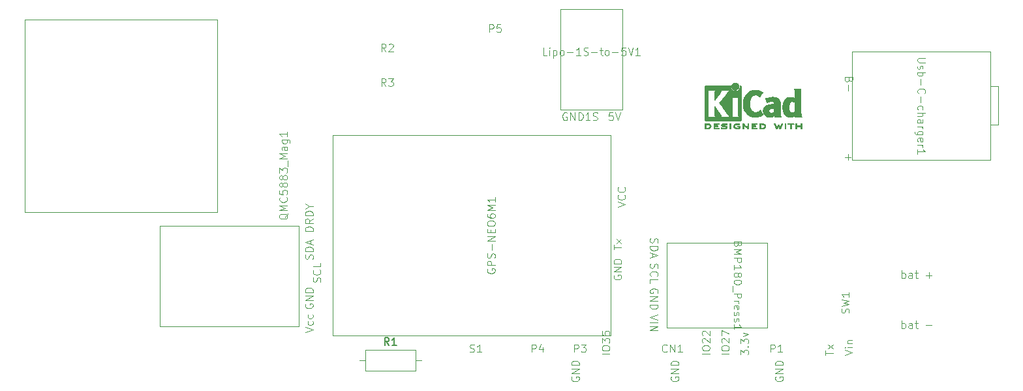
<source format=gbr>
%TF.GenerationSoftware,KiCad,Pcbnew,7.0.11+dfsg-1build4*%
%TF.CreationDate,2024-10-09T07:19:40+02:00*%
%TF.ProjectId,BertheVarioTac-Shema,42657274-6865-4566-9172-696f5461632d,rev?*%
%TF.SameCoordinates,Original*%
%TF.FileFunction,Legend,Top*%
%TF.FilePolarity,Positive*%
%FSLAX46Y46*%
G04 Gerber Fmt 4.6, Leading zero omitted, Abs format (unit mm)*
G04 Created by KiCad (PCBNEW 7.0.11+dfsg-1build4) date 2024-10-09 07:19:40*
%MOMM*%
%LPD*%
G01*
G04 APERTURE LIST*
%ADD10C,0.100000*%
%ADD11C,0.150000*%
%ADD12C,0.120000*%
%ADD13C,0.010000*%
G04 APERTURE END LIST*
D10*
X150872419Y-138196115D02*
X149872419Y-138196115D01*
X149872419Y-137529449D02*
X149872419Y-137338973D01*
X149872419Y-137338973D02*
X149920038Y-137243735D01*
X149920038Y-137243735D02*
X150015276Y-137148497D01*
X150015276Y-137148497D02*
X150205752Y-137100878D01*
X150205752Y-137100878D02*
X150539085Y-137100878D01*
X150539085Y-137100878D02*
X150729561Y-137148497D01*
X150729561Y-137148497D02*
X150824800Y-137243735D01*
X150824800Y-137243735D02*
X150872419Y-137338973D01*
X150872419Y-137338973D02*
X150872419Y-137529449D01*
X150872419Y-137529449D02*
X150824800Y-137624687D01*
X150824800Y-137624687D02*
X150729561Y-137719925D01*
X150729561Y-137719925D02*
X150539085Y-137767544D01*
X150539085Y-137767544D02*
X150205752Y-137767544D01*
X150205752Y-137767544D02*
X150015276Y-137719925D01*
X150015276Y-137719925D02*
X149920038Y-137624687D01*
X149920038Y-137624687D02*
X149872419Y-137529449D01*
X149967657Y-136719925D02*
X149920038Y-136672306D01*
X149920038Y-136672306D02*
X149872419Y-136577068D01*
X149872419Y-136577068D02*
X149872419Y-136338973D01*
X149872419Y-136338973D02*
X149920038Y-136243735D01*
X149920038Y-136243735D02*
X149967657Y-136196116D01*
X149967657Y-136196116D02*
X150062895Y-136148497D01*
X150062895Y-136148497D02*
X150158133Y-136148497D01*
X150158133Y-136148497D02*
X150300990Y-136196116D01*
X150300990Y-136196116D02*
X150872419Y-136767544D01*
X150872419Y-136767544D02*
X150872419Y-136148497D01*
X149872419Y-135815163D02*
X149872419Y-135148497D01*
X149872419Y-135148497D02*
X150872419Y-135577068D01*
X165872419Y-138338972D02*
X166872419Y-138005639D01*
X166872419Y-138005639D02*
X165872419Y-137672306D01*
X166872419Y-137338972D02*
X166205752Y-137338972D01*
X165872419Y-137338972D02*
X165920038Y-137386591D01*
X165920038Y-137386591D02*
X165967657Y-137338972D01*
X165967657Y-137338972D02*
X165920038Y-137291353D01*
X165920038Y-137291353D02*
X165872419Y-137338972D01*
X165872419Y-137338972D02*
X165967657Y-137338972D01*
X166205752Y-136862782D02*
X166872419Y-136862782D01*
X166300990Y-136862782D02*
X166253371Y-136815163D01*
X166253371Y-136815163D02*
X166205752Y-136719925D01*
X166205752Y-136719925D02*
X166205752Y-136577068D01*
X166205752Y-136577068D02*
X166253371Y-136481830D01*
X166253371Y-136481830D02*
X166348609Y-136434211D01*
X166348609Y-136434211D02*
X166872419Y-136434211D01*
X173303884Y-128372419D02*
X173303884Y-127372419D01*
X173303884Y-127753371D02*
X173399122Y-127705752D01*
X173399122Y-127705752D02*
X173589598Y-127705752D01*
X173589598Y-127705752D02*
X173684836Y-127753371D01*
X173684836Y-127753371D02*
X173732455Y-127800990D01*
X173732455Y-127800990D02*
X173780074Y-127896228D01*
X173780074Y-127896228D02*
X173780074Y-128181942D01*
X173780074Y-128181942D02*
X173732455Y-128277180D01*
X173732455Y-128277180D02*
X173684836Y-128324800D01*
X173684836Y-128324800D02*
X173589598Y-128372419D01*
X173589598Y-128372419D02*
X173399122Y-128372419D01*
X173399122Y-128372419D02*
X173303884Y-128324800D01*
X174637217Y-128372419D02*
X174637217Y-127848609D01*
X174637217Y-127848609D02*
X174589598Y-127753371D01*
X174589598Y-127753371D02*
X174494360Y-127705752D01*
X174494360Y-127705752D02*
X174303884Y-127705752D01*
X174303884Y-127705752D02*
X174208646Y-127753371D01*
X174637217Y-128324800D02*
X174541979Y-128372419D01*
X174541979Y-128372419D02*
X174303884Y-128372419D01*
X174303884Y-128372419D02*
X174208646Y-128324800D01*
X174208646Y-128324800D02*
X174161027Y-128229561D01*
X174161027Y-128229561D02*
X174161027Y-128134323D01*
X174161027Y-128134323D02*
X174208646Y-128039085D01*
X174208646Y-128039085D02*
X174303884Y-127991466D01*
X174303884Y-127991466D02*
X174541979Y-127991466D01*
X174541979Y-127991466D02*
X174637217Y-127943847D01*
X174970551Y-127705752D02*
X175351503Y-127705752D01*
X175113408Y-127372419D02*
X175113408Y-128229561D01*
X175113408Y-128229561D02*
X175161027Y-128324800D01*
X175161027Y-128324800D02*
X175256265Y-128372419D01*
X175256265Y-128372419D02*
X175351503Y-128372419D01*
X176446742Y-127991466D02*
X177208647Y-127991466D01*
X176827694Y-128372419D02*
X176827694Y-127610514D01*
X163372419Y-138338972D02*
X163372419Y-137767544D01*
X164372419Y-138053258D02*
X163372419Y-138053258D01*
X164372419Y-137529448D02*
X163705752Y-137005639D01*
X163705752Y-137529448D02*
X164372419Y-137005639D01*
X148372419Y-138196115D02*
X147372419Y-138196115D01*
X147372419Y-137529449D02*
X147372419Y-137338973D01*
X147372419Y-137338973D02*
X147420038Y-137243735D01*
X147420038Y-137243735D02*
X147515276Y-137148497D01*
X147515276Y-137148497D02*
X147705752Y-137100878D01*
X147705752Y-137100878D02*
X148039085Y-137100878D01*
X148039085Y-137100878D02*
X148229561Y-137148497D01*
X148229561Y-137148497D02*
X148324800Y-137243735D01*
X148324800Y-137243735D02*
X148372419Y-137338973D01*
X148372419Y-137338973D02*
X148372419Y-137529449D01*
X148372419Y-137529449D02*
X148324800Y-137624687D01*
X148324800Y-137624687D02*
X148229561Y-137719925D01*
X148229561Y-137719925D02*
X148039085Y-137767544D01*
X148039085Y-137767544D02*
X147705752Y-137767544D01*
X147705752Y-137767544D02*
X147515276Y-137719925D01*
X147515276Y-137719925D02*
X147420038Y-137624687D01*
X147420038Y-137624687D02*
X147372419Y-137529449D01*
X147467657Y-136719925D02*
X147420038Y-136672306D01*
X147420038Y-136672306D02*
X147372419Y-136577068D01*
X147372419Y-136577068D02*
X147372419Y-136338973D01*
X147372419Y-136338973D02*
X147420038Y-136243735D01*
X147420038Y-136243735D02*
X147467657Y-136196116D01*
X147467657Y-136196116D02*
X147562895Y-136148497D01*
X147562895Y-136148497D02*
X147658133Y-136148497D01*
X147658133Y-136148497D02*
X147800990Y-136196116D01*
X147800990Y-136196116D02*
X148372419Y-136767544D01*
X148372419Y-136767544D02*
X148372419Y-136148497D01*
X147467657Y-135767544D02*
X147420038Y-135719925D01*
X147420038Y-135719925D02*
X147372419Y-135624687D01*
X147372419Y-135624687D02*
X147372419Y-135386592D01*
X147372419Y-135386592D02*
X147420038Y-135291354D01*
X147420038Y-135291354D02*
X147467657Y-135243735D01*
X147467657Y-135243735D02*
X147562895Y-135196116D01*
X147562895Y-135196116D02*
X147658133Y-135196116D01*
X147658133Y-135196116D02*
X147800990Y-135243735D01*
X147800990Y-135243735D02*
X148372419Y-135815163D01*
X148372419Y-135815163D02*
X148372419Y-135196116D01*
X152372419Y-138291353D02*
X152372419Y-137672306D01*
X152372419Y-137672306D02*
X152753371Y-138005639D01*
X152753371Y-138005639D02*
X152753371Y-137862782D01*
X152753371Y-137862782D02*
X152800990Y-137767544D01*
X152800990Y-137767544D02*
X152848609Y-137719925D01*
X152848609Y-137719925D02*
X152943847Y-137672306D01*
X152943847Y-137672306D02*
X153181942Y-137672306D01*
X153181942Y-137672306D02*
X153277180Y-137719925D01*
X153277180Y-137719925D02*
X153324800Y-137767544D01*
X153324800Y-137767544D02*
X153372419Y-137862782D01*
X153372419Y-137862782D02*
X153372419Y-138148496D01*
X153372419Y-138148496D02*
X153324800Y-138243734D01*
X153324800Y-138243734D02*
X153277180Y-138291353D01*
X153277180Y-137243734D02*
X153324800Y-137196115D01*
X153324800Y-137196115D02*
X153372419Y-137243734D01*
X153372419Y-137243734D02*
X153324800Y-137291353D01*
X153324800Y-137291353D02*
X153277180Y-137243734D01*
X153277180Y-137243734D02*
X153372419Y-137243734D01*
X152372419Y-136862782D02*
X152372419Y-136243735D01*
X152372419Y-136243735D02*
X152753371Y-136577068D01*
X152753371Y-136577068D02*
X152753371Y-136434211D01*
X152753371Y-136434211D02*
X152800990Y-136338973D01*
X152800990Y-136338973D02*
X152848609Y-136291354D01*
X152848609Y-136291354D02*
X152943847Y-136243735D01*
X152943847Y-136243735D02*
X153181942Y-136243735D01*
X153181942Y-136243735D02*
X153277180Y-136291354D01*
X153277180Y-136291354D02*
X153324800Y-136338973D01*
X153324800Y-136338973D02*
X153372419Y-136434211D01*
X153372419Y-136434211D02*
X153372419Y-136719925D01*
X153372419Y-136719925D02*
X153324800Y-136815163D01*
X153324800Y-136815163D02*
X153277180Y-136862782D01*
X152705752Y-135910401D02*
X153372419Y-135672306D01*
X153372419Y-135672306D02*
X152705752Y-135434211D01*
X173303884Y-134872419D02*
X173303884Y-133872419D01*
X173303884Y-134253371D02*
X173399122Y-134205752D01*
X173399122Y-134205752D02*
X173589598Y-134205752D01*
X173589598Y-134205752D02*
X173684836Y-134253371D01*
X173684836Y-134253371D02*
X173732455Y-134300990D01*
X173732455Y-134300990D02*
X173780074Y-134396228D01*
X173780074Y-134396228D02*
X173780074Y-134681942D01*
X173780074Y-134681942D02*
X173732455Y-134777180D01*
X173732455Y-134777180D02*
X173684836Y-134824800D01*
X173684836Y-134824800D02*
X173589598Y-134872419D01*
X173589598Y-134872419D02*
X173399122Y-134872419D01*
X173399122Y-134872419D02*
X173303884Y-134824800D01*
X174637217Y-134872419D02*
X174637217Y-134348609D01*
X174637217Y-134348609D02*
X174589598Y-134253371D01*
X174589598Y-134253371D02*
X174494360Y-134205752D01*
X174494360Y-134205752D02*
X174303884Y-134205752D01*
X174303884Y-134205752D02*
X174208646Y-134253371D01*
X174637217Y-134824800D02*
X174541979Y-134872419D01*
X174541979Y-134872419D02*
X174303884Y-134872419D01*
X174303884Y-134872419D02*
X174208646Y-134824800D01*
X174208646Y-134824800D02*
X174161027Y-134729561D01*
X174161027Y-134729561D02*
X174161027Y-134634323D01*
X174161027Y-134634323D02*
X174208646Y-134539085D01*
X174208646Y-134539085D02*
X174303884Y-134491466D01*
X174303884Y-134491466D02*
X174541979Y-134491466D01*
X174541979Y-134491466D02*
X174637217Y-134443847D01*
X174970551Y-134205752D02*
X175351503Y-134205752D01*
X175113408Y-133872419D02*
X175113408Y-134729561D01*
X175113408Y-134729561D02*
X175161027Y-134824800D01*
X175161027Y-134824800D02*
X175256265Y-134872419D01*
X175256265Y-134872419D02*
X175351503Y-134872419D01*
X176446742Y-134491466D02*
X177208647Y-134491466D01*
X135372419Y-138196115D02*
X134372419Y-138196115D01*
X134372419Y-137529449D02*
X134372419Y-137338973D01*
X134372419Y-137338973D02*
X134420038Y-137243735D01*
X134420038Y-137243735D02*
X134515276Y-137148497D01*
X134515276Y-137148497D02*
X134705752Y-137100878D01*
X134705752Y-137100878D02*
X135039085Y-137100878D01*
X135039085Y-137100878D02*
X135229561Y-137148497D01*
X135229561Y-137148497D02*
X135324800Y-137243735D01*
X135324800Y-137243735D02*
X135372419Y-137338973D01*
X135372419Y-137338973D02*
X135372419Y-137529449D01*
X135372419Y-137529449D02*
X135324800Y-137624687D01*
X135324800Y-137624687D02*
X135229561Y-137719925D01*
X135229561Y-137719925D02*
X135039085Y-137767544D01*
X135039085Y-137767544D02*
X134705752Y-137767544D01*
X134705752Y-137767544D02*
X134515276Y-137719925D01*
X134515276Y-137719925D02*
X134420038Y-137624687D01*
X134420038Y-137624687D02*
X134372419Y-137529449D01*
X134372419Y-136767544D02*
X134372419Y-136148497D01*
X134372419Y-136148497D02*
X134753371Y-136481830D01*
X134753371Y-136481830D02*
X134753371Y-136338973D01*
X134753371Y-136338973D02*
X134800990Y-136243735D01*
X134800990Y-136243735D02*
X134848609Y-136196116D01*
X134848609Y-136196116D02*
X134943847Y-136148497D01*
X134943847Y-136148497D02*
X135181942Y-136148497D01*
X135181942Y-136148497D02*
X135277180Y-136196116D01*
X135277180Y-136196116D02*
X135324800Y-136243735D01*
X135324800Y-136243735D02*
X135372419Y-136338973D01*
X135372419Y-136338973D02*
X135372419Y-136624687D01*
X135372419Y-136624687D02*
X135324800Y-136719925D01*
X135324800Y-136719925D02*
X135277180Y-136767544D01*
X134372419Y-135243735D02*
X134372419Y-135719925D01*
X134372419Y-135719925D02*
X134848609Y-135767544D01*
X134848609Y-135767544D02*
X134800990Y-135719925D01*
X134800990Y-135719925D02*
X134753371Y-135624687D01*
X134753371Y-135624687D02*
X134753371Y-135386592D01*
X134753371Y-135386592D02*
X134800990Y-135291354D01*
X134800990Y-135291354D02*
X134848609Y-135243735D01*
X134848609Y-135243735D02*
X134943847Y-135196116D01*
X134943847Y-135196116D02*
X135181942Y-135196116D01*
X135181942Y-135196116D02*
X135277180Y-135243735D01*
X135277180Y-135243735D02*
X135324800Y-135291354D01*
X135324800Y-135291354D02*
X135372419Y-135386592D01*
X135372419Y-135386592D02*
X135372419Y-135624687D01*
X135372419Y-135624687D02*
X135324800Y-135719925D01*
X135324800Y-135719925D02*
X135277180Y-135767544D01*
X106333333Y-103457419D02*
X106000000Y-102981228D01*
X105761905Y-103457419D02*
X105761905Y-102457419D01*
X105761905Y-102457419D02*
X106142857Y-102457419D01*
X106142857Y-102457419D02*
X106238095Y-102505038D01*
X106238095Y-102505038D02*
X106285714Y-102552657D01*
X106285714Y-102552657D02*
X106333333Y-102647895D01*
X106333333Y-102647895D02*
X106333333Y-102790752D01*
X106333333Y-102790752D02*
X106285714Y-102885990D01*
X106285714Y-102885990D02*
X106238095Y-102933609D01*
X106238095Y-102933609D02*
X106142857Y-102981228D01*
X106142857Y-102981228D02*
X105761905Y-102981228D01*
X106666667Y-102457419D02*
X107285714Y-102457419D01*
X107285714Y-102457419D02*
X106952381Y-102838371D01*
X106952381Y-102838371D02*
X107095238Y-102838371D01*
X107095238Y-102838371D02*
X107190476Y-102885990D01*
X107190476Y-102885990D02*
X107238095Y-102933609D01*
X107238095Y-102933609D02*
X107285714Y-103028847D01*
X107285714Y-103028847D02*
X107285714Y-103266942D01*
X107285714Y-103266942D02*
X107238095Y-103362180D01*
X107238095Y-103362180D02*
X107190476Y-103409800D01*
X107190476Y-103409800D02*
X107095238Y-103457419D01*
X107095238Y-103457419D02*
X106809524Y-103457419D01*
X106809524Y-103457419D02*
X106714286Y-103409800D01*
X106714286Y-103409800D02*
X106666667Y-103362180D01*
X106333333Y-98957419D02*
X106000000Y-98481228D01*
X105761905Y-98957419D02*
X105761905Y-97957419D01*
X105761905Y-97957419D02*
X106142857Y-97957419D01*
X106142857Y-97957419D02*
X106238095Y-98005038D01*
X106238095Y-98005038D02*
X106285714Y-98052657D01*
X106285714Y-98052657D02*
X106333333Y-98147895D01*
X106333333Y-98147895D02*
X106333333Y-98290752D01*
X106333333Y-98290752D02*
X106285714Y-98385990D01*
X106285714Y-98385990D02*
X106238095Y-98433609D01*
X106238095Y-98433609D02*
X106142857Y-98481228D01*
X106142857Y-98481228D02*
X105761905Y-98481228D01*
X106714286Y-98052657D02*
X106761905Y-98005038D01*
X106761905Y-98005038D02*
X106857143Y-97957419D01*
X106857143Y-97957419D02*
X107095238Y-97957419D01*
X107095238Y-97957419D02*
X107190476Y-98005038D01*
X107190476Y-98005038D02*
X107238095Y-98052657D01*
X107238095Y-98052657D02*
X107285714Y-98147895D01*
X107285714Y-98147895D02*
X107285714Y-98243133D01*
X107285714Y-98243133D02*
X107238095Y-98385990D01*
X107238095Y-98385990D02*
X106666667Y-98957419D01*
X106666667Y-98957419D02*
X107285714Y-98957419D01*
X166409800Y-132873332D02*
X166457419Y-132730475D01*
X166457419Y-132730475D02*
X166457419Y-132492380D01*
X166457419Y-132492380D02*
X166409800Y-132397142D01*
X166409800Y-132397142D02*
X166362180Y-132349523D01*
X166362180Y-132349523D02*
X166266942Y-132301904D01*
X166266942Y-132301904D02*
X166171704Y-132301904D01*
X166171704Y-132301904D02*
X166076466Y-132349523D01*
X166076466Y-132349523D02*
X166028847Y-132397142D01*
X166028847Y-132397142D02*
X165981228Y-132492380D01*
X165981228Y-132492380D02*
X165933609Y-132682856D01*
X165933609Y-132682856D02*
X165885990Y-132778094D01*
X165885990Y-132778094D02*
X165838371Y-132825713D01*
X165838371Y-132825713D02*
X165743133Y-132873332D01*
X165743133Y-132873332D02*
X165647895Y-132873332D01*
X165647895Y-132873332D02*
X165552657Y-132825713D01*
X165552657Y-132825713D02*
X165505038Y-132778094D01*
X165505038Y-132778094D02*
X165457419Y-132682856D01*
X165457419Y-132682856D02*
X165457419Y-132444761D01*
X165457419Y-132444761D02*
X165505038Y-132301904D01*
X165457419Y-131968570D02*
X166457419Y-131730475D01*
X166457419Y-131730475D02*
X165743133Y-131539999D01*
X165743133Y-131539999D02*
X166457419Y-131349523D01*
X166457419Y-131349523D02*
X165457419Y-131111428D01*
X166457419Y-130206666D02*
X166457419Y-130778094D01*
X166457419Y-130492380D02*
X165457419Y-130492380D01*
X165457419Y-130492380D02*
X165600276Y-130587618D01*
X165600276Y-130587618D02*
X165695514Y-130682856D01*
X165695514Y-130682856D02*
X165743133Y-130778094D01*
X176342580Y-99809523D02*
X175533057Y-99809523D01*
X175533057Y-99809523D02*
X175437819Y-99857142D01*
X175437819Y-99857142D02*
X175390200Y-99904761D01*
X175390200Y-99904761D02*
X175342580Y-99999999D01*
X175342580Y-99999999D02*
X175342580Y-100190475D01*
X175342580Y-100190475D02*
X175390200Y-100285713D01*
X175390200Y-100285713D02*
X175437819Y-100333332D01*
X175437819Y-100333332D02*
X175533057Y-100380951D01*
X175533057Y-100380951D02*
X176342580Y-100380951D01*
X175390200Y-100809523D02*
X175342580Y-100904761D01*
X175342580Y-100904761D02*
X175342580Y-101095237D01*
X175342580Y-101095237D02*
X175390200Y-101190475D01*
X175390200Y-101190475D02*
X175485438Y-101238094D01*
X175485438Y-101238094D02*
X175533057Y-101238094D01*
X175533057Y-101238094D02*
X175628295Y-101190475D01*
X175628295Y-101190475D02*
X175675914Y-101095237D01*
X175675914Y-101095237D02*
X175675914Y-100952380D01*
X175675914Y-100952380D02*
X175723533Y-100857142D01*
X175723533Y-100857142D02*
X175818771Y-100809523D01*
X175818771Y-100809523D02*
X175866390Y-100809523D01*
X175866390Y-100809523D02*
X175961628Y-100857142D01*
X175961628Y-100857142D02*
X176009247Y-100952380D01*
X176009247Y-100952380D02*
X176009247Y-101095237D01*
X176009247Y-101095237D02*
X175961628Y-101190475D01*
X175342580Y-101666666D02*
X176342580Y-101666666D01*
X175961628Y-101666666D02*
X176009247Y-101761904D01*
X176009247Y-101761904D02*
X176009247Y-101952380D01*
X176009247Y-101952380D02*
X175961628Y-102047618D01*
X175961628Y-102047618D02*
X175914009Y-102095237D01*
X175914009Y-102095237D02*
X175818771Y-102142856D01*
X175818771Y-102142856D02*
X175533057Y-102142856D01*
X175533057Y-102142856D02*
X175437819Y-102095237D01*
X175437819Y-102095237D02*
X175390200Y-102047618D01*
X175390200Y-102047618D02*
X175342580Y-101952380D01*
X175342580Y-101952380D02*
X175342580Y-101761904D01*
X175342580Y-101761904D02*
X175390200Y-101666666D01*
X175723533Y-102571428D02*
X175723533Y-103333333D01*
X175437819Y-104380951D02*
X175390200Y-104333332D01*
X175390200Y-104333332D02*
X175342580Y-104190475D01*
X175342580Y-104190475D02*
X175342580Y-104095237D01*
X175342580Y-104095237D02*
X175390200Y-103952380D01*
X175390200Y-103952380D02*
X175485438Y-103857142D01*
X175485438Y-103857142D02*
X175580676Y-103809523D01*
X175580676Y-103809523D02*
X175771152Y-103761904D01*
X175771152Y-103761904D02*
X175914009Y-103761904D01*
X175914009Y-103761904D02*
X176104485Y-103809523D01*
X176104485Y-103809523D02*
X176199723Y-103857142D01*
X176199723Y-103857142D02*
X176294961Y-103952380D01*
X176294961Y-103952380D02*
X176342580Y-104095237D01*
X176342580Y-104095237D02*
X176342580Y-104190475D01*
X176342580Y-104190475D02*
X176294961Y-104333332D01*
X176294961Y-104333332D02*
X176247342Y-104380951D01*
X175723533Y-104809523D02*
X175723533Y-105571428D01*
X175390200Y-106476189D02*
X175342580Y-106380951D01*
X175342580Y-106380951D02*
X175342580Y-106190475D01*
X175342580Y-106190475D02*
X175390200Y-106095237D01*
X175390200Y-106095237D02*
X175437819Y-106047618D01*
X175437819Y-106047618D02*
X175533057Y-105999999D01*
X175533057Y-105999999D02*
X175818771Y-105999999D01*
X175818771Y-105999999D02*
X175914009Y-106047618D01*
X175914009Y-106047618D02*
X175961628Y-106095237D01*
X175961628Y-106095237D02*
X176009247Y-106190475D01*
X176009247Y-106190475D02*
X176009247Y-106380951D01*
X176009247Y-106380951D02*
X175961628Y-106476189D01*
X175342580Y-106904761D02*
X176342580Y-106904761D01*
X175342580Y-107333332D02*
X175866390Y-107333332D01*
X175866390Y-107333332D02*
X175961628Y-107285713D01*
X175961628Y-107285713D02*
X176009247Y-107190475D01*
X176009247Y-107190475D02*
X176009247Y-107047618D01*
X176009247Y-107047618D02*
X175961628Y-106952380D01*
X175961628Y-106952380D02*
X175914009Y-106904761D01*
X175342580Y-108238094D02*
X175866390Y-108238094D01*
X175866390Y-108238094D02*
X175961628Y-108190475D01*
X175961628Y-108190475D02*
X176009247Y-108095237D01*
X176009247Y-108095237D02*
X176009247Y-107904761D01*
X176009247Y-107904761D02*
X175961628Y-107809523D01*
X175390200Y-108238094D02*
X175342580Y-108142856D01*
X175342580Y-108142856D02*
X175342580Y-107904761D01*
X175342580Y-107904761D02*
X175390200Y-107809523D01*
X175390200Y-107809523D02*
X175485438Y-107761904D01*
X175485438Y-107761904D02*
X175580676Y-107761904D01*
X175580676Y-107761904D02*
X175675914Y-107809523D01*
X175675914Y-107809523D02*
X175723533Y-107904761D01*
X175723533Y-107904761D02*
X175723533Y-108142856D01*
X175723533Y-108142856D02*
X175771152Y-108238094D01*
X175342580Y-108714285D02*
X176009247Y-108714285D01*
X175818771Y-108714285D02*
X175914009Y-108761904D01*
X175914009Y-108761904D02*
X175961628Y-108809523D01*
X175961628Y-108809523D02*
X176009247Y-108904761D01*
X176009247Y-108904761D02*
X176009247Y-108999999D01*
X176009247Y-109761904D02*
X175199723Y-109761904D01*
X175199723Y-109761904D02*
X175104485Y-109714285D01*
X175104485Y-109714285D02*
X175056866Y-109666666D01*
X175056866Y-109666666D02*
X175009247Y-109571428D01*
X175009247Y-109571428D02*
X175009247Y-109428571D01*
X175009247Y-109428571D02*
X175056866Y-109333333D01*
X175390200Y-109761904D02*
X175342580Y-109666666D01*
X175342580Y-109666666D02*
X175342580Y-109476190D01*
X175342580Y-109476190D02*
X175390200Y-109380952D01*
X175390200Y-109380952D02*
X175437819Y-109333333D01*
X175437819Y-109333333D02*
X175533057Y-109285714D01*
X175533057Y-109285714D02*
X175818771Y-109285714D01*
X175818771Y-109285714D02*
X175914009Y-109333333D01*
X175914009Y-109333333D02*
X175961628Y-109380952D01*
X175961628Y-109380952D02*
X176009247Y-109476190D01*
X176009247Y-109476190D02*
X176009247Y-109666666D01*
X176009247Y-109666666D02*
X175961628Y-109761904D01*
X175390200Y-110619047D02*
X175342580Y-110523809D01*
X175342580Y-110523809D02*
X175342580Y-110333333D01*
X175342580Y-110333333D02*
X175390200Y-110238095D01*
X175390200Y-110238095D02*
X175485438Y-110190476D01*
X175485438Y-110190476D02*
X175866390Y-110190476D01*
X175866390Y-110190476D02*
X175961628Y-110238095D01*
X175961628Y-110238095D02*
X176009247Y-110333333D01*
X176009247Y-110333333D02*
X176009247Y-110523809D01*
X176009247Y-110523809D02*
X175961628Y-110619047D01*
X175961628Y-110619047D02*
X175866390Y-110666666D01*
X175866390Y-110666666D02*
X175771152Y-110666666D01*
X175771152Y-110666666D02*
X175675914Y-110190476D01*
X175342580Y-111095238D02*
X176009247Y-111095238D01*
X175818771Y-111095238D02*
X175914009Y-111142857D01*
X175914009Y-111142857D02*
X175961628Y-111190476D01*
X175961628Y-111190476D02*
X176009247Y-111285714D01*
X176009247Y-111285714D02*
X176009247Y-111380952D01*
X175342580Y-112238095D02*
X175342580Y-111666667D01*
X175342580Y-111952381D02*
X176342580Y-111952381D01*
X176342580Y-111952381D02*
X176199723Y-111857143D01*
X176199723Y-111857143D02*
X176104485Y-111761905D01*
X176104485Y-111761905D02*
X176056866Y-111666667D01*
X166451390Y-102637217D02*
X166403771Y-102780074D01*
X166403771Y-102780074D02*
X166356152Y-102827693D01*
X166356152Y-102827693D02*
X166260914Y-102875312D01*
X166260914Y-102875312D02*
X166118057Y-102875312D01*
X166118057Y-102875312D02*
X166022819Y-102827693D01*
X166022819Y-102827693D02*
X165975200Y-102780074D01*
X165975200Y-102780074D02*
X165927580Y-102684836D01*
X165927580Y-102684836D02*
X165927580Y-102303884D01*
X165927580Y-102303884D02*
X166927580Y-102303884D01*
X166927580Y-102303884D02*
X166927580Y-102637217D01*
X166927580Y-102637217D02*
X166879961Y-102732455D01*
X166879961Y-102732455D02*
X166832342Y-102780074D01*
X166832342Y-102780074D02*
X166737104Y-102827693D01*
X166737104Y-102827693D02*
X166641866Y-102827693D01*
X166641866Y-102827693D02*
X166546628Y-102780074D01*
X166546628Y-102780074D02*
X166499009Y-102732455D01*
X166499009Y-102732455D02*
X166451390Y-102637217D01*
X166451390Y-102637217D02*
X166451390Y-102303884D01*
X166308533Y-103303884D02*
X166308533Y-104065789D01*
X166308533Y-112303884D02*
X166308533Y-113065789D01*
X165927580Y-112684836D02*
X166689485Y-112684836D01*
D11*
X106753333Y-137084819D02*
X106420000Y-136608628D01*
X106181905Y-137084819D02*
X106181905Y-136084819D01*
X106181905Y-136084819D02*
X106562857Y-136084819D01*
X106562857Y-136084819D02*
X106658095Y-136132438D01*
X106658095Y-136132438D02*
X106705714Y-136180057D01*
X106705714Y-136180057D02*
X106753333Y-136275295D01*
X106753333Y-136275295D02*
X106753333Y-136418152D01*
X106753333Y-136418152D02*
X106705714Y-136513390D01*
X106705714Y-136513390D02*
X106658095Y-136561009D01*
X106658095Y-136561009D02*
X106562857Y-136608628D01*
X106562857Y-136608628D02*
X106181905Y-136608628D01*
X107705714Y-137084819D02*
X107134286Y-137084819D01*
X107420000Y-137084819D02*
X107420000Y-136084819D01*
X107420000Y-136084819D02*
X107324762Y-136227676D01*
X107324762Y-136227676D02*
X107229524Y-136322914D01*
X107229524Y-136322914D02*
X107134286Y-136370533D01*
D10*
X142809523Y-137862180D02*
X142761904Y-137909800D01*
X142761904Y-137909800D02*
X142619047Y-137957419D01*
X142619047Y-137957419D02*
X142523809Y-137957419D01*
X142523809Y-137957419D02*
X142380952Y-137909800D01*
X142380952Y-137909800D02*
X142285714Y-137814561D01*
X142285714Y-137814561D02*
X142238095Y-137719323D01*
X142238095Y-137719323D02*
X142190476Y-137528847D01*
X142190476Y-137528847D02*
X142190476Y-137385990D01*
X142190476Y-137385990D02*
X142238095Y-137195514D01*
X142238095Y-137195514D02*
X142285714Y-137100276D01*
X142285714Y-137100276D02*
X142380952Y-137005038D01*
X142380952Y-137005038D02*
X142523809Y-136957419D01*
X142523809Y-136957419D02*
X142619047Y-136957419D01*
X142619047Y-136957419D02*
X142761904Y-137005038D01*
X142761904Y-137005038D02*
X142809523Y-137052657D01*
X143238095Y-137957419D02*
X143238095Y-136957419D01*
X143238095Y-136957419D02*
X143809523Y-137957419D01*
X143809523Y-137957419D02*
X143809523Y-136957419D01*
X144809523Y-137957419D02*
X144238095Y-137957419D01*
X144523809Y-137957419D02*
X144523809Y-136957419D01*
X144523809Y-136957419D02*
X144428571Y-137100276D01*
X144428571Y-137100276D02*
X144333333Y-137195514D01*
X144333333Y-137195514D02*
X144238095Y-137243133D01*
X143380038Y-141172306D02*
X143332419Y-141267544D01*
X143332419Y-141267544D02*
X143332419Y-141410401D01*
X143332419Y-141410401D02*
X143380038Y-141553258D01*
X143380038Y-141553258D02*
X143475276Y-141648496D01*
X143475276Y-141648496D02*
X143570514Y-141696115D01*
X143570514Y-141696115D02*
X143760990Y-141743734D01*
X143760990Y-141743734D02*
X143903847Y-141743734D01*
X143903847Y-141743734D02*
X144094323Y-141696115D01*
X144094323Y-141696115D02*
X144189561Y-141648496D01*
X144189561Y-141648496D02*
X144284800Y-141553258D01*
X144284800Y-141553258D02*
X144332419Y-141410401D01*
X144332419Y-141410401D02*
X144332419Y-141315163D01*
X144332419Y-141315163D02*
X144284800Y-141172306D01*
X144284800Y-141172306D02*
X144237180Y-141124687D01*
X144237180Y-141124687D02*
X143903847Y-141124687D01*
X143903847Y-141124687D02*
X143903847Y-141315163D01*
X144332419Y-140696115D02*
X143332419Y-140696115D01*
X143332419Y-140696115D02*
X144332419Y-140124687D01*
X144332419Y-140124687D02*
X143332419Y-140124687D01*
X144332419Y-139648496D02*
X143332419Y-139648496D01*
X143332419Y-139648496D02*
X143332419Y-139410401D01*
X143332419Y-139410401D02*
X143380038Y-139267544D01*
X143380038Y-139267544D02*
X143475276Y-139172306D01*
X143475276Y-139172306D02*
X143570514Y-139124687D01*
X143570514Y-139124687D02*
X143760990Y-139077068D01*
X143760990Y-139077068D02*
X143903847Y-139077068D01*
X143903847Y-139077068D02*
X144094323Y-139124687D01*
X144094323Y-139124687D02*
X144189561Y-139172306D01*
X144189561Y-139172306D02*
X144284800Y-139267544D01*
X144284800Y-139267544D02*
X144332419Y-139410401D01*
X144332419Y-139410401D02*
X144332419Y-139648496D01*
X117238095Y-137909800D02*
X117380952Y-137957419D01*
X117380952Y-137957419D02*
X117619047Y-137957419D01*
X117619047Y-137957419D02*
X117714285Y-137909800D01*
X117714285Y-137909800D02*
X117761904Y-137862180D01*
X117761904Y-137862180D02*
X117809523Y-137766942D01*
X117809523Y-137766942D02*
X117809523Y-137671704D01*
X117809523Y-137671704D02*
X117761904Y-137576466D01*
X117761904Y-137576466D02*
X117714285Y-137528847D01*
X117714285Y-137528847D02*
X117619047Y-137481228D01*
X117619047Y-137481228D02*
X117428571Y-137433609D01*
X117428571Y-137433609D02*
X117333333Y-137385990D01*
X117333333Y-137385990D02*
X117285714Y-137338371D01*
X117285714Y-137338371D02*
X117238095Y-137243133D01*
X117238095Y-137243133D02*
X117238095Y-137147895D01*
X117238095Y-137147895D02*
X117285714Y-137052657D01*
X117285714Y-137052657D02*
X117333333Y-137005038D01*
X117333333Y-137005038D02*
X117428571Y-136957419D01*
X117428571Y-136957419D02*
X117666666Y-136957419D01*
X117666666Y-136957419D02*
X117809523Y-137005038D01*
X118761904Y-137957419D02*
X118190476Y-137957419D01*
X118476190Y-137957419D02*
X118476190Y-136957419D01*
X118476190Y-136957419D02*
X118380952Y-137100276D01*
X118380952Y-137100276D02*
X118285714Y-137195514D01*
X118285714Y-137195514D02*
X118190476Y-137243133D01*
X125261905Y-137957419D02*
X125261905Y-136957419D01*
X125261905Y-136957419D02*
X125642857Y-136957419D01*
X125642857Y-136957419D02*
X125738095Y-137005038D01*
X125738095Y-137005038D02*
X125785714Y-137052657D01*
X125785714Y-137052657D02*
X125833333Y-137147895D01*
X125833333Y-137147895D02*
X125833333Y-137290752D01*
X125833333Y-137290752D02*
X125785714Y-137385990D01*
X125785714Y-137385990D02*
X125738095Y-137433609D01*
X125738095Y-137433609D02*
X125642857Y-137481228D01*
X125642857Y-137481228D02*
X125261905Y-137481228D01*
X126690476Y-137290752D02*
X126690476Y-137957419D01*
X126452381Y-136909800D02*
X126214286Y-137624085D01*
X126214286Y-137624085D02*
X126833333Y-137624085D01*
X119541038Y-127167142D02*
X119493419Y-127262380D01*
X119493419Y-127262380D02*
X119493419Y-127405237D01*
X119493419Y-127405237D02*
X119541038Y-127548094D01*
X119541038Y-127548094D02*
X119636276Y-127643332D01*
X119636276Y-127643332D02*
X119731514Y-127690951D01*
X119731514Y-127690951D02*
X119921990Y-127738570D01*
X119921990Y-127738570D02*
X120064847Y-127738570D01*
X120064847Y-127738570D02*
X120255323Y-127690951D01*
X120255323Y-127690951D02*
X120350561Y-127643332D01*
X120350561Y-127643332D02*
X120445800Y-127548094D01*
X120445800Y-127548094D02*
X120493419Y-127405237D01*
X120493419Y-127405237D02*
X120493419Y-127309999D01*
X120493419Y-127309999D02*
X120445800Y-127167142D01*
X120445800Y-127167142D02*
X120398180Y-127119523D01*
X120398180Y-127119523D02*
X120064847Y-127119523D01*
X120064847Y-127119523D02*
X120064847Y-127309999D01*
X120493419Y-126690951D02*
X119493419Y-126690951D01*
X119493419Y-126690951D02*
X119493419Y-126309999D01*
X119493419Y-126309999D02*
X119541038Y-126214761D01*
X119541038Y-126214761D02*
X119588657Y-126167142D01*
X119588657Y-126167142D02*
X119683895Y-126119523D01*
X119683895Y-126119523D02*
X119826752Y-126119523D01*
X119826752Y-126119523D02*
X119921990Y-126167142D01*
X119921990Y-126167142D02*
X119969609Y-126214761D01*
X119969609Y-126214761D02*
X120017228Y-126309999D01*
X120017228Y-126309999D02*
X120017228Y-126690951D01*
X120445800Y-125738570D02*
X120493419Y-125595713D01*
X120493419Y-125595713D02*
X120493419Y-125357618D01*
X120493419Y-125357618D02*
X120445800Y-125262380D01*
X120445800Y-125262380D02*
X120398180Y-125214761D01*
X120398180Y-125214761D02*
X120302942Y-125167142D01*
X120302942Y-125167142D02*
X120207704Y-125167142D01*
X120207704Y-125167142D02*
X120112466Y-125214761D01*
X120112466Y-125214761D02*
X120064847Y-125262380D01*
X120064847Y-125262380D02*
X120017228Y-125357618D01*
X120017228Y-125357618D02*
X119969609Y-125548094D01*
X119969609Y-125548094D02*
X119921990Y-125643332D01*
X119921990Y-125643332D02*
X119874371Y-125690951D01*
X119874371Y-125690951D02*
X119779133Y-125738570D01*
X119779133Y-125738570D02*
X119683895Y-125738570D01*
X119683895Y-125738570D02*
X119588657Y-125690951D01*
X119588657Y-125690951D02*
X119541038Y-125643332D01*
X119541038Y-125643332D02*
X119493419Y-125548094D01*
X119493419Y-125548094D02*
X119493419Y-125309999D01*
X119493419Y-125309999D02*
X119541038Y-125167142D01*
X120112466Y-124738570D02*
X120112466Y-123976666D01*
X120493419Y-123500475D02*
X119493419Y-123500475D01*
X119493419Y-123500475D02*
X120493419Y-122929047D01*
X120493419Y-122929047D02*
X119493419Y-122929047D01*
X119969609Y-122452856D02*
X119969609Y-122119523D01*
X120493419Y-121976666D02*
X120493419Y-122452856D01*
X120493419Y-122452856D02*
X119493419Y-122452856D01*
X119493419Y-122452856D02*
X119493419Y-121976666D01*
X119493419Y-121357618D02*
X119493419Y-121167142D01*
X119493419Y-121167142D02*
X119541038Y-121071904D01*
X119541038Y-121071904D02*
X119636276Y-120976666D01*
X119636276Y-120976666D02*
X119826752Y-120929047D01*
X119826752Y-120929047D02*
X120160085Y-120929047D01*
X120160085Y-120929047D02*
X120350561Y-120976666D01*
X120350561Y-120976666D02*
X120445800Y-121071904D01*
X120445800Y-121071904D02*
X120493419Y-121167142D01*
X120493419Y-121167142D02*
X120493419Y-121357618D01*
X120493419Y-121357618D02*
X120445800Y-121452856D01*
X120445800Y-121452856D02*
X120350561Y-121548094D01*
X120350561Y-121548094D02*
X120160085Y-121595713D01*
X120160085Y-121595713D02*
X119826752Y-121595713D01*
X119826752Y-121595713D02*
X119636276Y-121548094D01*
X119636276Y-121548094D02*
X119541038Y-121452856D01*
X119541038Y-121452856D02*
X119493419Y-121357618D01*
X119493419Y-120071904D02*
X119493419Y-120262380D01*
X119493419Y-120262380D02*
X119541038Y-120357618D01*
X119541038Y-120357618D02*
X119588657Y-120405237D01*
X119588657Y-120405237D02*
X119731514Y-120500475D01*
X119731514Y-120500475D02*
X119921990Y-120548094D01*
X119921990Y-120548094D02*
X120302942Y-120548094D01*
X120302942Y-120548094D02*
X120398180Y-120500475D01*
X120398180Y-120500475D02*
X120445800Y-120452856D01*
X120445800Y-120452856D02*
X120493419Y-120357618D01*
X120493419Y-120357618D02*
X120493419Y-120167142D01*
X120493419Y-120167142D02*
X120445800Y-120071904D01*
X120445800Y-120071904D02*
X120398180Y-120024285D01*
X120398180Y-120024285D02*
X120302942Y-119976666D01*
X120302942Y-119976666D02*
X120064847Y-119976666D01*
X120064847Y-119976666D02*
X119969609Y-120024285D01*
X119969609Y-120024285D02*
X119921990Y-120071904D01*
X119921990Y-120071904D02*
X119874371Y-120167142D01*
X119874371Y-120167142D02*
X119874371Y-120357618D01*
X119874371Y-120357618D02*
X119921990Y-120452856D01*
X119921990Y-120452856D02*
X119969609Y-120500475D01*
X119969609Y-120500475D02*
X120064847Y-120548094D01*
X120493419Y-119548094D02*
X119493419Y-119548094D01*
X119493419Y-119548094D02*
X120207704Y-119214761D01*
X120207704Y-119214761D02*
X119493419Y-118881428D01*
X119493419Y-118881428D02*
X120493419Y-118881428D01*
X120493419Y-117881428D02*
X120493419Y-118452856D01*
X120493419Y-118167142D02*
X119493419Y-118167142D01*
X119493419Y-118167142D02*
X119636276Y-118262380D01*
X119636276Y-118262380D02*
X119731514Y-118357618D01*
X119731514Y-118357618D02*
X119779133Y-118452856D01*
X135908419Y-124648972D02*
X135908419Y-124077544D01*
X136908419Y-124363258D02*
X135908419Y-124363258D01*
X136908419Y-123839448D02*
X136241752Y-123315639D01*
X136241752Y-123839448D02*
X136908419Y-123315639D01*
X135956038Y-127982306D02*
X135908419Y-128077544D01*
X135908419Y-128077544D02*
X135908419Y-128220401D01*
X135908419Y-128220401D02*
X135956038Y-128363258D01*
X135956038Y-128363258D02*
X136051276Y-128458496D01*
X136051276Y-128458496D02*
X136146514Y-128506115D01*
X136146514Y-128506115D02*
X136336990Y-128553734D01*
X136336990Y-128553734D02*
X136479847Y-128553734D01*
X136479847Y-128553734D02*
X136670323Y-128506115D01*
X136670323Y-128506115D02*
X136765561Y-128458496D01*
X136765561Y-128458496D02*
X136860800Y-128363258D01*
X136860800Y-128363258D02*
X136908419Y-128220401D01*
X136908419Y-128220401D02*
X136908419Y-128125163D01*
X136908419Y-128125163D02*
X136860800Y-127982306D01*
X136860800Y-127982306D02*
X136813180Y-127934687D01*
X136813180Y-127934687D02*
X136479847Y-127934687D01*
X136479847Y-127934687D02*
X136479847Y-128125163D01*
X136908419Y-127506115D02*
X135908419Y-127506115D01*
X135908419Y-127506115D02*
X136908419Y-126934687D01*
X136908419Y-126934687D02*
X135908419Y-126934687D01*
X136908419Y-126458496D02*
X135908419Y-126458496D01*
X135908419Y-126458496D02*
X135908419Y-126220401D01*
X135908419Y-126220401D02*
X135956038Y-126077544D01*
X135956038Y-126077544D02*
X136051276Y-125982306D01*
X136051276Y-125982306D02*
X136146514Y-125934687D01*
X136146514Y-125934687D02*
X136336990Y-125887068D01*
X136336990Y-125887068D02*
X136479847Y-125887068D01*
X136479847Y-125887068D02*
X136670323Y-125934687D01*
X136670323Y-125934687D02*
X136765561Y-125982306D01*
X136765561Y-125982306D02*
X136860800Y-126077544D01*
X136860800Y-126077544D02*
X136908419Y-126220401D01*
X136908419Y-126220401D02*
X136908419Y-126458496D01*
X136408419Y-119148972D02*
X137408419Y-118815639D01*
X137408419Y-118815639D02*
X136408419Y-118482306D01*
X137313180Y-117577544D02*
X137360800Y-117625163D01*
X137360800Y-117625163D02*
X137408419Y-117768020D01*
X137408419Y-117768020D02*
X137408419Y-117863258D01*
X137408419Y-117863258D02*
X137360800Y-118006115D01*
X137360800Y-118006115D02*
X137265561Y-118101353D01*
X137265561Y-118101353D02*
X137170323Y-118148972D01*
X137170323Y-118148972D02*
X136979847Y-118196591D01*
X136979847Y-118196591D02*
X136836990Y-118196591D01*
X136836990Y-118196591D02*
X136646514Y-118148972D01*
X136646514Y-118148972D02*
X136551276Y-118101353D01*
X136551276Y-118101353D02*
X136456038Y-118006115D01*
X136456038Y-118006115D02*
X136408419Y-117863258D01*
X136408419Y-117863258D02*
X136408419Y-117768020D01*
X136408419Y-117768020D02*
X136456038Y-117625163D01*
X136456038Y-117625163D02*
X136503657Y-117577544D01*
X137313180Y-116577544D02*
X137360800Y-116625163D01*
X137360800Y-116625163D02*
X137408419Y-116768020D01*
X137408419Y-116768020D02*
X137408419Y-116863258D01*
X137408419Y-116863258D02*
X137360800Y-117006115D01*
X137360800Y-117006115D02*
X137265561Y-117101353D01*
X137265561Y-117101353D02*
X137170323Y-117148972D01*
X137170323Y-117148972D02*
X136979847Y-117196591D01*
X136979847Y-117196591D02*
X136836990Y-117196591D01*
X136836990Y-117196591D02*
X136646514Y-117148972D01*
X136646514Y-117148972D02*
X136551276Y-117101353D01*
X136551276Y-117101353D02*
X136456038Y-117006115D01*
X136456038Y-117006115D02*
X136408419Y-116863258D01*
X136408419Y-116863258D02*
X136408419Y-116768020D01*
X136408419Y-116768020D02*
X136456038Y-116625163D01*
X136456038Y-116625163D02*
X136503657Y-116577544D01*
X127238095Y-99457419D02*
X126761905Y-99457419D01*
X126761905Y-99457419D02*
X126761905Y-98457419D01*
X127571429Y-99457419D02*
X127571429Y-98790752D01*
X127571429Y-98457419D02*
X127523810Y-98505038D01*
X127523810Y-98505038D02*
X127571429Y-98552657D01*
X127571429Y-98552657D02*
X127619048Y-98505038D01*
X127619048Y-98505038D02*
X127571429Y-98457419D01*
X127571429Y-98457419D02*
X127571429Y-98552657D01*
X128047619Y-98790752D02*
X128047619Y-99790752D01*
X128047619Y-98838371D02*
X128142857Y-98790752D01*
X128142857Y-98790752D02*
X128333333Y-98790752D01*
X128333333Y-98790752D02*
X128428571Y-98838371D01*
X128428571Y-98838371D02*
X128476190Y-98885990D01*
X128476190Y-98885990D02*
X128523809Y-98981228D01*
X128523809Y-98981228D02*
X128523809Y-99266942D01*
X128523809Y-99266942D02*
X128476190Y-99362180D01*
X128476190Y-99362180D02*
X128428571Y-99409800D01*
X128428571Y-99409800D02*
X128333333Y-99457419D01*
X128333333Y-99457419D02*
X128142857Y-99457419D01*
X128142857Y-99457419D02*
X128047619Y-99409800D01*
X129095238Y-99457419D02*
X129000000Y-99409800D01*
X129000000Y-99409800D02*
X128952381Y-99362180D01*
X128952381Y-99362180D02*
X128904762Y-99266942D01*
X128904762Y-99266942D02*
X128904762Y-98981228D01*
X128904762Y-98981228D02*
X128952381Y-98885990D01*
X128952381Y-98885990D02*
X129000000Y-98838371D01*
X129000000Y-98838371D02*
X129095238Y-98790752D01*
X129095238Y-98790752D02*
X129238095Y-98790752D01*
X129238095Y-98790752D02*
X129333333Y-98838371D01*
X129333333Y-98838371D02*
X129380952Y-98885990D01*
X129380952Y-98885990D02*
X129428571Y-98981228D01*
X129428571Y-98981228D02*
X129428571Y-99266942D01*
X129428571Y-99266942D02*
X129380952Y-99362180D01*
X129380952Y-99362180D02*
X129333333Y-99409800D01*
X129333333Y-99409800D02*
X129238095Y-99457419D01*
X129238095Y-99457419D02*
X129095238Y-99457419D01*
X129857143Y-99076466D02*
X130619048Y-99076466D01*
X131619047Y-99457419D02*
X131047619Y-99457419D01*
X131333333Y-99457419D02*
X131333333Y-98457419D01*
X131333333Y-98457419D02*
X131238095Y-98600276D01*
X131238095Y-98600276D02*
X131142857Y-98695514D01*
X131142857Y-98695514D02*
X131047619Y-98743133D01*
X132000000Y-99409800D02*
X132142857Y-99457419D01*
X132142857Y-99457419D02*
X132380952Y-99457419D01*
X132380952Y-99457419D02*
X132476190Y-99409800D01*
X132476190Y-99409800D02*
X132523809Y-99362180D01*
X132523809Y-99362180D02*
X132571428Y-99266942D01*
X132571428Y-99266942D02*
X132571428Y-99171704D01*
X132571428Y-99171704D02*
X132523809Y-99076466D01*
X132523809Y-99076466D02*
X132476190Y-99028847D01*
X132476190Y-99028847D02*
X132380952Y-98981228D01*
X132380952Y-98981228D02*
X132190476Y-98933609D01*
X132190476Y-98933609D02*
X132095238Y-98885990D01*
X132095238Y-98885990D02*
X132047619Y-98838371D01*
X132047619Y-98838371D02*
X132000000Y-98743133D01*
X132000000Y-98743133D02*
X132000000Y-98647895D01*
X132000000Y-98647895D02*
X132047619Y-98552657D01*
X132047619Y-98552657D02*
X132095238Y-98505038D01*
X132095238Y-98505038D02*
X132190476Y-98457419D01*
X132190476Y-98457419D02*
X132428571Y-98457419D01*
X132428571Y-98457419D02*
X132571428Y-98505038D01*
X133000000Y-99076466D02*
X133761905Y-99076466D01*
X134095238Y-98790752D02*
X134476190Y-98790752D01*
X134238095Y-98457419D02*
X134238095Y-99314561D01*
X134238095Y-99314561D02*
X134285714Y-99409800D01*
X134285714Y-99409800D02*
X134380952Y-99457419D01*
X134380952Y-99457419D02*
X134476190Y-99457419D01*
X134952381Y-99457419D02*
X134857143Y-99409800D01*
X134857143Y-99409800D02*
X134809524Y-99362180D01*
X134809524Y-99362180D02*
X134761905Y-99266942D01*
X134761905Y-99266942D02*
X134761905Y-98981228D01*
X134761905Y-98981228D02*
X134809524Y-98885990D01*
X134809524Y-98885990D02*
X134857143Y-98838371D01*
X134857143Y-98838371D02*
X134952381Y-98790752D01*
X134952381Y-98790752D02*
X135095238Y-98790752D01*
X135095238Y-98790752D02*
X135190476Y-98838371D01*
X135190476Y-98838371D02*
X135238095Y-98885990D01*
X135238095Y-98885990D02*
X135285714Y-98981228D01*
X135285714Y-98981228D02*
X135285714Y-99266942D01*
X135285714Y-99266942D02*
X135238095Y-99362180D01*
X135238095Y-99362180D02*
X135190476Y-99409800D01*
X135190476Y-99409800D02*
X135095238Y-99457419D01*
X135095238Y-99457419D02*
X134952381Y-99457419D01*
X135714286Y-99076466D02*
X136476191Y-99076466D01*
X137428571Y-98457419D02*
X136952381Y-98457419D01*
X136952381Y-98457419D02*
X136904762Y-98933609D01*
X136904762Y-98933609D02*
X136952381Y-98885990D01*
X136952381Y-98885990D02*
X137047619Y-98838371D01*
X137047619Y-98838371D02*
X137285714Y-98838371D01*
X137285714Y-98838371D02*
X137380952Y-98885990D01*
X137380952Y-98885990D02*
X137428571Y-98933609D01*
X137428571Y-98933609D02*
X137476190Y-99028847D01*
X137476190Y-99028847D02*
X137476190Y-99266942D01*
X137476190Y-99266942D02*
X137428571Y-99362180D01*
X137428571Y-99362180D02*
X137380952Y-99409800D01*
X137380952Y-99409800D02*
X137285714Y-99457419D01*
X137285714Y-99457419D02*
X137047619Y-99457419D01*
X137047619Y-99457419D02*
X136952381Y-99409800D01*
X136952381Y-99409800D02*
X136904762Y-99362180D01*
X137761905Y-98457419D02*
X138095238Y-99457419D01*
X138095238Y-99457419D02*
X138428571Y-98457419D01*
X139285714Y-99457419D02*
X138714286Y-99457419D01*
X139000000Y-99457419D02*
X139000000Y-98457419D01*
X139000000Y-98457419D02*
X138904762Y-98600276D01*
X138904762Y-98600276D02*
X138809524Y-98695514D01*
X138809524Y-98695514D02*
X138714286Y-98743133D01*
X129827693Y-106920038D02*
X129732455Y-106872419D01*
X129732455Y-106872419D02*
X129589598Y-106872419D01*
X129589598Y-106872419D02*
X129446741Y-106920038D01*
X129446741Y-106920038D02*
X129351503Y-107015276D01*
X129351503Y-107015276D02*
X129303884Y-107110514D01*
X129303884Y-107110514D02*
X129256265Y-107300990D01*
X129256265Y-107300990D02*
X129256265Y-107443847D01*
X129256265Y-107443847D02*
X129303884Y-107634323D01*
X129303884Y-107634323D02*
X129351503Y-107729561D01*
X129351503Y-107729561D02*
X129446741Y-107824800D01*
X129446741Y-107824800D02*
X129589598Y-107872419D01*
X129589598Y-107872419D02*
X129684836Y-107872419D01*
X129684836Y-107872419D02*
X129827693Y-107824800D01*
X129827693Y-107824800D02*
X129875312Y-107777180D01*
X129875312Y-107777180D02*
X129875312Y-107443847D01*
X129875312Y-107443847D02*
X129684836Y-107443847D01*
X130303884Y-107872419D02*
X130303884Y-106872419D01*
X130303884Y-106872419D02*
X130875312Y-107872419D01*
X130875312Y-107872419D02*
X130875312Y-106872419D01*
X131351503Y-107872419D02*
X131351503Y-106872419D01*
X131351503Y-106872419D02*
X131589598Y-106872419D01*
X131589598Y-106872419D02*
X131732455Y-106920038D01*
X131732455Y-106920038D02*
X131827693Y-107015276D01*
X131827693Y-107015276D02*
X131875312Y-107110514D01*
X131875312Y-107110514D02*
X131922931Y-107300990D01*
X131922931Y-107300990D02*
X131922931Y-107443847D01*
X131922931Y-107443847D02*
X131875312Y-107634323D01*
X131875312Y-107634323D02*
X131827693Y-107729561D01*
X131827693Y-107729561D02*
X131732455Y-107824800D01*
X131732455Y-107824800D02*
X131589598Y-107872419D01*
X131589598Y-107872419D02*
X131351503Y-107872419D01*
X132827693Y-107872419D02*
X132256265Y-107872419D01*
X132541979Y-107872419D02*
X132541979Y-106872419D01*
X132541979Y-106872419D02*
X132446741Y-107015276D01*
X132446741Y-107015276D02*
X132351503Y-107110514D01*
X132351503Y-107110514D02*
X132256265Y-107158133D01*
X133208646Y-107824800D02*
X133351503Y-107872419D01*
X133351503Y-107872419D02*
X133589598Y-107872419D01*
X133589598Y-107872419D02*
X133684836Y-107824800D01*
X133684836Y-107824800D02*
X133732455Y-107777180D01*
X133732455Y-107777180D02*
X133780074Y-107681942D01*
X133780074Y-107681942D02*
X133780074Y-107586704D01*
X133780074Y-107586704D02*
X133732455Y-107491466D01*
X133732455Y-107491466D02*
X133684836Y-107443847D01*
X133684836Y-107443847D02*
X133589598Y-107396228D01*
X133589598Y-107396228D02*
X133399122Y-107348609D01*
X133399122Y-107348609D02*
X133303884Y-107300990D01*
X133303884Y-107300990D02*
X133256265Y-107253371D01*
X133256265Y-107253371D02*
X133208646Y-107158133D01*
X133208646Y-107158133D02*
X133208646Y-107062895D01*
X133208646Y-107062895D02*
X133256265Y-106967657D01*
X133256265Y-106967657D02*
X133303884Y-106920038D01*
X133303884Y-106920038D02*
X133399122Y-106872419D01*
X133399122Y-106872419D02*
X133637217Y-106872419D01*
X133637217Y-106872419D02*
X133780074Y-106920038D01*
X135780074Y-106872419D02*
X135303884Y-106872419D01*
X135303884Y-106872419D02*
X135256265Y-107348609D01*
X135256265Y-107348609D02*
X135303884Y-107300990D01*
X135303884Y-107300990D02*
X135399122Y-107253371D01*
X135399122Y-107253371D02*
X135637217Y-107253371D01*
X135637217Y-107253371D02*
X135732455Y-107300990D01*
X135732455Y-107300990D02*
X135780074Y-107348609D01*
X135780074Y-107348609D02*
X135827693Y-107443847D01*
X135827693Y-107443847D02*
X135827693Y-107681942D01*
X135827693Y-107681942D02*
X135780074Y-107777180D01*
X135780074Y-107777180D02*
X135732455Y-107824800D01*
X135732455Y-107824800D02*
X135637217Y-107872419D01*
X135637217Y-107872419D02*
X135399122Y-107872419D01*
X135399122Y-107872419D02*
X135303884Y-107824800D01*
X135303884Y-107824800D02*
X135256265Y-107777180D01*
X136113408Y-106872419D02*
X136446741Y-107872419D01*
X136446741Y-107872419D02*
X136780074Y-106872419D01*
X93632657Y-119968571D02*
X93585038Y-120063809D01*
X93585038Y-120063809D02*
X93489800Y-120159047D01*
X93489800Y-120159047D02*
X93346942Y-120301904D01*
X93346942Y-120301904D02*
X93299323Y-120397142D01*
X93299323Y-120397142D02*
X93299323Y-120492380D01*
X93537419Y-120444761D02*
X93489800Y-120539999D01*
X93489800Y-120539999D02*
X93394561Y-120635237D01*
X93394561Y-120635237D02*
X93204085Y-120682856D01*
X93204085Y-120682856D02*
X92870752Y-120682856D01*
X92870752Y-120682856D02*
X92680276Y-120635237D01*
X92680276Y-120635237D02*
X92585038Y-120539999D01*
X92585038Y-120539999D02*
X92537419Y-120444761D01*
X92537419Y-120444761D02*
X92537419Y-120254285D01*
X92537419Y-120254285D02*
X92585038Y-120159047D01*
X92585038Y-120159047D02*
X92680276Y-120063809D01*
X92680276Y-120063809D02*
X92870752Y-120016190D01*
X92870752Y-120016190D02*
X93204085Y-120016190D01*
X93204085Y-120016190D02*
X93394561Y-120063809D01*
X93394561Y-120063809D02*
X93489800Y-120159047D01*
X93489800Y-120159047D02*
X93537419Y-120254285D01*
X93537419Y-120254285D02*
X93537419Y-120444761D01*
X93537419Y-119587618D02*
X92537419Y-119587618D01*
X92537419Y-119587618D02*
X93251704Y-119254285D01*
X93251704Y-119254285D02*
X92537419Y-118920952D01*
X92537419Y-118920952D02*
X93537419Y-118920952D01*
X93442180Y-117873333D02*
X93489800Y-117920952D01*
X93489800Y-117920952D02*
X93537419Y-118063809D01*
X93537419Y-118063809D02*
X93537419Y-118159047D01*
X93537419Y-118159047D02*
X93489800Y-118301904D01*
X93489800Y-118301904D02*
X93394561Y-118397142D01*
X93394561Y-118397142D02*
X93299323Y-118444761D01*
X93299323Y-118444761D02*
X93108847Y-118492380D01*
X93108847Y-118492380D02*
X92965990Y-118492380D01*
X92965990Y-118492380D02*
X92775514Y-118444761D01*
X92775514Y-118444761D02*
X92680276Y-118397142D01*
X92680276Y-118397142D02*
X92585038Y-118301904D01*
X92585038Y-118301904D02*
X92537419Y-118159047D01*
X92537419Y-118159047D02*
X92537419Y-118063809D01*
X92537419Y-118063809D02*
X92585038Y-117920952D01*
X92585038Y-117920952D02*
X92632657Y-117873333D01*
X92537419Y-116968571D02*
X92537419Y-117444761D01*
X92537419Y-117444761D02*
X93013609Y-117492380D01*
X93013609Y-117492380D02*
X92965990Y-117444761D01*
X92965990Y-117444761D02*
X92918371Y-117349523D01*
X92918371Y-117349523D02*
X92918371Y-117111428D01*
X92918371Y-117111428D02*
X92965990Y-117016190D01*
X92965990Y-117016190D02*
X93013609Y-116968571D01*
X93013609Y-116968571D02*
X93108847Y-116920952D01*
X93108847Y-116920952D02*
X93346942Y-116920952D01*
X93346942Y-116920952D02*
X93442180Y-116968571D01*
X93442180Y-116968571D02*
X93489800Y-117016190D01*
X93489800Y-117016190D02*
X93537419Y-117111428D01*
X93537419Y-117111428D02*
X93537419Y-117349523D01*
X93537419Y-117349523D02*
X93489800Y-117444761D01*
X93489800Y-117444761D02*
X93442180Y-117492380D01*
X92965990Y-116349523D02*
X92918371Y-116444761D01*
X92918371Y-116444761D02*
X92870752Y-116492380D01*
X92870752Y-116492380D02*
X92775514Y-116539999D01*
X92775514Y-116539999D02*
X92727895Y-116539999D01*
X92727895Y-116539999D02*
X92632657Y-116492380D01*
X92632657Y-116492380D02*
X92585038Y-116444761D01*
X92585038Y-116444761D02*
X92537419Y-116349523D01*
X92537419Y-116349523D02*
X92537419Y-116159047D01*
X92537419Y-116159047D02*
X92585038Y-116063809D01*
X92585038Y-116063809D02*
X92632657Y-116016190D01*
X92632657Y-116016190D02*
X92727895Y-115968571D01*
X92727895Y-115968571D02*
X92775514Y-115968571D01*
X92775514Y-115968571D02*
X92870752Y-116016190D01*
X92870752Y-116016190D02*
X92918371Y-116063809D01*
X92918371Y-116063809D02*
X92965990Y-116159047D01*
X92965990Y-116159047D02*
X92965990Y-116349523D01*
X92965990Y-116349523D02*
X93013609Y-116444761D01*
X93013609Y-116444761D02*
X93061228Y-116492380D01*
X93061228Y-116492380D02*
X93156466Y-116539999D01*
X93156466Y-116539999D02*
X93346942Y-116539999D01*
X93346942Y-116539999D02*
X93442180Y-116492380D01*
X93442180Y-116492380D02*
X93489800Y-116444761D01*
X93489800Y-116444761D02*
X93537419Y-116349523D01*
X93537419Y-116349523D02*
X93537419Y-116159047D01*
X93537419Y-116159047D02*
X93489800Y-116063809D01*
X93489800Y-116063809D02*
X93442180Y-116016190D01*
X93442180Y-116016190D02*
X93346942Y-115968571D01*
X93346942Y-115968571D02*
X93156466Y-115968571D01*
X93156466Y-115968571D02*
X93061228Y-116016190D01*
X93061228Y-116016190D02*
X93013609Y-116063809D01*
X93013609Y-116063809D02*
X92965990Y-116159047D01*
X92965990Y-115397142D02*
X92918371Y-115492380D01*
X92918371Y-115492380D02*
X92870752Y-115539999D01*
X92870752Y-115539999D02*
X92775514Y-115587618D01*
X92775514Y-115587618D02*
X92727895Y-115587618D01*
X92727895Y-115587618D02*
X92632657Y-115539999D01*
X92632657Y-115539999D02*
X92585038Y-115492380D01*
X92585038Y-115492380D02*
X92537419Y-115397142D01*
X92537419Y-115397142D02*
X92537419Y-115206666D01*
X92537419Y-115206666D02*
X92585038Y-115111428D01*
X92585038Y-115111428D02*
X92632657Y-115063809D01*
X92632657Y-115063809D02*
X92727895Y-115016190D01*
X92727895Y-115016190D02*
X92775514Y-115016190D01*
X92775514Y-115016190D02*
X92870752Y-115063809D01*
X92870752Y-115063809D02*
X92918371Y-115111428D01*
X92918371Y-115111428D02*
X92965990Y-115206666D01*
X92965990Y-115206666D02*
X92965990Y-115397142D01*
X92965990Y-115397142D02*
X93013609Y-115492380D01*
X93013609Y-115492380D02*
X93061228Y-115539999D01*
X93061228Y-115539999D02*
X93156466Y-115587618D01*
X93156466Y-115587618D02*
X93346942Y-115587618D01*
X93346942Y-115587618D02*
X93442180Y-115539999D01*
X93442180Y-115539999D02*
X93489800Y-115492380D01*
X93489800Y-115492380D02*
X93537419Y-115397142D01*
X93537419Y-115397142D02*
X93537419Y-115206666D01*
X93537419Y-115206666D02*
X93489800Y-115111428D01*
X93489800Y-115111428D02*
X93442180Y-115063809D01*
X93442180Y-115063809D02*
X93346942Y-115016190D01*
X93346942Y-115016190D02*
X93156466Y-115016190D01*
X93156466Y-115016190D02*
X93061228Y-115063809D01*
X93061228Y-115063809D02*
X93013609Y-115111428D01*
X93013609Y-115111428D02*
X92965990Y-115206666D01*
X92537419Y-114682856D02*
X92537419Y-114063809D01*
X92537419Y-114063809D02*
X92918371Y-114397142D01*
X92918371Y-114397142D02*
X92918371Y-114254285D01*
X92918371Y-114254285D02*
X92965990Y-114159047D01*
X92965990Y-114159047D02*
X93013609Y-114111428D01*
X93013609Y-114111428D02*
X93108847Y-114063809D01*
X93108847Y-114063809D02*
X93346942Y-114063809D01*
X93346942Y-114063809D02*
X93442180Y-114111428D01*
X93442180Y-114111428D02*
X93489800Y-114159047D01*
X93489800Y-114159047D02*
X93537419Y-114254285D01*
X93537419Y-114254285D02*
X93537419Y-114539999D01*
X93537419Y-114539999D02*
X93489800Y-114635237D01*
X93489800Y-114635237D02*
X93442180Y-114682856D01*
X93632657Y-113873333D02*
X93632657Y-113111428D01*
X93537419Y-112873332D02*
X92537419Y-112873332D01*
X92537419Y-112873332D02*
X93251704Y-112539999D01*
X93251704Y-112539999D02*
X92537419Y-112206666D01*
X92537419Y-112206666D02*
X93537419Y-112206666D01*
X93537419Y-111301904D02*
X93013609Y-111301904D01*
X93013609Y-111301904D02*
X92918371Y-111349523D01*
X92918371Y-111349523D02*
X92870752Y-111444761D01*
X92870752Y-111444761D02*
X92870752Y-111635237D01*
X92870752Y-111635237D02*
X92918371Y-111730475D01*
X93489800Y-111301904D02*
X93537419Y-111397142D01*
X93537419Y-111397142D02*
X93537419Y-111635237D01*
X93537419Y-111635237D02*
X93489800Y-111730475D01*
X93489800Y-111730475D02*
X93394561Y-111778094D01*
X93394561Y-111778094D02*
X93299323Y-111778094D01*
X93299323Y-111778094D02*
X93204085Y-111730475D01*
X93204085Y-111730475D02*
X93156466Y-111635237D01*
X93156466Y-111635237D02*
X93156466Y-111397142D01*
X93156466Y-111397142D02*
X93108847Y-111301904D01*
X92870752Y-110397142D02*
X93680276Y-110397142D01*
X93680276Y-110397142D02*
X93775514Y-110444761D01*
X93775514Y-110444761D02*
X93823133Y-110492380D01*
X93823133Y-110492380D02*
X93870752Y-110587618D01*
X93870752Y-110587618D02*
X93870752Y-110730475D01*
X93870752Y-110730475D02*
X93823133Y-110825713D01*
X93489800Y-110397142D02*
X93537419Y-110492380D01*
X93537419Y-110492380D02*
X93537419Y-110682856D01*
X93537419Y-110682856D02*
X93489800Y-110778094D01*
X93489800Y-110778094D02*
X93442180Y-110825713D01*
X93442180Y-110825713D02*
X93346942Y-110873332D01*
X93346942Y-110873332D02*
X93061228Y-110873332D01*
X93061228Y-110873332D02*
X92965990Y-110825713D01*
X92965990Y-110825713D02*
X92918371Y-110778094D01*
X92918371Y-110778094D02*
X92870752Y-110682856D01*
X92870752Y-110682856D02*
X92870752Y-110492380D01*
X92870752Y-110492380D02*
X92918371Y-110397142D01*
X93537419Y-109397142D02*
X93537419Y-109968570D01*
X93537419Y-109682856D02*
X92537419Y-109682856D01*
X92537419Y-109682856D02*
X92680276Y-109778094D01*
X92680276Y-109778094D02*
X92775514Y-109873332D01*
X92775514Y-109873332D02*
X92823133Y-109968570D01*
X95920038Y-131712306D02*
X95872419Y-131807544D01*
X95872419Y-131807544D02*
X95872419Y-131950401D01*
X95872419Y-131950401D02*
X95920038Y-132093258D01*
X95920038Y-132093258D02*
X96015276Y-132188496D01*
X96015276Y-132188496D02*
X96110514Y-132236115D01*
X96110514Y-132236115D02*
X96300990Y-132283734D01*
X96300990Y-132283734D02*
X96443847Y-132283734D01*
X96443847Y-132283734D02*
X96634323Y-132236115D01*
X96634323Y-132236115D02*
X96729561Y-132188496D01*
X96729561Y-132188496D02*
X96824800Y-132093258D01*
X96824800Y-132093258D02*
X96872419Y-131950401D01*
X96872419Y-131950401D02*
X96872419Y-131855163D01*
X96872419Y-131855163D02*
X96824800Y-131712306D01*
X96824800Y-131712306D02*
X96777180Y-131664687D01*
X96777180Y-131664687D02*
X96443847Y-131664687D01*
X96443847Y-131664687D02*
X96443847Y-131855163D01*
X96872419Y-131236115D02*
X95872419Y-131236115D01*
X95872419Y-131236115D02*
X96872419Y-130664687D01*
X96872419Y-130664687D02*
X95872419Y-130664687D01*
X96872419Y-130188496D02*
X95872419Y-130188496D01*
X95872419Y-130188496D02*
X95872419Y-129950401D01*
X95872419Y-129950401D02*
X95920038Y-129807544D01*
X95920038Y-129807544D02*
X96015276Y-129712306D01*
X96015276Y-129712306D02*
X96110514Y-129664687D01*
X96110514Y-129664687D02*
X96300990Y-129617068D01*
X96300990Y-129617068D02*
X96443847Y-129617068D01*
X96443847Y-129617068D02*
X96634323Y-129664687D01*
X96634323Y-129664687D02*
X96729561Y-129712306D01*
X96729561Y-129712306D02*
X96824800Y-129807544D01*
X96824800Y-129807544D02*
X96872419Y-129950401D01*
X96872419Y-129950401D02*
X96872419Y-130188496D01*
X96824800Y-125863734D02*
X96872419Y-125720877D01*
X96872419Y-125720877D02*
X96872419Y-125482782D01*
X96872419Y-125482782D02*
X96824800Y-125387544D01*
X96824800Y-125387544D02*
X96777180Y-125339925D01*
X96777180Y-125339925D02*
X96681942Y-125292306D01*
X96681942Y-125292306D02*
X96586704Y-125292306D01*
X96586704Y-125292306D02*
X96491466Y-125339925D01*
X96491466Y-125339925D02*
X96443847Y-125387544D01*
X96443847Y-125387544D02*
X96396228Y-125482782D01*
X96396228Y-125482782D02*
X96348609Y-125673258D01*
X96348609Y-125673258D02*
X96300990Y-125768496D01*
X96300990Y-125768496D02*
X96253371Y-125816115D01*
X96253371Y-125816115D02*
X96158133Y-125863734D01*
X96158133Y-125863734D02*
X96062895Y-125863734D01*
X96062895Y-125863734D02*
X95967657Y-125816115D01*
X95967657Y-125816115D02*
X95920038Y-125768496D01*
X95920038Y-125768496D02*
X95872419Y-125673258D01*
X95872419Y-125673258D02*
X95872419Y-125435163D01*
X95872419Y-125435163D02*
X95920038Y-125292306D01*
X96872419Y-124863734D02*
X95872419Y-124863734D01*
X95872419Y-124863734D02*
X95872419Y-124625639D01*
X95872419Y-124625639D02*
X95920038Y-124482782D01*
X95920038Y-124482782D02*
X96015276Y-124387544D01*
X96015276Y-124387544D02*
X96110514Y-124339925D01*
X96110514Y-124339925D02*
X96300990Y-124292306D01*
X96300990Y-124292306D02*
X96443847Y-124292306D01*
X96443847Y-124292306D02*
X96634323Y-124339925D01*
X96634323Y-124339925D02*
X96729561Y-124387544D01*
X96729561Y-124387544D02*
X96824800Y-124482782D01*
X96824800Y-124482782D02*
X96872419Y-124625639D01*
X96872419Y-124625639D02*
X96872419Y-124863734D01*
X96586704Y-123911353D02*
X96586704Y-123435163D01*
X96872419Y-124006591D02*
X95872419Y-123673258D01*
X95872419Y-123673258D02*
X96872419Y-123339925D01*
X97824800Y-128863734D02*
X97872419Y-128720877D01*
X97872419Y-128720877D02*
X97872419Y-128482782D01*
X97872419Y-128482782D02*
X97824800Y-128387544D01*
X97824800Y-128387544D02*
X97777180Y-128339925D01*
X97777180Y-128339925D02*
X97681942Y-128292306D01*
X97681942Y-128292306D02*
X97586704Y-128292306D01*
X97586704Y-128292306D02*
X97491466Y-128339925D01*
X97491466Y-128339925D02*
X97443847Y-128387544D01*
X97443847Y-128387544D02*
X97396228Y-128482782D01*
X97396228Y-128482782D02*
X97348609Y-128673258D01*
X97348609Y-128673258D02*
X97300990Y-128768496D01*
X97300990Y-128768496D02*
X97253371Y-128816115D01*
X97253371Y-128816115D02*
X97158133Y-128863734D01*
X97158133Y-128863734D02*
X97062895Y-128863734D01*
X97062895Y-128863734D02*
X96967657Y-128816115D01*
X96967657Y-128816115D02*
X96920038Y-128768496D01*
X96920038Y-128768496D02*
X96872419Y-128673258D01*
X96872419Y-128673258D02*
X96872419Y-128435163D01*
X96872419Y-128435163D02*
X96920038Y-128292306D01*
X97777180Y-127292306D02*
X97824800Y-127339925D01*
X97824800Y-127339925D02*
X97872419Y-127482782D01*
X97872419Y-127482782D02*
X97872419Y-127578020D01*
X97872419Y-127578020D02*
X97824800Y-127720877D01*
X97824800Y-127720877D02*
X97729561Y-127816115D01*
X97729561Y-127816115D02*
X97634323Y-127863734D01*
X97634323Y-127863734D02*
X97443847Y-127911353D01*
X97443847Y-127911353D02*
X97300990Y-127911353D01*
X97300990Y-127911353D02*
X97110514Y-127863734D01*
X97110514Y-127863734D02*
X97015276Y-127816115D01*
X97015276Y-127816115D02*
X96920038Y-127720877D01*
X96920038Y-127720877D02*
X96872419Y-127578020D01*
X96872419Y-127578020D02*
X96872419Y-127482782D01*
X96872419Y-127482782D02*
X96920038Y-127339925D01*
X96920038Y-127339925D02*
X96967657Y-127292306D01*
X97872419Y-126387544D02*
X97872419Y-126863734D01*
X97872419Y-126863734D02*
X96872419Y-126863734D01*
X95872419Y-135378972D02*
X96872419Y-135045639D01*
X96872419Y-135045639D02*
X95872419Y-134712306D01*
X96824800Y-133950401D02*
X96872419Y-134045639D01*
X96872419Y-134045639D02*
X96872419Y-134236115D01*
X96872419Y-134236115D02*
X96824800Y-134331353D01*
X96824800Y-134331353D02*
X96777180Y-134378972D01*
X96777180Y-134378972D02*
X96681942Y-134426591D01*
X96681942Y-134426591D02*
X96396228Y-134426591D01*
X96396228Y-134426591D02*
X96300990Y-134378972D01*
X96300990Y-134378972D02*
X96253371Y-134331353D01*
X96253371Y-134331353D02*
X96205752Y-134236115D01*
X96205752Y-134236115D02*
X96205752Y-134045639D01*
X96205752Y-134045639D02*
X96253371Y-133950401D01*
X96824800Y-133093258D02*
X96872419Y-133188496D01*
X96872419Y-133188496D02*
X96872419Y-133378972D01*
X96872419Y-133378972D02*
X96824800Y-133474210D01*
X96824800Y-133474210D02*
X96777180Y-133521829D01*
X96777180Y-133521829D02*
X96681942Y-133569448D01*
X96681942Y-133569448D02*
X96396228Y-133569448D01*
X96396228Y-133569448D02*
X96300990Y-133521829D01*
X96300990Y-133521829D02*
X96253371Y-133474210D01*
X96253371Y-133474210D02*
X96205752Y-133378972D01*
X96205752Y-133378972D02*
X96205752Y-133188496D01*
X96205752Y-133188496D02*
X96253371Y-133093258D01*
X96872419Y-122236115D02*
X95872419Y-122236115D01*
X95872419Y-122236115D02*
X95872419Y-121998020D01*
X95872419Y-121998020D02*
X95920038Y-121855163D01*
X95920038Y-121855163D02*
X96015276Y-121759925D01*
X96015276Y-121759925D02*
X96110514Y-121712306D01*
X96110514Y-121712306D02*
X96300990Y-121664687D01*
X96300990Y-121664687D02*
X96443847Y-121664687D01*
X96443847Y-121664687D02*
X96634323Y-121712306D01*
X96634323Y-121712306D02*
X96729561Y-121759925D01*
X96729561Y-121759925D02*
X96824800Y-121855163D01*
X96824800Y-121855163D02*
X96872419Y-121998020D01*
X96872419Y-121998020D02*
X96872419Y-122236115D01*
X96872419Y-120664687D02*
X96396228Y-120998020D01*
X96872419Y-121236115D02*
X95872419Y-121236115D01*
X95872419Y-121236115D02*
X95872419Y-120855163D01*
X95872419Y-120855163D02*
X95920038Y-120759925D01*
X95920038Y-120759925D02*
X95967657Y-120712306D01*
X95967657Y-120712306D02*
X96062895Y-120664687D01*
X96062895Y-120664687D02*
X96205752Y-120664687D01*
X96205752Y-120664687D02*
X96300990Y-120712306D01*
X96300990Y-120712306D02*
X96348609Y-120759925D01*
X96348609Y-120759925D02*
X96396228Y-120855163D01*
X96396228Y-120855163D02*
X96396228Y-121236115D01*
X96872419Y-120236115D02*
X95872419Y-120236115D01*
X95872419Y-120236115D02*
X95872419Y-119998020D01*
X95872419Y-119998020D02*
X95920038Y-119855163D01*
X95920038Y-119855163D02*
X96015276Y-119759925D01*
X96015276Y-119759925D02*
X96110514Y-119712306D01*
X96110514Y-119712306D02*
X96300990Y-119664687D01*
X96300990Y-119664687D02*
X96443847Y-119664687D01*
X96443847Y-119664687D02*
X96634323Y-119712306D01*
X96634323Y-119712306D02*
X96729561Y-119759925D01*
X96729561Y-119759925D02*
X96824800Y-119855163D01*
X96824800Y-119855163D02*
X96872419Y-119998020D01*
X96872419Y-119998020D02*
X96872419Y-120236115D01*
X96396228Y-119045639D02*
X96872419Y-119045639D01*
X95872419Y-119378972D02*
X96396228Y-119045639D01*
X96396228Y-119045639D02*
X95872419Y-118712306D01*
X156261905Y-137957419D02*
X156261905Y-136957419D01*
X156261905Y-136957419D02*
X156642857Y-136957419D01*
X156642857Y-136957419D02*
X156738095Y-137005038D01*
X156738095Y-137005038D02*
X156785714Y-137052657D01*
X156785714Y-137052657D02*
X156833333Y-137147895D01*
X156833333Y-137147895D02*
X156833333Y-137290752D01*
X156833333Y-137290752D02*
X156785714Y-137385990D01*
X156785714Y-137385990D02*
X156738095Y-137433609D01*
X156738095Y-137433609D02*
X156642857Y-137481228D01*
X156642857Y-137481228D02*
X156261905Y-137481228D01*
X157785714Y-137957419D02*
X157214286Y-137957419D01*
X157500000Y-137957419D02*
X157500000Y-136957419D01*
X157500000Y-136957419D02*
X157404762Y-137100276D01*
X157404762Y-137100276D02*
X157309524Y-137195514D01*
X157309524Y-137195514D02*
X157214286Y-137243133D01*
X156920038Y-141172306D02*
X156872419Y-141267544D01*
X156872419Y-141267544D02*
X156872419Y-141410401D01*
X156872419Y-141410401D02*
X156920038Y-141553258D01*
X156920038Y-141553258D02*
X157015276Y-141648496D01*
X157015276Y-141648496D02*
X157110514Y-141696115D01*
X157110514Y-141696115D02*
X157300990Y-141743734D01*
X157300990Y-141743734D02*
X157443847Y-141743734D01*
X157443847Y-141743734D02*
X157634323Y-141696115D01*
X157634323Y-141696115D02*
X157729561Y-141648496D01*
X157729561Y-141648496D02*
X157824800Y-141553258D01*
X157824800Y-141553258D02*
X157872419Y-141410401D01*
X157872419Y-141410401D02*
X157872419Y-141315163D01*
X157872419Y-141315163D02*
X157824800Y-141172306D01*
X157824800Y-141172306D02*
X157777180Y-141124687D01*
X157777180Y-141124687D02*
X157443847Y-141124687D01*
X157443847Y-141124687D02*
X157443847Y-141315163D01*
X157872419Y-140696115D02*
X156872419Y-140696115D01*
X156872419Y-140696115D02*
X157872419Y-140124687D01*
X157872419Y-140124687D02*
X156872419Y-140124687D01*
X157872419Y-139648496D02*
X156872419Y-139648496D01*
X156872419Y-139648496D02*
X156872419Y-139410401D01*
X156872419Y-139410401D02*
X156920038Y-139267544D01*
X156920038Y-139267544D02*
X157015276Y-139172306D01*
X157015276Y-139172306D02*
X157110514Y-139124687D01*
X157110514Y-139124687D02*
X157300990Y-139077068D01*
X157300990Y-139077068D02*
X157443847Y-139077068D01*
X157443847Y-139077068D02*
X157634323Y-139124687D01*
X157634323Y-139124687D02*
X157729561Y-139172306D01*
X157729561Y-139172306D02*
X157824800Y-139267544D01*
X157824800Y-139267544D02*
X157872419Y-139410401D01*
X157872419Y-139410401D02*
X157872419Y-139648496D01*
X119761905Y-96457419D02*
X119761905Y-95457419D01*
X119761905Y-95457419D02*
X120142857Y-95457419D01*
X120142857Y-95457419D02*
X120238095Y-95505038D01*
X120238095Y-95505038D02*
X120285714Y-95552657D01*
X120285714Y-95552657D02*
X120333333Y-95647895D01*
X120333333Y-95647895D02*
X120333333Y-95790752D01*
X120333333Y-95790752D02*
X120285714Y-95885990D01*
X120285714Y-95885990D02*
X120238095Y-95933609D01*
X120238095Y-95933609D02*
X120142857Y-95981228D01*
X120142857Y-95981228D02*
X119761905Y-95981228D01*
X121238095Y-95457419D02*
X120761905Y-95457419D01*
X120761905Y-95457419D02*
X120714286Y-95933609D01*
X120714286Y-95933609D02*
X120761905Y-95885990D01*
X120761905Y-95885990D02*
X120857143Y-95838371D01*
X120857143Y-95838371D02*
X121095238Y-95838371D01*
X121095238Y-95838371D02*
X121190476Y-95885990D01*
X121190476Y-95885990D02*
X121238095Y-95933609D01*
X121238095Y-95933609D02*
X121285714Y-96028847D01*
X121285714Y-96028847D02*
X121285714Y-96266942D01*
X121285714Y-96266942D02*
X121238095Y-96362180D01*
X121238095Y-96362180D02*
X121190476Y-96409800D01*
X121190476Y-96409800D02*
X121095238Y-96457419D01*
X121095238Y-96457419D02*
X120857143Y-96457419D01*
X120857143Y-96457419D02*
X120761905Y-96409800D01*
X120761905Y-96409800D02*
X120714286Y-96362180D01*
X152006390Y-123926666D02*
X151958771Y-124069523D01*
X151958771Y-124069523D02*
X151911152Y-124117142D01*
X151911152Y-124117142D02*
X151815914Y-124164761D01*
X151815914Y-124164761D02*
X151673057Y-124164761D01*
X151673057Y-124164761D02*
X151577819Y-124117142D01*
X151577819Y-124117142D02*
X151530200Y-124069523D01*
X151530200Y-124069523D02*
X151482580Y-123974285D01*
X151482580Y-123974285D02*
X151482580Y-123593333D01*
X151482580Y-123593333D02*
X152482580Y-123593333D01*
X152482580Y-123593333D02*
X152482580Y-123926666D01*
X152482580Y-123926666D02*
X152434961Y-124021904D01*
X152434961Y-124021904D02*
X152387342Y-124069523D01*
X152387342Y-124069523D02*
X152292104Y-124117142D01*
X152292104Y-124117142D02*
X152196866Y-124117142D01*
X152196866Y-124117142D02*
X152101628Y-124069523D01*
X152101628Y-124069523D02*
X152054009Y-124021904D01*
X152054009Y-124021904D02*
X152006390Y-123926666D01*
X152006390Y-123926666D02*
X152006390Y-123593333D01*
X151482580Y-124593333D02*
X152482580Y-124593333D01*
X152482580Y-124593333D02*
X151768295Y-124926666D01*
X151768295Y-124926666D02*
X152482580Y-125259999D01*
X152482580Y-125259999D02*
X151482580Y-125259999D01*
X151482580Y-125736190D02*
X152482580Y-125736190D01*
X152482580Y-125736190D02*
X152482580Y-126117142D01*
X152482580Y-126117142D02*
X152434961Y-126212380D01*
X152434961Y-126212380D02*
X152387342Y-126259999D01*
X152387342Y-126259999D02*
X152292104Y-126307618D01*
X152292104Y-126307618D02*
X152149247Y-126307618D01*
X152149247Y-126307618D02*
X152054009Y-126259999D01*
X152054009Y-126259999D02*
X152006390Y-126212380D01*
X152006390Y-126212380D02*
X151958771Y-126117142D01*
X151958771Y-126117142D02*
X151958771Y-125736190D01*
X151482580Y-127259999D02*
X151482580Y-126688571D01*
X151482580Y-126974285D02*
X152482580Y-126974285D01*
X152482580Y-126974285D02*
X152339723Y-126879047D01*
X152339723Y-126879047D02*
X152244485Y-126783809D01*
X152244485Y-126783809D02*
X152196866Y-126688571D01*
X152054009Y-127831428D02*
X152101628Y-127736190D01*
X152101628Y-127736190D02*
X152149247Y-127688571D01*
X152149247Y-127688571D02*
X152244485Y-127640952D01*
X152244485Y-127640952D02*
X152292104Y-127640952D01*
X152292104Y-127640952D02*
X152387342Y-127688571D01*
X152387342Y-127688571D02*
X152434961Y-127736190D01*
X152434961Y-127736190D02*
X152482580Y-127831428D01*
X152482580Y-127831428D02*
X152482580Y-128021904D01*
X152482580Y-128021904D02*
X152434961Y-128117142D01*
X152434961Y-128117142D02*
X152387342Y-128164761D01*
X152387342Y-128164761D02*
X152292104Y-128212380D01*
X152292104Y-128212380D02*
X152244485Y-128212380D01*
X152244485Y-128212380D02*
X152149247Y-128164761D01*
X152149247Y-128164761D02*
X152101628Y-128117142D01*
X152101628Y-128117142D02*
X152054009Y-128021904D01*
X152054009Y-128021904D02*
X152054009Y-127831428D01*
X152054009Y-127831428D02*
X152006390Y-127736190D01*
X152006390Y-127736190D02*
X151958771Y-127688571D01*
X151958771Y-127688571D02*
X151863533Y-127640952D01*
X151863533Y-127640952D02*
X151673057Y-127640952D01*
X151673057Y-127640952D02*
X151577819Y-127688571D01*
X151577819Y-127688571D02*
X151530200Y-127736190D01*
X151530200Y-127736190D02*
X151482580Y-127831428D01*
X151482580Y-127831428D02*
X151482580Y-128021904D01*
X151482580Y-128021904D02*
X151530200Y-128117142D01*
X151530200Y-128117142D02*
X151577819Y-128164761D01*
X151577819Y-128164761D02*
X151673057Y-128212380D01*
X151673057Y-128212380D02*
X151863533Y-128212380D01*
X151863533Y-128212380D02*
X151958771Y-128164761D01*
X151958771Y-128164761D02*
X152006390Y-128117142D01*
X152006390Y-128117142D02*
X152054009Y-128021904D01*
X152482580Y-128831428D02*
X152482580Y-128926666D01*
X152482580Y-128926666D02*
X152434961Y-129021904D01*
X152434961Y-129021904D02*
X152387342Y-129069523D01*
X152387342Y-129069523D02*
X152292104Y-129117142D01*
X152292104Y-129117142D02*
X152101628Y-129164761D01*
X152101628Y-129164761D02*
X151863533Y-129164761D01*
X151863533Y-129164761D02*
X151673057Y-129117142D01*
X151673057Y-129117142D02*
X151577819Y-129069523D01*
X151577819Y-129069523D02*
X151530200Y-129021904D01*
X151530200Y-129021904D02*
X151482580Y-128926666D01*
X151482580Y-128926666D02*
X151482580Y-128831428D01*
X151482580Y-128831428D02*
X151530200Y-128736190D01*
X151530200Y-128736190D02*
X151577819Y-128688571D01*
X151577819Y-128688571D02*
X151673057Y-128640952D01*
X151673057Y-128640952D02*
X151863533Y-128593333D01*
X151863533Y-128593333D02*
X152101628Y-128593333D01*
X152101628Y-128593333D02*
X152292104Y-128640952D01*
X152292104Y-128640952D02*
X152387342Y-128688571D01*
X152387342Y-128688571D02*
X152434961Y-128736190D01*
X152434961Y-128736190D02*
X152482580Y-128831428D01*
X151387342Y-129355238D02*
X151387342Y-130117142D01*
X151482580Y-130355238D02*
X152482580Y-130355238D01*
X152482580Y-130355238D02*
X152482580Y-130736190D01*
X152482580Y-130736190D02*
X152434961Y-130831428D01*
X152434961Y-130831428D02*
X152387342Y-130879047D01*
X152387342Y-130879047D02*
X152292104Y-130926666D01*
X152292104Y-130926666D02*
X152149247Y-130926666D01*
X152149247Y-130926666D02*
X152054009Y-130879047D01*
X152054009Y-130879047D02*
X152006390Y-130831428D01*
X152006390Y-130831428D02*
X151958771Y-130736190D01*
X151958771Y-130736190D02*
X151958771Y-130355238D01*
X151482580Y-131355238D02*
X152149247Y-131355238D01*
X151958771Y-131355238D02*
X152054009Y-131402857D01*
X152054009Y-131402857D02*
X152101628Y-131450476D01*
X152101628Y-131450476D02*
X152149247Y-131545714D01*
X152149247Y-131545714D02*
X152149247Y-131640952D01*
X151530200Y-132355238D02*
X151482580Y-132260000D01*
X151482580Y-132260000D02*
X151482580Y-132069524D01*
X151482580Y-132069524D02*
X151530200Y-131974286D01*
X151530200Y-131974286D02*
X151625438Y-131926667D01*
X151625438Y-131926667D02*
X152006390Y-131926667D01*
X152006390Y-131926667D02*
X152101628Y-131974286D01*
X152101628Y-131974286D02*
X152149247Y-132069524D01*
X152149247Y-132069524D02*
X152149247Y-132260000D01*
X152149247Y-132260000D02*
X152101628Y-132355238D01*
X152101628Y-132355238D02*
X152006390Y-132402857D01*
X152006390Y-132402857D02*
X151911152Y-132402857D01*
X151911152Y-132402857D02*
X151815914Y-131926667D01*
X151530200Y-132783810D02*
X151482580Y-132879048D01*
X151482580Y-132879048D02*
X151482580Y-133069524D01*
X151482580Y-133069524D02*
X151530200Y-133164762D01*
X151530200Y-133164762D02*
X151625438Y-133212381D01*
X151625438Y-133212381D02*
X151673057Y-133212381D01*
X151673057Y-133212381D02*
X151768295Y-133164762D01*
X151768295Y-133164762D02*
X151815914Y-133069524D01*
X151815914Y-133069524D02*
X151815914Y-132926667D01*
X151815914Y-132926667D02*
X151863533Y-132831429D01*
X151863533Y-132831429D02*
X151958771Y-132783810D01*
X151958771Y-132783810D02*
X152006390Y-132783810D01*
X152006390Y-132783810D02*
X152101628Y-132831429D01*
X152101628Y-132831429D02*
X152149247Y-132926667D01*
X152149247Y-132926667D02*
X152149247Y-133069524D01*
X152149247Y-133069524D02*
X152101628Y-133164762D01*
X151530200Y-133593334D02*
X151482580Y-133688572D01*
X151482580Y-133688572D02*
X151482580Y-133879048D01*
X151482580Y-133879048D02*
X151530200Y-133974286D01*
X151530200Y-133974286D02*
X151625438Y-134021905D01*
X151625438Y-134021905D02*
X151673057Y-134021905D01*
X151673057Y-134021905D02*
X151768295Y-133974286D01*
X151768295Y-133974286D02*
X151815914Y-133879048D01*
X151815914Y-133879048D02*
X151815914Y-133736191D01*
X151815914Y-133736191D02*
X151863533Y-133640953D01*
X151863533Y-133640953D02*
X151958771Y-133593334D01*
X151958771Y-133593334D02*
X152006390Y-133593334D01*
X152006390Y-133593334D02*
X152101628Y-133640953D01*
X152101628Y-133640953D02*
X152149247Y-133736191D01*
X152149247Y-133736191D02*
X152149247Y-133879048D01*
X152149247Y-133879048D02*
X152101628Y-133974286D01*
X151482580Y-134974286D02*
X151482580Y-134402858D01*
X151482580Y-134688572D02*
X152482580Y-134688572D01*
X152482580Y-134688572D02*
X152339723Y-134593334D01*
X152339723Y-134593334D02*
X152244485Y-134498096D01*
X152244485Y-134498096D02*
X152196866Y-134402858D01*
X140677200Y-126516265D02*
X140629580Y-126659122D01*
X140629580Y-126659122D02*
X140629580Y-126897217D01*
X140629580Y-126897217D02*
X140677200Y-126992455D01*
X140677200Y-126992455D02*
X140724819Y-127040074D01*
X140724819Y-127040074D02*
X140820057Y-127087693D01*
X140820057Y-127087693D02*
X140915295Y-127087693D01*
X140915295Y-127087693D02*
X141010533Y-127040074D01*
X141010533Y-127040074D02*
X141058152Y-126992455D01*
X141058152Y-126992455D02*
X141105771Y-126897217D01*
X141105771Y-126897217D02*
X141153390Y-126706741D01*
X141153390Y-126706741D02*
X141201009Y-126611503D01*
X141201009Y-126611503D02*
X141248628Y-126563884D01*
X141248628Y-126563884D02*
X141343866Y-126516265D01*
X141343866Y-126516265D02*
X141439104Y-126516265D01*
X141439104Y-126516265D02*
X141534342Y-126563884D01*
X141534342Y-126563884D02*
X141581961Y-126611503D01*
X141581961Y-126611503D02*
X141629580Y-126706741D01*
X141629580Y-126706741D02*
X141629580Y-126944836D01*
X141629580Y-126944836D02*
X141581961Y-127087693D01*
X140724819Y-128087693D02*
X140677200Y-128040074D01*
X140677200Y-128040074D02*
X140629580Y-127897217D01*
X140629580Y-127897217D02*
X140629580Y-127801979D01*
X140629580Y-127801979D02*
X140677200Y-127659122D01*
X140677200Y-127659122D02*
X140772438Y-127563884D01*
X140772438Y-127563884D02*
X140867676Y-127516265D01*
X140867676Y-127516265D02*
X141058152Y-127468646D01*
X141058152Y-127468646D02*
X141201009Y-127468646D01*
X141201009Y-127468646D02*
X141391485Y-127516265D01*
X141391485Y-127516265D02*
X141486723Y-127563884D01*
X141486723Y-127563884D02*
X141581961Y-127659122D01*
X141581961Y-127659122D02*
X141629580Y-127801979D01*
X141629580Y-127801979D02*
X141629580Y-127897217D01*
X141629580Y-127897217D02*
X141581961Y-128040074D01*
X141581961Y-128040074D02*
X141534342Y-128087693D01*
X140629580Y-128992455D02*
X140629580Y-128516265D01*
X140629580Y-128516265D02*
X141629580Y-128516265D01*
X140677200Y-123206265D02*
X140629580Y-123349122D01*
X140629580Y-123349122D02*
X140629580Y-123587217D01*
X140629580Y-123587217D02*
X140677200Y-123682455D01*
X140677200Y-123682455D02*
X140724819Y-123730074D01*
X140724819Y-123730074D02*
X140820057Y-123777693D01*
X140820057Y-123777693D02*
X140915295Y-123777693D01*
X140915295Y-123777693D02*
X141010533Y-123730074D01*
X141010533Y-123730074D02*
X141058152Y-123682455D01*
X141058152Y-123682455D02*
X141105771Y-123587217D01*
X141105771Y-123587217D02*
X141153390Y-123396741D01*
X141153390Y-123396741D02*
X141201009Y-123301503D01*
X141201009Y-123301503D02*
X141248628Y-123253884D01*
X141248628Y-123253884D02*
X141343866Y-123206265D01*
X141343866Y-123206265D02*
X141439104Y-123206265D01*
X141439104Y-123206265D02*
X141534342Y-123253884D01*
X141534342Y-123253884D02*
X141581961Y-123301503D01*
X141581961Y-123301503D02*
X141629580Y-123396741D01*
X141629580Y-123396741D02*
X141629580Y-123634836D01*
X141629580Y-123634836D02*
X141581961Y-123777693D01*
X140629580Y-124206265D02*
X141629580Y-124206265D01*
X141629580Y-124206265D02*
X141629580Y-124444360D01*
X141629580Y-124444360D02*
X141581961Y-124587217D01*
X141581961Y-124587217D02*
X141486723Y-124682455D01*
X141486723Y-124682455D02*
X141391485Y-124730074D01*
X141391485Y-124730074D02*
X141201009Y-124777693D01*
X141201009Y-124777693D02*
X141058152Y-124777693D01*
X141058152Y-124777693D02*
X140867676Y-124730074D01*
X140867676Y-124730074D02*
X140772438Y-124682455D01*
X140772438Y-124682455D02*
X140677200Y-124587217D01*
X140677200Y-124587217D02*
X140629580Y-124444360D01*
X140629580Y-124444360D02*
X140629580Y-124206265D01*
X140915295Y-125158646D02*
X140915295Y-125634836D01*
X140629580Y-125063408D02*
X141629580Y-125396741D01*
X141629580Y-125396741D02*
X140629580Y-125730074D01*
X141629580Y-133111027D02*
X140629580Y-133444360D01*
X140629580Y-133444360D02*
X141629580Y-133777693D01*
X140629580Y-134111027D02*
X141629580Y-134111027D01*
X140629580Y-134587217D02*
X141629580Y-134587217D01*
X141629580Y-134587217D02*
X140629580Y-135158645D01*
X140629580Y-135158645D02*
X141629580Y-135158645D01*
X141581961Y-130277693D02*
X141629580Y-130182455D01*
X141629580Y-130182455D02*
X141629580Y-130039598D01*
X141629580Y-130039598D02*
X141581961Y-129896741D01*
X141581961Y-129896741D02*
X141486723Y-129801503D01*
X141486723Y-129801503D02*
X141391485Y-129753884D01*
X141391485Y-129753884D02*
X141201009Y-129706265D01*
X141201009Y-129706265D02*
X141058152Y-129706265D01*
X141058152Y-129706265D02*
X140867676Y-129753884D01*
X140867676Y-129753884D02*
X140772438Y-129801503D01*
X140772438Y-129801503D02*
X140677200Y-129896741D01*
X140677200Y-129896741D02*
X140629580Y-130039598D01*
X140629580Y-130039598D02*
X140629580Y-130134836D01*
X140629580Y-130134836D02*
X140677200Y-130277693D01*
X140677200Y-130277693D02*
X140724819Y-130325312D01*
X140724819Y-130325312D02*
X141058152Y-130325312D01*
X141058152Y-130325312D02*
X141058152Y-130134836D01*
X140629580Y-130753884D02*
X141629580Y-130753884D01*
X141629580Y-130753884D02*
X140629580Y-131325312D01*
X140629580Y-131325312D02*
X141629580Y-131325312D01*
X140629580Y-131801503D02*
X141629580Y-131801503D01*
X141629580Y-131801503D02*
X141629580Y-132039598D01*
X141629580Y-132039598D02*
X141581961Y-132182455D01*
X141581961Y-132182455D02*
X141486723Y-132277693D01*
X141486723Y-132277693D02*
X141391485Y-132325312D01*
X141391485Y-132325312D02*
X141201009Y-132372931D01*
X141201009Y-132372931D02*
X141058152Y-132372931D01*
X141058152Y-132372931D02*
X140867676Y-132325312D01*
X140867676Y-132325312D02*
X140772438Y-132277693D01*
X140772438Y-132277693D02*
X140677200Y-132182455D01*
X140677200Y-132182455D02*
X140629580Y-132039598D01*
X140629580Y-132039598D02*
X140629580Y-131801503D01*
X130761905Y-137957419D02*
X130761905Y-136957419D01*
X130761905Y-136957419D02*
X131142857Y-136957419D01*
X131142857Y-136957419D02*
X131238095Y-137005038D01*
X131238095Y-137005038D02*
X131285714Y-137052657D01*
X131285714Y-137052657D02*
X131333333Y-137147895D01*
X131333333Y-137147895D02*
X131333333Y-137290752D01*
X131333333Y-137290752D02*
X131285714Y-137385990D01*
X131285714Y-137385990D02*
X131238095Y-137433609D01*
X131238095Y-137433609D02*
X131142857Y-137481228D01*
X131142857Y-137481228D02*
X130761905Y-137481228D01*
X131666667Y-136957419D02*
X132285714Y-136957419D01*
X132285714Y-136957419D02*
X131952381Y-137338371D01*
X131952381Y-137338371D02*
X132095238Y-137338371D01*
X132095238Y-137338371D02*
X132190476Y-137385990D01*
X132190476Y-137385990D02*
X132238095Y-137433609D01*
X132238095Y-137433609D02*
X132285714Y-137528847D01*
X132285714Y-137528847D02*
X132285714Y-137766942D01*
X132285714Y-137766942D02*
X132238095Y-137862180D01*
X132238095Y-137862180D02*
X132190476Y-137909800D01*
X132190476Y-137909800D02*
X132095238Y-137957419D01*
X132095238Y-137957419D02*
X131809524Y-137957419D01*
X131809524Y-137957419D02*
X131714286Y-137909800D01*
X131714286Y-137909800D02*
X131666667Y-137862180D01*
X130460038Y-141172306D02*
X130412419Y-141267544D01*
X130412419Y-141267544D02*
X130412419Y-141410401D01*
X130412419Y-141410401D02*
X130460038Y-141553258D01*
X130460038Y-141553258D02*
X130555276Y-141648496D01*
X130555276Y-141648496D02*
X130650514Y-141696115D01*
X130650514Y-141696115D02*
X130840990Y-141743734D01*
X130840990Y-141743734D02*
X130983847Y-141743734D01*
X130983847Y-141743734D02*
X131174323Y-141696115D01*
X131174323Y-141696115D02*
X131269561Y-141648496D01*
X131269561Y-141648496D02*
X131364800Y-141553258D01*
X131364800Y-141553258D02*
X131412419Y-141410401D01*
X131412419Y-141410401D02*
X131412419Y-141315163D01*
X131412419Y-141315163D02*
X131364800Y-141172306D01*
X131364800Y-141172306D02*
X131317180Y-141124687D01*
X131317180Y-141124687D02*
X130983847Y-141124687D01*
X130983847Y-141124687D02*
X130983847Y-141315163D01*
X131412419Y-140696115D02*
X130412419Y-140696115D01*
X130412419Y-140696115D02*
X131412419Y-140124687D01*
X131412419Y-140124687D02*
X130412419Y-140124687D01*
X131412419Y-139648496D02*
X130412419Y-139648496D01*
X130412419Y-139648496D02*
X130412419Y-139410401D01*
X130412419Y-139410401D02*
X130460038Y-139267544D01*
X130460038Y-139267544D02*
X130555276Y-139172306D01*
X130555276Y-139172306D02*
X130650514Y-139124687D01*
X130650514Y-139124687D02*
X130840990Y-139077068D01*
X130840990Y-139077068D02*
X130983847Y-139077068D01*
X130983847Y-139077068D02*
X131174323Y-139124687D01*
X131174323Y-139124687D02*
X131269561Y-139172306D01*
X131269561Y-139172306D02*
X131364800Y-139267544D01*
X131364800Y-139267544D02*
X131412419Y-139410401D01*
X131412419Y-139410401D02*
X131412419Y-139648496D01*
%TO.C,Usb-C-charger1*%
X184800000Y-99000000D02*
X166800000Y-99000000D01*
X166800000Y-99000000D02*
X166800000Y-113000000D01*
X166800000Y-113000000D02*
X184800000Y-113000000D01*
X184800000Y-113000000D02*
X184800000Y-99000000D01*
X185800000Y-103500000D02*
X184800000Y-103500000D01*
X184800000Y-103500000D02*
X184800000Y-108500000D01*
X184800000Y-108500000D02*
X185800000Y-108500000D01*
X185800000Y-108500000D02*
X185800000Y-103500000D01*
D12*
%TO.C,R1*%
X102880000Y-139000000D02*
X103650000Y-139000000D01*
X103650000Y-137630000D02*
X103650000Y-140370000D01*
X103650000Y-140370000D02*
X110190000Y-140370000D01*
X110190000Y-137630000D02*
X103650000Y-137630000D01*
X110190000Y-140370000D02*
X110190000Y-137630000D01*
X110960000Y-139000000D02*
X110190000Y-139000000D01*
%TO.C,ESP32-2432S028_WROOM-32*%
D13*
X158188614Y-108275877D02*
X158212327Y-108290647D01*
X158238978Y-108312227D01*
X158238978Y-108633773D01*
X158238893Y-108727830D01*
X158238529Y-108801932D01*
X158237724Y-108858704D01*
X158236313Y-108900768D01*
X158234133Y-108930748D01*
X158231021Y-108951267D01*
X158226814Y-108964949D01*
X158221348Y-108974416D01*
X158217472Y-108979082D01*
X158186034Y-108999575D01*
X158150233Y-108998739D01*
X158118873Y-108981264D01*
X158092222Y-108959684D01*
X158092222Y-108312227D01*
X158118873Y-108290647D01*
X158144594Y-108274949D01*
X158165600Y-108269067D01*
X158188614Y-108275877D01*
G36*
X158188614Y-108275877D02*
G01*
X158212327Y-108290647D01*
X158238978Y-108312227D01*
X158238978Y-108633773D01*
X158238893Y-108727830D01*
X158238529Y-108801932D01*
X158237724Y-108858704D01*
X158236313Y-108900768D01*
X158234133Y-108930748D01*
X158231021Y-108951267D01*
X158226814Y-108964949D01*
X158221348Y-108974416D01*
X158217472Y-108979082D01*
X158186034Y-108999575D01*
X158150233Y-108998739D01*
X158118873Y-108981264D01*
X158092222Y-108959684D01*
X158092222Y-108312227D01*
X158118873Y-108290647D01*
X158144594Y-108274949D01*
X158165600Y-108269067D01*
X158188614Y-108275877D01*
G37*
X151076178Y-108291645D02*
X151082758Y-108299218D01*
X151087921Y-108308987D01*
X151091836Y-108323571D01*
X151094676Y-108345585D01*
X151096613Y-108377648D01*
X151097817Y-108422375D01*
X151098461Y-108482385D01*
X151098716Y-108560294D01*
X151098755Y-108635956D01*
X151098686Y-108729802D01*
X151098362Y-108803689D01*
X151097614Y-108860232D01*
X151096268Y-108902049D01*
X151094154Y-108931757D01*
X151091100Y-108951973D01*
X151086934Y-108965314D01*
X151081484Y-108974398D01*
X151076178Y-108980267D01*
X151043174Y-108999947D01*
X151008009Y-108998181D01*
X150976545Y-108976717D01*
X150969316Y-108968337D01*
X150963666Y-108958614D01*
X150959401Y-108944861D01*
X150956327Y-108924389D01*
X150954248Y-108894512D01*
X150952970Y-108852541D01*
X150952299Y-108795789D01*
X150952041Y-108721567D01*
X150952000Y-108637537D01*
X150952000Y-108324485D01*
X150979709Y-108296776D01*
X151013863Y-108273463D01*
X151046994Y-108272623D01*
X151076178Y-108291645D01*
G36*
X151076178Y-108291645D02*
G01*
X151082758Y-108299218D01*
X151087921Y-108308987D01*
X151091836Y-108323571D01*
X151094676Y-108345585D01*
X151096613Y-108377648D01*
X151097817Y-108422375D01*
X151098461Y-108482385D01*
X151098716Y-108560294D01*
X151098755Y-108635956D01*
X151098686Y-108729802D01*
X151098362Y-108803689D01*
X151097614Y-108860232D01*
X151096268Y-108902049D01*
X151094154Y-108931757D01*
X151091100Y-108951973D01*
X151086934Y-108965314D01*
X151081484Y-108974398D01*
X151076178Y-108980267D01*
X151043174Y-108999947D01*
X151008009Y-108998181D01*
X150976545Y-108976717D01*
X150969316Y-108968337D01*
X150963666Y-108958614D01*
X150959401Y-108944861D01*
X150956327Y-108924389D01*
X150954248Y-108894512D01*
X150952970Y-108852541D01*
X150952299Y-108795789D01*
X150952041Y-108721567D01*
X150952000Y-108637537D01*
X150952000Y-108324485D01*
X150979709Y-108296776D01*
X151013863Y-108273463D01*
X151046994Y-108272623D01*
X151076178Y-108291645D01*
G37*
X151726957Y-103026571D02*
X151823232Y-103050809D01*
X151909816Y-103093641D01*
X151984627Y-103153419D01*
X152045582Y-103228494D01*
X152090601Y-103317220D01*
X152116864Y-103413530D01*
X152122714Y-103510795D01*
X152107860Y-103604654D01*
X152074160Y-103692511D01*
X152023472Y-103771770D01*
X151957655Y-103839836D01*
X151878566Y-103894112D01*
X151788066Y-103932002D01*
X151736800Y-103944426D01*
X151692302Y-103951947D01*
X151658001Y-103954919D01*
X151625040Y-103953094D01*
X151584566Y-103946225D01*
X151551469Y-103939250D01*
X151458053Y-103907741D01*
X151374381Y-103856617D01*
X151302335Y-103787429D01*
X151243800Y-103701728D01*
X151229852Y-103674489D01*
X151213414Y-103638122D01*
X151203106Y-103607582D01*
X151197540Y-103575450D01*
X151195331Y-103534307D01*
X151195052Y-103488222D01*
X151199139Y-103403865D01*
X151212554Y-103334586D01*
X151237744Y-103273961D01*
X151277154Y-103215567D01*
X151315702Y-103171302D01*
X151387594Y-103105484D01*
X151462687Y-103060053D01*
X151545438Y-103032850D01*
X151623072Y-103022576D01*
X151726957Y-103026571D01*
G36*
X151726957Y-103026571D02*
G01*
X151823232Y-103050809D01*
X151909816Y-103093641D01*
X151984627Y-103153419D01*
X152045582Y-103228494D01*
X152090601Y-103317220D01*
X152116864Y-103413530D01*
X152122714Y-103510795D01*
X152107860Y-103604654D01*
X152074160Y-103692511D01*
X152023472Y-103771770D01*
X151957655Y-103839836D01*
X151878566Y-103894112D01*
X151788066Y-103932002D01*
X151736800Y-103944426D01*
X151692302Y-103951947D01*
X151658001Y-103954919D01*
X151625040Y-103953094D01*
X151584566Y-103946225D01*
X151551469Y-103939250D01*
X151458053Y-103907741D01*
X151374381Y-103856617D01*
X151302335Y-103787429D01*
X151243800Y-103701728D01*
X151229852Y-103674489D01*
X151213414Y-103638122D01*
X151203106Y-103607582D01*
X151197540Y-103575450D01*
X151195331Y-103534307D01*
X151195052Y-103488222D01*
X151199139Y-103403865D01*
X151212554Y-103334586D01*
X151237744Y-103273961D01*
X151277154Y-103215567D01*
X151315702Y-103171302D01*
X151387594Y-103105484D01*
X151462687Y-103060053D01*
X151545438Y-103032850D01*
X151623072Y-103022576D01*
X151726957Y-103026571D01*
G37*
X158963065Y-108269163D02*
X159041772Y-108269542D01*
X159102863Y-108270333D01*
X159148817Y-108271670D01*
X159182114Y-108273683D01*
X159205236Y-108276506D01*
X159220662Y-108280269D01*
X159230871Y-108285105D01*
X159235813Y-108288822D01*
X159261457Y-108321358D01*
X159264559Y-108355138D01*
X159248711Y-108385826D01*
X159238348Y-108398089D01*
X159227196Y-108406450D01*
X159211035Y-108411657D01*
X159185642Y-108414457D01*
X159146798Y-108415596D01*
X159090280Y-108415821D01*
X159079180Y-108415822D01*
X158933244Y-108415822D01*
X158933244Y-108686756D01*
X158933148Y-108772154D01*
X158932711Y-108837864D01*
X158931712Y-108886774D01*
X158929928Y-108921773D01*
X158927137Y-108945749D01*
X158923117Y-108961593D01*
X158917645Y-108972191D01*
X158910666Y-108980267D01*
X158877734Y-109000112D01*
X158843354Y-108998548D01*
X158812176Y-108975906D01*
X158809886Y-108973100D01*
X158802429Y-108962492D01*
X158796747Y-108950081D01*
X158792601Y-108932850D01*
X158789750Y-108907784D01*
X158787954Y-108871867D01*
X158786972Y-108822083D01*
X158786564Y-108755417D01*
X158786489Y-108679589D01*
X158786489Y-108415822D01*
X158647127Y-108415822D01*
X158587322Y-108415418D01*
X158545918Y-108413840D01*
X158518748Y-108410547D01*
X158501646Y-108404992D01*
X158490443Y-108396631D01*
X158489083Y-108395178D01*
X158472725Y-108361939D01*
X158474172Y-108324362D01*
X158492978Y-108291645D01*
X158500250Y-108285298D01*
X158509627Y-108280266D01*
X158523609Y-108276396D01*
X158544696Y-108273537D01*
X158575389Y-108271535D01*
X158618189Y-108270239D01*
X158675595Y-108269498D01*
X158750110Y-108269158D01*
X158844233Y-108269068D01*
X158864260Y-108269067D01*
X158963065Y-108269163D01*
G36*
X158963065Y-108269163D02*
G01*
X159041772Y-108269542D01*
X159102863Y-108270333D01*
X159148817Y-108271670D01*
X159182114Y-108273683D01*
X159205236Y-108276506D01*
X159220662Y-108280269D01*
X159230871Y-108285105D01*
X159235813Y-108288822D01*
X159261457Y-108321358D01*
X159264559Y-108355138D01*
X159248711Y-108385826D01*
X159238348Y-108398089D01*
X159227196Y-108406450D01*
X159211035Y-108411657D01*
X159185642Y-108414457D01*
X159146798Y-108415596D01*
X159090280Y-108415821D01*
X159079180Y-108415822D01*
X158933244Y-108415822D01*
X158933244Y-108686756D01*
X158933148Y-108772154D01*
X158932711Y-108837864D01*
X158931712Y-108886774D01*
X158929928Y-108921773D01*
X158927137Y-108945749D01*
X158923117Y-108961593D01*
X158917645Y-108972191D01*
X158910666Y-108980267D01*
X158877734Y-109000112D01*
X158843354Y-108998548D01*
X158812176Y-108975906D01*
X158809886Y-108973100D01*
X158802429Y-108962492D01*
X158796747Y-108950081D01*
X158792601Y-108932850D01*
X158789750Y-108907784D01*
X158787954Y-108871867D01*
X158786972Y-108822083D01*
X158786564Y-108755417D01*
X158786489Y-108679589D01*
X158786489Y-108415822D01*
X158647127Y-108415822D01*
X158587322Y-108415418D01*
X158545918Y-108413840D01*
X158518748Y-108410547D01*
X158501646Y-108404992D01*
X158490443Y-108396631D01*
X158489083Y-108395178D01*
X158472725Y-108361939D01*
X158474172Y-108324362D01*
X158492978Y-108291645D01*
X158500250Y-108285298D01*
X158509627Y-108280266D01*
X158523609Y-108276396D01*
X158544696Y-108273537D01*
X158575389Y-108271535D01*
X158618189Y-108270239D01*
X158675595Y-108269498D01*
X158750110Y-108269158D01*
X158844233Y-108269068D01*
X158864260Y-108269067D01*
X158963065Y-108269163D01*
G37*
X160228823Y-108274533D02*
X160260202Y-108296776D01*
X160287911Y-108324485D01*
X160287911Y-108633920D01*
X160287838Y-108725799D01*
X160287495Y-108797840D01*
X160286692Y-108852780D01*
X160285241Y-108893360D01*
X160282952Y-108922317D01*
X160279636Y-108942391D01*
X160275105Y-108956321D01*
X160269169Y-108966845D01*
X160264514Y-108973100D01*
X160233783Y-108997673D01*
X160198496Y-109000341D01*
X160166245Y-108985271D01*
X160155588Y-108976374D01*
X160148464Y-108964557D01*
X160144167Y-108945526D01*
X160141991Y-108914992D01*
X160141228Y-108868662D01*
X160141155Y-108832871D01*
X160141155Y-108698045D01*
X159644444Y-108698045D01*
X159644444Y-108820700D01*
X159643931Y-108876787D01*
X159641876Y-108915333D01*
X159637508Y-108941361D01*
X159630056Y-108959897D01*
X159621047Y-108973100D01*
X159590144Y-108997604D01*
X159555196Y-109000506D01*
X159521738Y-108983089D01*
X159512604Y-108973959D01*
X159506152Y-108961855D01*
X159501897Y-108943001D01*
X159499352Y-108913620D01*
X159498029Y-108869937D01*
X159497443Y-108808175D01*
X159497375Y-108794000D01*
X159496891Y-108677631D01*
X159496641Y-108581727D01*
X159496723Y-108504177D01*
X159497231Y-108442869D01*
X159498262Y-108395690D01*
X159499913Y-108360530D01*
X159502279Y-108335276D01*
X159505457Y-108317817D01*
X159509544Y-108306041D01*
X159514634Y-108297835D01*
X159520266Y-108291645D01*
X159552128Y-108271844D01*
X159585357Y-108274533D01*
X159616735Y-108296776D01*
X159629433Y-108311126D01*
X159637526Y-108326978D01*
X159642042Y-108349554D01*
X159644006Y-108384078D01*
X159644444Y-108435776D01*
X159644444Y-108551289D01*
X160141155Y-108551289D01*
X160141155Y-108432756D01*
X160141662Y-108378148D01*
X160143698Y-108341275D01*
X160148035Y-108317307D01*
X160155447Y-108301415D01*
X160163733Y-108291645D01*
X160195594Y-108271844D01*
X160228823Y-108274533D01*
G36*
X160228823Y-108274533D02*
G01*
X160260202Y-108296776D01*
X160287911Y-108324485D01*
X160287911Y-108633920D01*
X160287838Y-108725799D01*
X160287495Y-108797840D01*
X160286692Y-108852780D01*
X160285241Y-108893360D01*
X160282952Y-108922317D01*
X160279636Y-108942391D01*
X160275105Y-108956321D01*
X160269169Y-108966845D01*
X160264514Y-108973100D01*
X160233783Y-108997673D01*
X160198496Y-109000341D01*
X160166245Y-108985271D01*
X160155588Y-108976374D01*
X160148464Y-108964557D01*
X160144167Y-108945526D01*
X160141991Y-108914992D01*
X160141228Y-108868662D01*
X160141155Y-108832871D01*
X160141155Y-108698045D01*
X159644444Y-108698045D01*
X159644444Y-108820700D01*
X159643931Y-108876787D01*
X159641876Y-108915333D01*
X159637508Y-108941361D01*
X159630056Y-108959897D01*
X159621047Y-108973100D01*
X159590144Y-108997604D01*
X159555196Y-109000506D01*
X159521738Y-108983089D01*
X159512604Y-108973959D01*
X159506152Y-108961855D01*
X159501897Y-108943001D01*
X159499352Y-108913620D01*
X159498029Y-108869937D01*
X159497443Y-108808175D01*
X159497375Y-108794000D01*
X159496891Y-108677631D01*
X159496641Y-108581727D01*
X159496723Y-108504177D01*
X159497231Y-108442869D01*
X159498262Y-108395690D01*
X159499913Y-108360530D01*
X159502279Y-108335276D01*
X159505457Y-108317817D01*
X159509544Y-108306041D01*
X159514634Y-108297835D01*
X159520266Y-108291645D01*
X159552128Y-108271844D01*
X159585357Y-108274533D01*
X159616735Y-108296776D01*
X159629433Y-108311126D01*
X159637526Y-108326978D01*
X159642042Y-108349554D01*
X159644006Y-108384078D01*
X159644444Y-108435776D01*
X159644444Y-108551289D01*
X160141155Y-108551289D01*
X160141155Y-108432756D01*
X160141662Y-108378148D01*
X160143698Y-108341275D01*
X160148035Y-108317307D01*
X160155447Y-108301415D01*
X160163733Y-108291645D01*
X160195594Y-108271844D01*
X160228823Y-108274533D01*
G37*
X155018309Y-108269275D02*
X155147288Y-108273636D01*
X155256991Y-108286861D01*
X155349226Y-108309741D01*
X155425802Y-108343070D01*
X155488527Y-108387638D01*
X155539212Y-108444236D01*
X155579663Y-108513658D01*
X155580459Y-108515351D01*
X155604601Y-108577483D01*
X155613203Y-108632509D01*
X155606231Y-108687887D01*
X155583654Y-108751073D01*
X155579372Y-108760689D01*
X155550172Y-108816966D01*
X155517356Y-108860451D01*
X155475002Y-108897417D01*
X155417190Y-108934135D01*
X155413831Y-108936052D01*
X155363504Y-108960227D01*
X155306621Y-108978282D01*
X155239527Y-108990839D01*
X155158565Y-108998522D01*
X155060082Y-109001953D01*
X155025286Y-109002251D01*
X154859594Y-109002845D01*
X154836197Y-108973100D01*
X154829257Y-108963319D01*
X154823842Y-108951897D01*
X154819765Y-108936095D01*
X154816837Y-108913175D01*
X154814867Y-108880396D01*
X154814225Y-108856089D01*
X154970844Y-108856089D01*
X155064726Y-108856089D01*
X155119664Y-108854483D01*
X155176060Y-108850255D01*
X155222345Y-108844292D01*
X155225139Y-108843790D01*
X155307348Y-108821736D01*
X155371114Y-108788600D01*
X155418452Y-108742847D01*
X155451382Y-108682939D01*
X155457108Y-108667061D01*
X155462721Y-108642333D01*
X155460291Y-108617902D01*
X155448467Y-108585400D01*
X155441340Y-108569434D01*
X155418000Y-108527006D01*
X155389880Y-108497240D01*
X155358940Y-108476511D01*
X155296966Y-108449537D01*
X155217651Y-108429998D01*
X155125253Y-108418746D01*
X155058333Y-108416270D01*
X154970844Y-108415822D01*
X154970844Y-108856089D01*
X154814225Y-108856089D01*
X154813668Y-108835021D01*
X154813050Y-108774311D01*
X154812825Y-108695526D01*
X154812800Y-108633920D01*
X154812800Y-108324485D01*
X154840509Y-108296776D01*
X154852806Y-108285544D01*
X154866103Y-108277853D01*
X154884672Y-108273040D01*
X154912786Y-108270446D01*
X154954717Y-108269410D01*
X155014737Y-108269270D01*
X155018309Y-108269275D01*
G36*
X155018309Y-108269275D02*
G01*
X155147288Y-108273636D01*
X155256991Y-108286861D01*
X155349226Y-108309741D01*
X155425802Y-108343070D01*
X155488527Y-108387638D01*
X155539212Y-108444236D01*
X155579663Y-108513658D01*
X155580459Y-108515351D01*
X155604601Y-108577483D01*
X155613203Y-108632509D01*
X155606231Y-108687887D01*
X155583654Y-108751073D01*
X155579372Y-108760689D01*
X155550172Y-108816966D01*
X155517356Y-108860451D01*
X155475002Y-108897417D01*
X155417190Y-108934135D01*
X155413831Y-108936052D01*
X155363504Y-108960227D01*
X155306621Y-108978282D01*
X155239527Y-108990839D01*
X155158565Y-108998522D01*
X155060082Y-109001953D01*
X155025286Y-109002251D01*
X154859594Y-109002845D01*
X154836197Y-108973100D01*
X154829257Y-108963319D01*
X154823842Y-108951897D01*
X154819765Y-108936095D01*
X154816837Y-108913175D01*
X154814867Y-108880396D01*
X154814225Y-108856089D01*
X154970844Y-108856089D01*
X155064726Y-108856089D01*
X155119664Y-108854483D01*
X155176060Y-108850255D01*
X155222345Y-108844292D01*
X155225139Y-108843790D01*
X155307348Y-108821736D01*
X155371114Y-108788600D01*
X155418452Y-108742847D01*
X155451382Y-108682939D01*
X155457108Y-108667061D01*
X155462721Y-108642333D01*
X155460291Y-108617902D01*
X155448467Y-108585400D01*
X155441340Y-108569434D01*
X155418000Y-108527006D01*
X155389880Y-108497240D01*
X155358940Y-108476511D01*
X155296966Y-108449537D01*
X155217651Y-108429998D01*
X155125253Y-108418746D01*
X155058333Y-108416270D01*
X154970844Y-108415822D01*
X154970844Y-108856089D01*
X154814225Y-108856089D01*
X154813668Y-108835021D01*
X154813050Y-108774311D01*
X154812825Y-108695526D01*
X154812800Y-108633920D01*
X154812800Y-108324485D01*
X154840509Y-108296776D01*
X154852806Y-108285544D01*
X154866103Y-108277853D01*
X154884672Y-108273040D01*
X154912786Y-108270446D01*
X154954717Y-108269410D01*
X155014737Y-108269270D01*
X155018309Y-108269275D01*
G37*
X147878629Y-108269066D02*
X147918111Y-108269467D01*
X148033800Y-108272259D01*
X148130689Y-108280550D01*
X148212081Y-108295232D01*
X148281277Y-108317193D01*
X148341580Y-108347322D01*
X148396292Y-108386510D01*
X148415833Y-108403532D01*
X148448250Y-108443363D01*
X148477480Y-108497413D01*
X148500009Y-108557323D01*
X148512321Y-108614739D01*
X148513600Y-108635956D01*
X148505583Y-108694769D01*
X148484101Y-108759013D01*
X148453001Y-108819821D01*
X148416134Y-108868330D01*
X148410146Y-108874182D01*
X148359421Y-108915321D01*
X148303875Y-108947435D01*
X148240304Y-108971365D01*
X148165506Y-108987953D01*
X148076278Y-108998041D01*
X147969418Y-109002469D01*
X147920472Y-109002845D01*
X147858238Y-109002545D01*
X147814472Y-109001292D01*
X147785069Y-108998554D01*
X147765921Y-108993801D01*
X147752923Y-108986501D01*
X147745955Y-108980267D01*
X147739374Y-108972694D01*
X147734212Y-108962924D01*
X147730297Y-108948340D01*
X147727457Y-108926326D01*
X147725520Y-108894264D01*
X147724316Y-108849536D01*
X147723672Y-108789526D01*
X147723417Y-108711617D01*
X147723378Y-108635956D01*
X147723130Y-108535041D01*
X147723183Y-108454427D01*
X147724143Y-108415822D01*
X147870133Y-108415822D01*
X147870133Y-108856089D01*
X147963266Y-108856004D01*
X148019307Y-108854396D01*
X148078001Y-108850256D01*
X148126972Y-108844464D01*
X148128462Y-108844226D01*
X148207608Y-108825090D01*
X148268998Y-108795287D01*
X148315695Y-108752878D01*
X148345365Y-108706961D01*
X148363647Y-108656026D01*
X148362229Y-108608200D01*
X148341012Y-108556933D01*
X148299511Y-108503899D01*
X148242002Y-108464600D01*
X148167250Y-108438331D01*
X148117292Y-108429035D01*
X148060584Y-108422507D01*
X148000481Y-108417782D01*
X147949361Y-108415817D01*
X147946333Y-108415808D01*
X147870133Y-108415822D01*
X147724143Y-108415822D01*
X147724740Y-108391851D01*
X147729002Y-108345055D01*
X147737170Y-108311778D01*
X147750444Y-108289759D01*
X147770026Y-108276739D01*
X147797117Y-108270457D01*
X147832918Y-108268653D01*
X147878629Y-108269066D01*
G36*
X147878629Y-108269066D02*
G01*
X147918111Y-108269467D01*
X148033800Y-108272259D01*
X148130689Y-108280550D01*
X148212081Y-108295232D01*
X148281277Y-108317193D01*
X148341580Y-108347322D01*
X148396292Y-108386510D01*
X148415833Y-108403532D01*
X148448250Y-108443363D01*
X148477480Y-108497413D01*
X148500009Y-108557323D01*
X148512321Y-108614739D01*
X148513600Y-108635956D01*
X148505583Y-108694769D01*
X148484101Y-108759013D01*
X148453001Y-108819821D01*
X148416134Y-108868330D01*
X148410146Y-108874182D01*
X148359421Y-108915321D01*
X148303875Y-108947435D01*
X148240304Y-108971365D01*
X148165506Y-108987953D01*
X148076278Y-108998041D01*
X147969418Y-109002469D01*
X147920472Y-109002845D01*
X147858238Y-109002545D01*
X147814472Y-109001292D01*
X147785069Y-108998554D01*
X147765921Y-108993801D01*
X147752923Y-108986501D01*
X147745955Y-108980267D01*
X147739374Y-108972694D01*
X147734212Y-108962924D01*
X147730297Y-108948340D01*
X147727457Y-108926326D01*
X147725520Y-108894264D01*
X147724316Y-108849536D01*
X147723672Y-108789526D01*
X147723417Y-108711617D01*
X147723378Y-108635956D01*
X147723130Y-108535041D01*
X147723183Y-108454427D01*
X147724143Y-108415822D01*
X147870133Y-108415822D01*
X147870133Y-108856089D01*
X147963266Y-108856004D01*
X148019307Y-108854396D01*
X148078001Y-108850256D01*
X148126972Y-108844464D01*
X148128462Y-108844226D01*
X148207608Y-108825090D01*
X148268998Y-108795287D01*
X148315695Y-108752878D01*
X148345365Y-108706961D01*
X148363647Y-108656026D01*
X148362229Y-108608200D01*
X148341012Y-108556933D01*
X148299511Y-108503899D01*
X148242002Y-108464600D01*
X148167250Y-108438331D01*
X148117292Y-108429035D01*
X148060584Y-108422507D01*
X148000481Y-108417782D01*
X147949361Y-108415817D01*
X147946333Y-108415808D01*
X147870133Y-108415822D01*
X147724143Y-108415822D01*
X147724740Y-108391851D01*
X147729002Y-108345055D01*
X147737170Y-108311778D01*
X147750444Y-108289759D01*
X147770026Y-108276739D01*
X147797117Y-108270457D01*
X147832918Y-108268653D01*
X147878629Y-108269066D01*
G37*
X152699886Y-108273448D02*
X152723452Y-108287273D01*
X152754265Y-108309881D01*
X152793922Y-108342338D01*
X152844020Y-108385708D01*
X152906157Y-108441058D01*
X152981928Y-108509451D01*
X153068666Y-108588084D01*
X153249289Y-108751878D01*
X153254933Y-108532029D01*
X153256971Y-108456351D01*
X153258937Y-108399994D01*
X153261266Y-108359706D01*
X153264394Y-108332235D01*
X153268755Y-108314329D01*
X153274784Y-108302737D01*
X153282916Y-108294208D01*
X153287228Y-108290623D01*
X153321759Y-108271670D01*
X153354617Y-108274441D01*
X153380682Y-108290633D01*
X153407333Y-108312199D01*
X153410648Y-108627151D01*
X153411565Y-108719779D01*
X153412032Y-108792544D01*
X153411887Y-108848161D01*
X153410968Y-108889342D01*
X153409113Y-108918803D01*
X153406161Y-108939255D01*
X153401950Y-108953413D01*
X153396318Y-108963991D01*
X153390073Y-108972474D01*
X153376561Y-108988207D01*
X153363117Y-108998636D01*
X153347876Y-109002639D01*
X153328974Y-108999094D01*
X153304545Y-108986879D01*
X153272727Y-108964871D01*
X153231652Y-108931949D01*
X153179458Y-108886991D01*
X153114278Y-108828875D01*
X153040444Y-108762099D01*
X152775155Y-108521458D01*
X152769511Y-108740589D01*
X152767469Y-108816128D01*
X152765498Y-108872354D01*
X152763161Y-108912524D01*
X152760019Y-108939896D01*
X152755636Y-108957728D01*
X152749576Y-108969279D01*
X152741400Y-108977807D01*
X152737216Y-108981282D01*
X152700235Y-109000372D01*
X152665292Y-108997493D01*
X152634864Y-108973100D01*
X152627903Y-108963286D01*
X152622477Y-108951826D01*
X152618397Y-108935968D01*
X152615471Y-108912963D01*
X152613508Y-108880062D01*
X152612317Y-108834516D01*
X152611708Y-108773573D01*
X152611489Y-108694486D01*
X152611466Y-108635956D01*
X152611540Y-108544407D01*
X152611887Y-108472687D01*
X152612699Y-108418045D01*
X152614167Y-108377732D01*
X152616481Y-108348998D01*
X152619833Y-108329093D01*
X152624412Y-108315268D01*
X152630411Y-108304772D01*
X152634864Y-108298811D01*
X152646150Y-108284691D01*
X152656699Y-108274029D01*
X152668107Y-108267892D01*
X152681970Y-108267343D01*
X152699886Y-108273448D01*
G36*
X152699886Y-108273448D02*
G01*
X152723452Y-108287273D01*
X152754265Y-108309881D01*
X152793922Y-108342338D01*
X152844020Y-108385708D01*
X152906157Y-108441058D01*
X152981928Y-108509451D01*
X153068666Y-108588084D01*
X153249289Y-108751878D01*
X153254933Y-108532029D01*
X153256971Y-108456351D01*
X153258937Y-108399994D01*
X153261266Y-108359706D01*
X153264394Y-108332235D01*
X153268755Y-108314329D01*
X153274784Y-108302737D01*
X153282916Y-108294208D01*
X153287228Y-108290623D01*
X153321759Y-108271670D01*
X153354617Y-108274441D01*
X153380682Y-108290633D01*
X153407333Y-108312199D01*
X153410648Y-108627151D01*
X153411565Y-108719779D01*
X153412032Y-108792544D01*
X153411887Y-108848161D01*
X153410968Y-108889342D01*
X153409113Y-108918803D01*
X153406161Y-108939255D01*
X153401950Y-108953413D01*
X153396318Y-108963991D01*
X153390073Y-108972474D01*
X153376561Y-108988207D01*
X153363117Y-108998636D01*
X153347876Y-109002639D01*
X153328974Y-108999094D01*
X153304545Y-108986879D01*
X153272727Y-108964871D01*
X153231652Y-108931949D01*
X153179458Y-108886991D01*
X153114278Y-108828875D01*
X153040444Y-108762099D01*
X152775155Y-108521458D01*
X152769511Y-108740589D01*
X152767469Y-108816128D01*
X152765498Y-108872354D01*
X152763161Y-108912524D01*
X152760019Y-108939896D01*
X152755636Y-108957728D01*
X152749576Y-108969279D01*
X152741400Y-108977807D01*
X152737216Y-108981282D01*
X152700235Y-109000372D01*
X152665292Y-108997493D01*
X152634864Y-108973100D01*
X152627903Y-108963286D01*
X152622477Y-108951826D01*
X152618397Y-108935968D01*
X152615471Y-108912963D01*
X152613508Y-108880062D01*
X152612317Y-108834516D01*
X152611708Y-108773573D01*
X152611489Y-108694486D01*
X152611466Y-108635956D01*
X152611540Y-108544407D01*
X152611887Y-108472687D01*
X152612699Y-108418045D01*
X152614167Y-108377732D01*
X152616481Y-108348998D01*
X152619833Y-108329093D01*
X152624412Y-108315268D01*
X152630411Y-108304772D01*
X152634864Y-108298811D01*
X152646150Y-108284691D01*
X152656699Y-108274029D01*
X152668107Y-108267892D01*
X152681970Y-108267343D01*
X152699886Y-108273448D01*
G37*
X152049919Y-108274599D02*
X152118435Y-108286095D01*
X152171057Y-108303967D01*
X152205292Y-108327499D01*
X152214621Y-108340924D01*
X152224107Y-108372148D01*
X152217723Y-108400395D01*
X152197570Y-108427182D01*
X152166255Y-108439713D01*
X152120817Y-108438696D01*
X152085674Y-108431906D01*
X152007581Y-108418971D01*
X151927774Y-108417742D01*
X151838445Y-108428241D01*
X151813771Y-108432690D01*
X151730709Y-108456108D01*
X151665727Y-108490945D01*
X151619539Y-108536604D01*
X151592855Y-108592494D01*
X151587337Y-108621388D01*
X151590949Y-108680012D01*
X151614271Y-108731879D01*
X151655176Y-108775978D01*
X151711541Y-108811299D01*
X151781240Y-108836829D01*
X151862148Y-108851559D01*
X151952140Y-108854478D01*
X152049090Y-108844575D01*
X152054564Y-108843641D01*
X152093125Y-108836459D01*
X152114506Y-108829521D01*
X152123773Y-108819227D01*
X152125994Y-108801976D01*
X152126044Y-108792841D01*
X152126044Y-108754489D01*
X152057569Y-108754489D01*
X151997100Y-108750347D01*
X151955835Y-108737147D01*
X151931825Y-108713730D01*
X151923123Y-108678936D01*
X151923017Y-108674394D01*
X151928108Y-108644654D01*
X151945567Y-108623419D01*
X151978061Y-108609366D01*
X152028257Y-108601173D01*
X152076877Y-108598161D01*
X152147544Y-108596433D01*
X152198802Y-108599070D01*
X152233761Y-108608800D01*
X152255530Y-108628353D01*
X152267220Y-108660456D01*
X152271940Y-108707838D01*
X152272800Y-108770071D01*
X152271391Y-108839535D01*
X152267152Y-108886786D01*
X152260064Y-108912012D01*
X152258689Y-108913988D01*
X152219772Y-108945508D01*
X152162714Y-108970470D01*
X152091131Y-108988340D01*
X152008642Y-108998586D01*
X151918861Y-109000673D01*
X151825408Y-108994068D01*
X151770444Y-108985956D01*
X151684234Y-108961554D01*
X151604108Y-108921662D01*
X151537023Y-108869887D01*
X151526827Y-108859539D01*
X151493698Y-108816035D01*
X151463806Y-108762118D01*
X151440643Y-108705592D01*
X151427702Y-108654259D01*
X151426142Y-108634544D01*
X151432782Y-108593419D01*
X151450432Y-108542252D01*
X151475703Y-108488394D01*
X151505211Y-108439195D01*
X151531281Y-108406334D01*
X151592235Y-108357452D01*
X151671031Y-108318545D01*
X151764843Y-108290494D01*
X151870850Y-108274179D01*
X151968000Y-108270192D01*
X152049919Y-108274599D01*
G36*
X152049919Y-108274599D02*
G01*
X152118435Y-108286095D01*
X152171057Y-108303967D01*
X152205292Y-108327499D01*
X152214621Y-108340924D01*
X152224107Y-108372148D01*
X152217723Y-108400395D01*
X152197570Y-108427182D01*
X152166255Y-108439713D01*
X152120817Y-108438696D01*
X152085674Y-108431906D01*
X152007581Y-108418971D01*
X151927774Y-108417742D01*
X151838445Y-108428241D01*
X151813771Y-108432690D01*
X151730709Y-108456108D01*
X151665727Y-108490945D01*
X151619539Y-108536604D01*
X151592855Y-108592494D01*
X151587337Y-108621388D01*
X151590949Y-108680012D01*
X151614271Y-108731879D01*
X151655176Y-108775978D01*
X151711541Y-108811299D01*
X151781240Y-108836829D01*
X151862148Y-108851559D01*
X151952140Y-108854478D01*
X152049090Y-108844575D01*
X152054564Y-108843641D01*
X152093125Y-108836459D01*
X152114506Y-108829521D01*
X152123773Y-108819227D01*
X152125994Y-108801976D01*
X152126044Y-108792841D01*
X152126044Y-108754489D01*
X152057569Y-108754489D01*
X151997100Y-108750347D01*
X151955835Y-108737147D01*
X151931825Y-108713730D01*
X151923123Y-108678936D01*
X151923017Y-108674394D01*
X151928108Y-108644654D01*
X151945567Y-108623419D01*
X151978061Y-108609366D01*
X152028257Y-108601173D01*
X152076877Y-108598161D01*
X152147544Y-108596433D01*
X152198802Y-108599070D01*
X152233761Y-108608800D01*
X152255530Y-108628353D01*
X152267220Y-108660456D01*
X152271940Y-108707838D01*
X152272800Y-108770071D01*
X152271391Y-108839535D01*
X152267152Y-108886786D01*
X152260064Y-108912012D01*
X152258689Y-108913988D01*
X152219772Y-108945508D01*
X152162714Y-108970470D01*
X152091131Y-108988340D01*
X152008642Y-108998586D01*
X151918861Y-109000673D01*
X151825408Y-108994068D01*
X151770444Y-108985956D01*
X151684234Y-108961554D01*
X151604108Y-108921662D01*
X151537023Y-108869887D01*
X151526827Y-108859539D01*
X151493698Y-108816035D01*
X151463806Y-108762118D01*
X151440643Y-108705592D01*
X151427702Y-108654259D01*
X151426142Y-108634544D01*
X151432782Y-108593419D01*
X151450432Y-108542252D01*
X151475703Y-108488394D01*
X151505211Y-108439195D01*
X151531281Y-108406334D01*
X151592235Y-108357452D01*
X151671031Y-108318545D01*
X151764843Y-108290494D01*
X151870850Y-108274179D01*
X151968000Y-108270192D01*
X152049919Y-108274599D01*
G37*
X154230343Y-108269260D02*
X154306701Y-108270174D01*
X154365217Y-108272311D01*
X154408255Y-108276175D01*
X154438183Y-108282267D01*
X154457368Y-108291090D01*
X154468176Y-108303146D01*
X154472973Y-108318939D01*
X154474127Y-108338970D01*
X154474133Y-108341335D01*
X154473131Y-108363992D01*
X154468396Y-108381503D01*
X154457333Y-108394574D01*
X154437348Y-108403913D01*
X154405846Y-108410227D01*
X154360232Y-108414222D01*
X154297913Y-108416606D01*
X154216293Y-108418086D01*
X154191277Y-108418414D01*
X153949200Y-108421467D01*
X153945814Y-108486378D01*
X153942429Y-108551289D01*
X154110576Y-108551289D01*
X154176266Y-108551531D01*
X154223172Y-108552556D01*
X154255083Y-108554811D01*
X154275791Y-108558742D01*
X154289084Y-108564798D01*
X154298755Y-108573424D01*
X154298817Y-108573493D01*
X154316356Y-108607112D01*
X154315722Y-108643448D01*
X154297314Y-108674423D01*
X154293671Y-108677607D01*
X154280741Y-108685812D01*
X154263024Y-108691521D01*
X154236570Y-108695162D01*
X154197432Y-108697167D01*
X154141662Y-108697964D01*
X154105994Y-108698045D01*
X153943555Y-108698045D01*
X153943555Y-108856089D01*
X154190161Y-108856089D01*
X154271580Y-108856231D01*
X154333410Y-108856814D01*
X154378637Y-108858068D01*
X154410248Y-108860227D01*
X154431231Y-108863523D01*
X154444573Y-108868189D01*
X154453261Y-108874457D01*
X154455450Y-108876733D01*
X154471614Y-108908280D01*
X154472797Y-108944168D01*
X154459536Y-108975285D01*
X154449043Y-108985271D01*
X154438129Y-108990769D01*
X154421217Y-108995022D01*
X154395633Y-108998180D01*
X154358701Y-109000392D01*
X154307746Y-109001806D01*
X154240094Y-109002572D01*
X154153069Y-109002838D01*
X154133394Y-109002845D01*
X154044911Y-109002787D01*
X153976227Y-109002467D01*
X153924564Y-109001667D01*
X153887145Y-109000167D01*
X153861190Y-108997749D01*
X153843922Y-108994194D01*
X153832562Y-108989282D01*
X153824332Y-108982795D01*
X153819817Y-108978138D01*
X153813021Y-108969889D01*
X153807712Y-108959669D01*
X153803706Y-108944800D01*
X153800821Y-108922602D01*
X153798874Y-108890393D01*
X153797681Y-108845496D01*
X153797061Y-108785228D01*
X153796829Y-108706911D01*
X153796800Y-108640994D01*
X153796871Y-108548628D01*
X153797208Y-108476117D01*
X153797998Y-108420737D01*
X153799426Y-108379765D01*
X153801679Y-108350478D01*
X153804943Y-108330153D01*
X153809404Y-108316066D01*
X153815248Y-108305495D01*
X153820197Y-108298811D01*
X153843594Y-108269067D01*
X154133774Y-108269067D01*
X154230343Y-108269260D01*
G36*
X154230343Y-108269260D02*
G01*
X154306701Y-108270174D01*
X154365217Y-108272311D01*
X154408255Y-108276175D01*
X154438183Y-108282267D01*
X154457368Y-108291090D01*
X154468176Y-108303146D01*
X154472973Y-108318939D01*
X154474127Y-108338970D01*
X154474133Y-108341335D01*
X154473131Y-108363992D01*
X154468396Y-108381503D01*
X154457333Y-108394574D01*
X154437348Y-108403913D01*
X154405846Y-108410227D01*
X154360232Y-108414222D01*
X154297913Y-108416606D01*
X154216293Y-108418086D01*
X154191277Y-108418414D01*
X153949200Y-108421467D01*
X153945814Y-108486378D01*
X153942429Y-108551289D01*
X154110576Y-108551289D01*
X154176266Y-108551531D01*
X154223172Y-108552556D01*
X154255083Y-108554811D01*
X154275791Y-108558742D01*
X154289084Y-108564798D01*
X154298755Y-108573424D01*
X154298817Y-108573493D01*
X154316356Y-108607112D01*
X154315722Y-108643448D01*
X154297314Y-108674423D01*
X154293671Y-108677607D01*
X154280741Y-108685812D01*
X154263024Y-108691521D01*
X154236570Y-108695162D01*
X154197432Y-108697167D01*
X154141662Y-108697964D01*
X154105994Y-108698045D01*
X153943555Y-108698045D01*
X153943555Y-108856089D01*
X154190161Y-108856089D01*
X154271580Y-108856231D01*
X154333410Y-108856814D01*
X154378637Y-108858068D01*
X154410248Y-108860227D01*
X154431231Y-108863523D01*
X154444573Y-108868189D01*
X154453261Y-108874457D01*
X154455450Y-108876733D01*
X154471614Y-108908280D01*
X154472797Y-108944168D01*
X154459536Y-108975285D01*
X154449043Y-108985271D01*
X154438129Y-108990769D01*
X154421217Y-108995022D01*
X154395633Y-108998180D01*
X154358701Y-109000392D01*
X154307746Y-109001806D01*
X154240094Y-109002572D01*
X154153069Y-109002838D01*
X154133394Y-109002845D01*
X154044911Y-109002787D01*
X153976227Y-109002467D01*
X153924564Y-109001667D01*
X153887145Y-109000167D01*
X153861190Y-108997749D01*
X153843922Y-108994194D01*
X153832562Y-108989282D01*
X153824332Y-108982795D01*
X153819817Y-108978138D01*
X153813021Y-108969889D01*
X153807712Y-108959669D01*
X153803706Y-108944800D01*
X153800821Y-108922602D01*
X153798874Y-108890393D01*
X153797681Y-108845496D01*
X153797061Y-108785228D01*
X153796829Y-108706911D01*
X153796800Y-108640994D01*
X153796871Y-108548628D01*
X153797208Y-108476117D01*
X153797998Y-108420737D01*
X153799426Y-108379765D01*
X153801679Y-108350478D01*
X153804943Y-108330153D01*
X153809404Y-108316066D01*
X153815248Y-108305495D01*
X153820197Y-108298811D01*
X153843594Y-108269067D01*
X154133774Y-108269067D01*
X154230343Y-108269260D01*
G37*
X149287206Y-108269146D02*
X149356614Y-108269518D01*
X149409003Y-108270385D01*
X149447153Y-108271946D01*
X149473841Y-108274403D01*
X149491847Y-108277957D01*
X149503951Y-108282810D01*
X149512931Y-108289161D01*
X149516182Y-108292084D01*
X149535957Y-108323142D01*
X149539518Y-108358828D01*
X149526509Y-108390510D01*
X149520494Y-108396913D01*
X149510765Y-108403121D01*
X149495099Y-108407910D01*
X149470592Y-108411514D01*
X149434339Y-108414164D01*
X149383435Y-108416095D01*
X149314974Y-108417539D01*
X149252383Y-108418418D01*
X149004666Y-108421467D01*
X149001281Y-108486378D01*
X148997895Y-108551289D01*
X149166042Y-108551289D01*
X149239041Y-108551919D01*
X149292483Y-108554553D01*
X149329372Y-108560309D01*
X149352712Y-108570304D01*
X149365506Y-108585656D01*
X149370758Y-108607482D01*
X149371555Y-108627738D01*
X149369077Y-108652592D01*
X149359723Y-108670906D01*
X149340617Y-108683637D01*
X149308882Y-108691741D01*
X149261641Y-108696176D01*
X149196017Y-108697899D01*
X149160199Y-108698045D01*
X148999022Y-108698045D01*
X148999022Y-108856089D01*
X149247378Y-108856089D01*
X149328787Y-108856202D01*
X149390658Y-108856712D01*
X149436032Y-108857870D01*
X149467946Y-108859930D01*
X149489441Y-108863146D01*
X149503557Y-108867772D01*
X149513332Y-108874059D01*
X149518311Y-108878667D01*
X149535390Y-108905560D01*
X149540889Y-108929467D01*
X149533037Y-108958667D01*
X149518311Y-108980267D01*
X149510454Y-108987066D01*
X149500312Y-108992346D01*
X149485156Y-108996298D01*
X149462259Y-108999113D01*
X149428891Y-109000982D01*
X149382325Y-109002098D01*
X149319833Y-109002651D01*
X149238686Y-109002833D01*
X149196578Y-109002845D01*
X149106402Y-109002765D01*
X149036076Y-109002398D01*
X148982871Y-109001552D01*
X148944060Y-109000036D01*
X148916913Y-108997659D01*
X148898702Y-108994229D01*
X148886700Y-108989554D01*
X148878178Y-108983444D01*
X148874844Y-108980267D01*
X148868245Y-108972670D01*
X148863073Y-108962870D01*
X148859154Y-108948239D01*
X148856316Y-108926152D01*
X148854385Y-108893982D01*
X148853188Y-108849103D01*
X148852552Y-108788889D01*
X148852303Y-108710713D01*
X148852266Y-108637923D01*
X148852300Y-108544707D01*
X148852535Y-108471431D01*
X148853170Y-108415458D01*
X148854406Y-108374151D01*
X148856444Y-108344872D01*
X148859483Y-108324984D01*
X148863723Y-108311850D01*
X148869365Y-108302832D01*
X148876609Y-108295293D01*
X148878394Y-108293612D01*
X148887055Y-108286172D01*
X148897118Y-108280409D01*
X148911375Y-108276112D01*
X148932617Y-108273064D01*
X148963636Y-108271051D01*
X149007223Y-108269860D01*
X149066169Y-108269275D01*
X149143266Y-108269083D01*
X149197999Y-108269067D01*
X149287206Y-108269146D01*
G36*
X149287206Y-108269146D02*
G01*
X149356614Y-108269518D01*
X149409003Y-108270385D01*
X149447153Y-108271946D01*
X149473841Y-108274403D01*
X149491847Y-108277957D01*
X149503951Y-108282810D01*
X149512931Y-108289161D01*
X149516182Y-108292084D01*
X149535957Y-108323142D01*
X149539518Y-108358828D01*
X149526509Y-108390510D01*
X149520494Y-108396913D01*
X149510765Y-108403121D01*
X149495099Y-108407910D01*
X149470592Y-108411514D01*
X149434339Y-108414164D01*
X149383435Y-108416095D01*
X149314974Y-108417539D01*
X149252383Y-108418418D01*
X149004666Y-108421467D01*
X149001281Y-108486378D01*
X148997895Y-108551289D01*
X149166042Y-108551289D01*
X149239041Y-108551919D01*
X149292483Y-108554553D01*
X149329372Y-108560309D01*
X149352712Y-108570304D01*
X149365506Y-108585656D01*
X149370758Y-108607482D01*
X149371555Y-108627738D01*
X149369077Y-108652592D01*
X149359723Y-108670906D01*
X149340617Y-108683637D01*
X149308882Y-108691741D01*
X149261641Y-108696176D01*
X149196017Y-108697899D01*
X149160199Y-108698045D01*
X148999022Y-108698045D01*
X148999022Y-108856089D01*
X149247378Y-108856089D01*
X149328787Y-108856202D01*
X149390658Y-108856712D01*
X149436032Y-108857870D01*
X149467946Y-108859930D01*
X149489441Y-108863146D01*
X149503557Y-108867772D01*
X149513332Y-108874059D01*
X149518311Y-108878667D01*
X149535390Y-108905560D01*
X149540889Y-108929467D01*
X149533037Y-108958667D01*
X149518311Y-108980267D01*
X149510454Y-108987066D01*
X149500312Y-108992346D01*
X149485156Y-108996298D01*
X149462259Y-108999113D01*
X149428891Y-109000982D01*
X149382325Y-109002098D01*
X149319833Y-109002651D01*
X149238686Y-109002833D01*
X149196578Y-109002845D01*
X149106402Y-109002765D01*
X149036076Y-109002398D01*
X148982871Y-109001552D01*
X148944060Y-109000036D01*
X148916913Y-108997659D01*
X148898702Y-108994229D01*
X148886700Y-108989554D01*
X148878178Y-108983444D01*
X148874844Y-108980267D01*
X148868245Y-108972670D01*
X148863073Y-108962870D01*
X148859154Y-108948239D01*
X148856316Y-108926152D01*
X148854385Y-108893982D01*
X148853188Y-108849103D01*
X148852552Y-108788889D01*
X148852303Y-108710713D01*
X148852266Y-108637923D01*
X148852300Y-108544707D01*
X148852535Y-108471431D01*
X148853170Y-108415458D01*
X148854406Y-108374151D01*
X148856444Y-108344872D01*
X148859483Y-108324984D01*
X148863723Y-108311850D01*
X148869365Y-108302832D01*
X148876609Y-108295293D01*
X148878394Y-108293612D01*
X148887055Y-108286172D01*
X148897118Y-108280409D01*
X148911375Y-108276112D01*
X148932617Y-108273064D01*
X148963636Y-108271051D01*
X149007223Y-108269860D01*
X149066169Y-108269275D01*
X149143266Y-108269083D01*
X149197999Y-108269067D01*
X149287206Y-108269146D01*
G37*
X157744665Y-108271034D02*
X157764255Y-108278035D01*
X157765010Y-108278377D01*
X157791613Y-108298678D01*
X157806270Y-108319561D01*
X157809138Y-108329352D01*
X157808996Y-108342361D01*
X157804961Y-108360895D01*
X157796146Y-108387257D01*
X157781669Y-108423752D01*
X157760645Y-108472687D01*
X157732188Y-108536365D01*
X157695415Y-108617093D01*
X157675175Y-108661216D01*
X157638625Y-108739985D01*
X157604315Y-108812423D01*
X157573552Y-108875880D01*
X157547648Y-108927708D01*
X157527910Y-108965259D01*
X157515650Y-108985884D01*
X157513224Y-108988733D01*
X157482183Y-109001302D01*
X157447121Y-108999619D01*
X157419000Y-108984332D01*
X157417854Y-108983089D01*
X157406668Y-108966154D01*
X157387904Y-108933170D01*
X157363875Y-108888380D01*
X157336897Y-108836032D01*
X157327201Y-108816742D01*
X157254014Y-108670150D01*
X157174240Y-108829393D01*
X157145767Y-108884415D01*
X157119350Y-108932132D01*
X157097148Y-108968893D01*
X157081319Y-108991044D01*
X157075954Y-108995741D01*
X157034257Y-109002102D01*
X156999849Y-108988733D01*
X156989728Y-108974446D01*
X156972214Y-108942692D01*
X156948735Y-108896597D01*
X156920720Y-108839285D01*
X156889599Y-108773880D01*
X156856799Y-108703507D01*
X156823750Y-108631291D01*
X156791881Y-108560355D01*
X156762619Y-108493825D01*
X156737395Y-108434826D01*
X156717636Y-108386481D01*
X156704772Y-108351915D01*
X156700231Y-108334253D01*
X156700277Y-108333613D01*
X156711326Y-108311388D01*
X156733410Y-108288753D01*
X156734710Y-108287768D01*
X156761853Y-108272425D01*
X156786958Y-108272574D01*
X156796368Y-108275466D01*
X156807834Y-108281718D01*
X156820010Y-108294014D01*
X156834357Y-108314908D01*
X156852336Y-108346949D01*
X156875407Y-108392688D01*
X156905030Y-108454677D01*
X156931745Y-108511898D01*
X156962480Y-108578226D01*
X156990021Y-108637874D01*
X157012938Y-108687725D01*
X157029798Y-108724664D01*
X157039173Y-108745573D01*
X157040540Y-108748845D01*
X157046689Y-108743497D01*
X157060822Y-108721109D01*
X157081057Y-108684946D01*
X157105515Y-108638277D01*
X157115248Y-108619022D01*
X157148217Y-108554004D01*
X157173643Y-108506654D01*
X157193612Y-108474219D01*
X157210210Y-108453946D01*
X157225524Y-108443082D01*
X157241640Y-108438875D01*
X157252143Y-108438400D01*
X157270670Y-108440042D01*
X157286904Y-108446831D01*
X157303035Y-108461566D01*
X157321251Y-108487044D01*
X157343739Y-108526061D01*
X157372689Y-108581414D01*
X157388662Y-108612903D01*
X157414570Y-108663087D01*
X157437167Y-108704704D01*
X157454458Y-108734242D01*
X157464450Y-108748189D01*
X157465809Y-108748770D01*
X157472261Y-108737793D01*
X157486708Y-108709290D01*
X157507703Y-108666244D01*
X157533797Y-108611638D01*
X157563546Y-108548454D01*
X157578180Y-108517071D01*
X157616250Y-108436078D01*
X157646905Y-108373756D01*
X157671737Y-108328071D01*
X157692337Y-108296989D01*
X157710298Y-108278478D01*
X157727210Y-108270504D01*
X157744665Y-108271034D01*
G36*
X157744665Y-108271034D02*
G01*
X157764255Y-108278035D01*
X157765010Y-108278377D01*
X157791613Y-108298678D01*
X157806270Y-108319561D01*
X157809138Y-108329352D01*
X157808996Y-108342361D01*
X157804961Y-108360895D01*
X157796146Y-108387257D01*
X157781669Y-108423752D01*
X157760645Y-108472687D01*
X157732188Y-108536365D01*
X157695415Y-108617093D01*
X157675175Y-108661216D01*
X157638625Y-108739985D01*
X157604315Y-108812423D01*
X157573552Y-108875880D01*
X157547648Y-108927708D01*
X157527910Y-108965259D01*
X157515650Y-108985884D01*
X157513224Y-108988733D01*
X157482183Y-109001302D01*
X157447121Y-108999619D01*
X157419000Y-108984332D01*
X157417854Y-108983089D01*
X157406668Y-108966154D01*
X157387904Y-108933170D01*
X157363875Y-108888380D01*
X157336897Y-108836032D01*
X157327201Y-108816742D01*
X157254014Y-108670150D01*
X157174240Y-108829393D01*
X157145767Y-108884415D01*
X157119350Y-108932132D01*
X157097148Y-108968893D01*
X157081319Y-108991044D01*
X157075954Y-108995741D01*
X157034257Y-109002102D01*
X156999849Y-108988733D01*
X156989728Y-108974446D01*
X156972214Y-108942692D01*
X156948735Y-108896597D01*
X156920720Y-108839285D01*
X156889599Y-108773880D01*
X156856799Y-108703507D01*
X156823750Y-108631291D01*
X156791881Y-108560355D01*
X156762619Y-108493825D01*
X156737395Y-108434826D01*
X156717636Y-108386481D01*
X156704772Y-108351915D01*
X156700231Y-108334253D01*
X156700277Y-108333613D01*
X156711326Y-108311388D01*
X156733410Y-108288753D01*
X156734710Y-108287768D01*
X156761853Y-108272425D01*
X156786958Y-108272574D01*
X156796368Y-108275466D01*
X156807834Y-108281718D01*
X156820010Y-108294014D01*
X156834357Y-108314908D01*
X156852336Y-108346949D01*
X156875407Y-108392688D01*
X156905030Y-108454677D01*
X156931745Y-108511898D01*
X156962480Y-108578226D01*
X156990021Y-108637874D01*
X157012938Y-108687725D01*
X157029798Y-108724664D01*
X157039173Y-108745573D01*
X157040540Y-108748845D01*
X157046689Y-108743497D01*
X157060822Y-108721109D01*
X157081057Y-108684946D01*
X157105515Y-108638277D01*
X157115248Y-108619022D01*
X157148217Y-108554004D01*
X157173643Y-108506654D01*
X157193612Y-108474219D01*
X157210210Y-108453946D01*
X157225524Y-108443082D01*
X157241640Y-108438875D01*
X157252143Y-108438400D01*
X157270670Y-108440042D01*
X157286904Y-108446831D01*
X157303035Y-108461566D01*
X157321251Y-108487044D01*
X157343739Y-108526061D01*
X157372689Y-108581414D01*
X157388662Y-108612903D01*
X157414570Y-108663087D01*
X157437167Y-108704704D01*
X157454458Y-108734242D01*
X157464450Y-108748189D01*
X157465809Y-108748770D01*
X157472261Y-108737793D01*
X157486708Y-108709290D01*
X157507703Y-108666244D01*
X157533797Y-108611638D01*
X157563546Y-108548454D01*
X157578180Y-108517071D01*
X157616250Y-108436078D01*
X157646905Y-108373756D01*
X157671737Y-108328071D01*
X157692337Y-108296989D01*
X157710298Y-108278478D01*
X157727210Y-108270504D01*
X157744665Y-108271034D01*
G37*
X150308297Y-108270351D02*
X150383112Y-108275581D01*
X150452694Y-108283750D01*
X150512998Y-108294550D01*
X150559980Y-108307673D01*
X150589594Y-108322813D01*
X150594140Y-108327269D01*
X150609946Y-108361850D01*
X150605153Y-108397351D01*
X150580636Y-108427725D01*
X150579466Y-108428596D01*
X150565046Y-108437954D01*
X150549992Y-108442876D01*
X150528995Y-108443473D01*
X150496743Y-108439861D01*
X150447927Y-108432154D01*
X150444000Y-108431505D01*
X150371261Y-108422569D01*
X150292783Y-108418161D01*
X150214073Y-108418119D01*
X150140639Y-108422279D01*
X150077989Y-108430479D01*
X150031630Y-108442557D01*
X150028584Y-108443771D01*
X149994952Y-108462615D01*
X149983136Y-108481685D01*
X149992386Y-108500439D01*
X150021953Y-108518337D01*
X150071089Y-108534837D01*
X150139043Y-108549396D01*
X150184355Y-108556406D01*
X150278544Y-108569889D01*
X150353456Y-108582214D01*
X150412283Y-108594449D01*
X150458215Y-108607661D01*
X150494445Y-108622917D01*
X150524162Y-108641285D01*
X150550558Y-108663831D01*
X150571770Y-108685971D01*
X150596935Y-108716819D01*
X150609319Y-108743345D01*
X150613192Y-108776026D01*
X150613333Y-108787995D01*
X150610424Y-108827712D01*
X150598798Y-108857259D01*
X150578677Y-108883486D01*
X150537784Y-108923576D01*
X150492183Y-108954149D01*
X150438487Y-108976203D01*
X150373308Y-108990735D01*
X150293256Y-108998741D01*
X150194943Y-109001218D01*
X150178711Y-109001177D01*
X150113151Y-108999818D01*
X150048134Y-108996730D01*
X149990748Y-108992356D01*
X149948078Y-108987140D01*
X149944628Y-108986541D01*
X149902204Y-108976491D01*
X149866220Y-108963796D01*
X149845850Y-108952190D01*
X149826893Y-108921572D01*
X149825573Y-108885918D01*
X149841915Y-108854144D01*
X149845571Y-108850551D01*
X149860685Y-108839876D01*
X149879585Y-108835276D01*
X149908838Y-108836059D01*
X149944349Y-108840127D01*
X149984030Y-108843762D01*
X150039655Y-108846828D01*
X150104594Y-108849053D01*
X150172215Y-108850164D01*
X150190000Y-108850237D01*
X150257872Y-108849964D01*
X150307546Y-108848646D01*
X150343390Y-108845827D01*
X150369776Y-108841050D01*
X150391074Y-108833857D01*
X150403874Y-108827867D01*
X150432000Y-108811233D01*
X150449932Y-108796168D01*
X150452553Y-108791897D01*
X150447024Y-108774263D01*
X150420740Y-108757192D01*
X150375522Y-108741458D01*
X150313192Y-108727838D01*
X150294829Y-108724804D01*
X150198910Y-108709738D01*
X150122359Y-108697146D01*
X150062220Y-108686111D01*
X150015540Y-108675720D01*
X149979363Y-108665056D01*
X149950735Y-108653205D01*
X149926702Y-108639251D01*
X149904308Y-108622281D01*
X149880598Y-108601378D01*
X149872620Y-108594049D01*
X149844647Y-108566699D01*
X149829840Y-108545029D01*
X149824048Y-108520232D01*
X149823111Y-108488983D01*
X149833425Y-108427705D01*
X149864248Y-108375640D01*
X149915405Y-108332958D01*
X149986717Y-108299825D01*
X150037600Y-108284964D01*
X150092900Y-108275366D01*
X150159147Y-108269936D01*
X150232294Y-108268367D01*
X150308297Y-108270351D01*
G36*
X150308297Y-108270351D02*
G01*
X150383112Y-108275581D01*
X150452694Y-108283750D01*
X150512998Y-108294550D01*
X150559980Y-108307673D01*
X150589594Y-108322813D01*
X150594140Y-108327269D01*
X150609946Y-108361850D01*
X150605153Y-108397351D01*
X150580636Y-108427725D01*
X150579466Y-108428596D01*
X150565046Y-108437954D01*
X150549992Y-108442876D01*
X150528995Y-108443473D01*
X150496743Y-108439861D01*
X150447927Y-108432154D01*
X150444000Y-108431505D01*
X150371261Y-108422569D01*
X150292783Y-108418161D01*
X150214073Y-108418119D01*
X150140639Y-108422279D01*
X150077989Y-108430479D01*
X150031630Y-108442557D01*
X150028584Y-108443771D01*
X149994952Y-108462615D01*
X149983136Y-108481685D01*
X149992386Y-108500439D01*
X150021953Y-108518337D01*
X150071089Y-108534837D01*
X150139043Y-108549396D01*
X150184355Y-108556406D01*
X150278544Y-108569889D01*
X150353456Y-108582214D01*
X150412283Y-108594449D01*
X150458215Y-108607661D01*
X150494445Y-108622917D01*
X150524162Y-108641285D01*
X150550558Y-108663831D01*
X150571770Y-108685971D01*
X150596935Y-108716819D01*
X150609319Y-108743345D01*
X150613192Y-108776026D01*
X150613333Y-108787995D01*
X150610424Y-108827712D01*
X150598798Y-108857259D01*
X150578677Y-108883486D01*
X150537784Y-108923576D01*
X150492183Y-108954149D01*
X150438487Y-108976203D01*
X150373308Y-108990735D01*
X150293256Y-108998741D01*
X150194943Y-109001218D01*
X150178711Y-109001177D01*
X150113151Y-108999818D01*
X150048134Y-108996730D01*
X149990748Y-108992356D01*
X149948078Y-108987140D01*
X149944628Y-108986541D01*
X149902204Y-108976491D01*
X149866220Y-108963796D01*
X149845850Y-108952190D01*
X149826893Y-108921572D01*
X149825573Y-108885918D01*
X149841915Y-108854144D01*
X149845571Y-108850551D01*
X149860685Y-108839876D01*
X149879585Y-108835276D01*
X149908838Y-108836059D01*
X149944349Y-108840127D01*
X149984030Y-108843762D01*
X150039655Y-108846828D01*
X150104594Y-108849053D01*
X150172215Y-108850164D01*
X150190000Y-108850237D01*
X150257872Y-108849964D01*
X150307546Y-108848646D01*
X150343390Y-108845827D01*
X150369776Y-108841050D01*
X150391074Y-108833857D01*
X150403874Y-108827867D01*
X150432000Y-108811233D01*
X150449932Y-108796168D01*
X150452553Y-108791897D01*
X150447024Y-108774263D01*
X150420740Y-108757192D01*
X150375522Y-108741458D01*
X150313192Y-108727838D01*
X150294829Y-108724804D01*
X150198910Y-108709738D01*
X150122359Y-108697146D01*
X150062220Y-108686111D01*
X150015540Y-108675720D01*
X149979363Y-108665056D01*
X149950735Y-108653205D01*
X149926702Y-108639251D01*
X149904308Y-108622281D01*
X149880598Y-108601378D01*
X149872620Y-108594049D01*
X149844647Y-108566699D01*
X149829840Y-108545029D01*
X149824048Y-108520232D01*
X149823111Y-108488983D01*
X149833425Y-108427705D01*
X149864248Y-108375640D01*
X149915405Y-108332958D01*
X149986717Y-108299825D01*
X150037600Y-108284964D01*
X150092900Y-108275366D01*
X150159147Y-108269936D01*
X150232294Y-108268367D01*
X150308297Y-108270351D01*
G37*
X154328429Y-103949071D02*
X154488570Y-103970245D01*
X154652510Y-104010385D01*
X154822313Y-104069889D01*
X155000043Y-104149154D01*
X155011310Y-104154699D01*
X155069005Y-104182725D01*
X155120552Y-104206802D01*
X155162191Y-104225249D01*
X155190162Y-104236386D01*
X155199733Y-104238933D01*
X155218950Y-104243941D01*
X155223561Y-104248147D01*
X155218458Y-104258580D01*
X155202418Y-104284868D01*
X155177288Y-104324257D01*
X155144914Y-104373991D01*
X155107143Y-104431315D01*
X155065822Y-104493476D01*
X155022798Y-104557718D01*
X154979917Y-104621285D01*
X154939026Y-104681425D01*
X154901971Y-104735380D01*
X154870600Y-104780397D01*
X154846759Y-104813721D01*
X154832294Y-104832597D01*
X154830309Y-104834787D01*
X154820191Y-104830138D01*
X154797850Y-104812962D01*
X154767280Y-104786440D01*
X154751536Y-104771964D01*
X154655047Y-104696682D01*
X154548336Y-104641241D01*
X154432832Y-104606141D01*
X154309962Y-104591880D01*
X154240561Y-104593051D01*
X154119423Y-104610212D01*
X154010205Y-104646094D01*
X153912582Y-104700959D01*
X153826228Y-104775070D01*
X153750815Y-104868688D01*
X153686018Y-104982076D01*
X153648601Y-105068667D01*
X153604748Y-105204366D01*
X153572428Y-105351850D01*
X153551557Y-105507314D01*
X153542051Y-105666956D01*
X153543827Y-105826973D01*
X153556803Y-105983561D01*
X153580894Y-106132918D01*
X153616018Y-106271240D01*
X153662092Y-106394724D01*
X153678373Y-106428978D01*
X153746620Y-106543064D01*
X153827079Y-106639557D01*
X153918570Y-106717670D01*
X154019911Y-106776617D01*
X154129920Y-106815612D01*
X154247415Y-106833868D01*
X154288883Y-106835211D01*
X154410441Y-106824290D01*
X154530878Y-106791474D01*
X154648666Y-106737439D01*
X154762277Y-106662865D01*
X154853685Y-106584539D01*
X154900215Y-106540008D01*
X155081483Y-106837271D01*
X155126580Y-106911433D01*
X155167819Y-106979646D01*
X155203735Y-107039459D01*
X155232866Y-107088420D01*
X155253750Y-107124079D01*
X155264924Y-107143984D01*
X155266375Y-107147079D01*
X155258146Y-107156718D01*
X155232567Y-107173999D01*
X155192873Y-107197283D01*
X155142297Y-107224934D01*
X155084074Y-107255315D01*
X155021437Y-107286790D01*
X154957621Y-107317722D01*
X154895860Y-107346473D01*
X154839388Y-107371408D01*
X154791438Y-107390889D01*
X154767986Y-107399318D01*
X154634221Y-107437133D01*
X154496327Y-107462136D01*
X154348622Y-107475140D01*
X154221833Y-107477468D01*
X154153878Y-107476373D01*
X154088277Y-107474275D01*
X154030847Y-107471434D01*
X153987403Y-107468106D01*
X153973298Y-107466422D01*
X153834284Y-107437587D01*
X153692757Y-107392468D01*
X153555275Y-107333750D01*
X153428394Y-107264120D01*
X153350889Y-107211441D01*
X153223481Y-107103239D01*
X153105178Y-106976671D01*
X152998172Y-106834866D01*
X152904652Y-106680951D01*
X152826810Y-106518053D01*
X152782956Y-106400756D01*
X152732708Y-106217128D01*
X152699209Y-106022581D01*
X152682449Y-105821325D01*
X152682416Y-105617568D01*
X152699101Y-105415521D01*
X152732493Y-105219392D01*
X152782580Y-105033391D01*
X152786397Y-105021803D01*
X152849281Y-104859750D01*
X152926028Y-104711832D01*
X153019242Y-104573865D01*
X153131527Y-104441661D01*
X153175392Y-104396399D01*
X153311534Y-104272457D01*
X153451491Y-104169915D01*
X153597411Y-104087656D01*
X153751442Y-104024564D01*
X153915732Y-103979523D01*
X154011289Y-103962033D01*
X154170023Y-103946466D01*
X154328429Y-103949071D01*
G36*
X154328429Y-103949071D02*
G01*
X154488570Y-103970245D01*
X154652510Y-104010385D01*
X154822313Y-104069889D01*
X155000043Y-104149154D01*
X155011310Y-104154699D01*
X155069005Y-104182725D01*
X155120552Y-104206802D01*
X155162191Y-104225249D01*
X155190162Y-104236386D01*
X155199733Y-104238933D01*
X155218950Y-104243941D01*
X155223561Y-104248147D01*
X155218458Y-104258580D01*
X155202418Y-104284868D01*
X155177288Y-104324257D01*
X155144914Y-104373991D01*
X155107143Y-104431315D01*
X155065822Y-104493476D01*
X155022798Y-104557718D01*
X154979917Y-104621285D01*
X154939026Y-104681425D01*
X154901971Y-104735380D01*
X154870600Y-104780397D01*
X154846759Y-104813721D01*
X154832294Y-104832597D01*
X154830309Y-104834787D01*
X154820191Y-104830138D01*
X154797850Y-104812962D01*
X154767280Y-104786440D01*
X154751536Y-104771964D01*
X154655047Y-104696682D01*
X154548336Y-104641241D01*
X154432832Y-104606141D01*
X154309962Y-104591880D01*
X154240561Y-104593051D01*
X154119423Y-104610212D01*
X154010205Y-104646094D01*
X153912582Y-104700959D01*
X153826228Y-104775070D01*
X153750815Y-104868688D01*
X153686018Y-104982076D01*
X153648601Y-105068667D01*
X153604748Y-105204366D01*
X153572428Y-105351850D01*
X153551557Y-105507314D01*
X153542051Y-105666956D01*
X153543827Y-105826973D01*
X153556803Y-105983561D01*
X153580894Y-106132918D01*
X153616018Y-106271240D01*
X153662092Y-106394724D01*
X153678373Y-106428978D01*
X153746620Y-106543064D01*
X153827079Y-106639557D01*
X153918570Y-106717670D01*
X154019911Y-106776617D01*
X154129920Y-106815612D01*
X154247415Y-106833868D01*
X154288883Y-106835211D01*
X154410441Y-106824290D01*
X154530878Y-106791474D01*
X154648666Y-106737439D01*
X154762277Y-106662865D01*
X154853685Y-106584539D01*
X154900215Y-106540008D01*
X155081483Y-106837271D01*
X155126580Y-106911433D01*
X155167819Y-106979646D01*
X155203735Y-107039459D01*
X155232866Y-107088420D01*
X155253750Y-107124079D01*
X155264924Y-107143984D01*
X155266375Y-107147079D01*
X155258146Y-107156718D01*
X155232567Y-107173999D01*
X155192873Y-107197283D01*
X155142297Y-107224934D01*
X155084074Y-107255315D01*
X155021437Y-107286790D01*
X154957621Y-107317722D01*
X154895860Y-107346473D01*
X154839388Y-107371408D01*
X154791438Y-107390889D01*
X154767986Y-107399318D01*
X154634221Y-107437133D01*
X154496327Y-107462136D01*
X154348622Y-107475140D01*
X154221833Y-107477468D01*
X154153878Y-107476373D01*
X154088277Y-107474275D01*
X154030847Y-107471434D01*
X153987403Y-107468106D01*
X153973298Y-107466422D01*
X153834284Y-107437587D01*
X153692757Y-107392468D01*
X153555275Y-107333750D01*
X153428394Y-107264120D01*
X153350889Y-107211441D01*
X153223481Y-107103239D01*
X153105178Y-106976671D01*
X152998172Y-106834866D01*
X152904652Y-106680951D01*
X152826810Y-106518053D01*
X152782956Y-106400756D01*
X152732708Y-106217128D01*
X152699209Y-106022581D01*
X152682449Y-105821325D01*
X152682416Y-105617568D01*
X152699101Y-105415521D01*
X152732493Y-105219392D01*
X152782580Y-105033391D01*
X152786397Y-105021803D01*
X152849281Y-104859750D01*
X152926028Y-104711832D01*
X153019242Y-104573865D01*
X153131527Y-104441661D01*
X153175392Y-104396399D01*
X153311534Y-104272457D01*
X153451491Y-104169915D01*
X153597411Y-104087656D01*
X153751442Y-104024564D01*
X153915732Y-103979523D01*
X154011289Y-103962033D01*
X154170023Y-103946466D01*
X154328429Y-103949071D01*
G37*
X160186507Y-105472245D02*
X160186526Y-105706662D01*
X160186552Y-105919603D01*
X160186625Y-106112168D01*
X160186782Y-106285459D01*
X160187064Y-106440576D01*
X160187509Y-106578620D01*
X160188156Y-106700692D01*
X160189045Y-106807894D01*
X160190213Y-106901326D01*
X160191701Y-106982090D01*
X160193546Y-107051286D01*
X160195789Y-107110015D01*
X160198469Y-107159379D01*
X160201623Y-107200478D01*
X160205292Y-107234413D01*
X160209513Y-107262286D01*
X160214327Y-107285198D01*
X160219773Y-107304249D01*
X160225888Y-107320540D01*
X160232712Y-107335173D01*
X160240285Y-107349249D01*
X160248645Y-107363868D01*
X160253839Y-107372974D01*
X160288104Y-107433689D01*
X159429955Y-107433689D01*
X159429955Y-107337733D01*
X159429224Y-107294370D01*
X159427272Y-107261205D01*
X159424463Y-107243424D01*
X159423221Y-107241778D01*
X159411799Y-107248662D01*
X159389084Y-107266505D01*
X159366385Y-107285879D01*
X159311800Y-107326614D01*
X159242321Y-107367617D01*
X159165270Y-107405123D01*
X159087965Y-107435364D01*
X159057113Y-107445012D01*
X158988616Y-107459578D01*
X158905764Y-107469539D01*
X158816371Y-107474583D01*
X158728248Y-107474396D01*
X158649207Y-107468666D01*
X158611511Y-107462858D01*
X158473414Y-107424797D01*
X158346113Y-107367073D01*
X158230292Y-107290211D01*
X158126637Y-107194739D01*
X158035833Y-107081179D01*
X157969031Y-106970381D01*
X157914164Y-106853625D01*
X157872163Y-106734276D01*
X157842167Y-106608283D01*
X157823311Y-106471594D01*
X157814732Y-106320158D01*
X157814006Y-106242711D01*
X157816100Y-106185934D01*
X158645217Y-106185934D01*
X158645424Y-106279002D01*
X158648337Y-106366692D01*
X158654000Y-106443772D01*
X158662455Y-106505009D01*
X158665038Y-106517350D01*
X158696840Y-106624633D01*
X158738498Y-106711658D01*
X158790363Y-106778642D01*
X158852781Y-106825805D01*
X158926100Y-106853365D01*
X159010669Y-106861541D01*
X159106835Y-106850551D01*
X159170311Y-106834829D01*
X159219454Y-106816639D01*
X159273583Y-106790791D01*
X159314244Y-106767089D01*
X159384800Y-106720721D01*
X159384800Y-105570530D01*
X159317392Y-105526962D01*
X159238867Y-105486040D01*
X159154681Y-105459389D01*
X159069557Y-105447465D01*
X158988216Y-105450722D01*
X158915380Y-105469615D01*
X158883426Y-105485184D01*
X158825501Y-105528181D01*
X158776544Y-105584953D01*
X158735390Y-105657575D01*
X158700874Y-105748121D01*
X158671833Y-105858666D01*
X158670552Y-105864533D01*
X158660381Y-105926788D01*
X158652739Y-106004594D01*
X158647670Y-106092720D01*
X158645217Y-106185934D01*
X157816100Y-106185934D01*
X157821857Y-106029895D01*
X157843802Y-105834059D01*
X157879786Y-105655332D01*
X157929759Y-105493845D01*
X157993668Y-105349726D01*
X158071462Y-105223106D01*
X158163089Y-105114115D01*
X158268497Y-105022883D01*
X158313662Y-104991932D01*
X158414611Y-104935785D01*
X158517901Y-104896174D01*
X158627989Y-104872014D01*
X158749330Y-104862219D01*
X158841836Y-104863265D01*
X158971490Y-104874231D01*
X159084084Y-104896046D01*
X159182875Y-104929714D01*
X159271121Y-104976236D01*
X159319986Y-105010448D01*
X159349353Y-105032362D01*
X159371043Y-105047333D01*
X159379253Y-105051733D01*
X159380868Y-105040904D01*
X159382159Y-105010251D01*
X159383138Y-104962526D01*
X159383817Y-104900479D01*
X159384210Y-104826862D01*
X159384330Y-104744427D01*
X159384188Y-104655925D01*
X159383797Y-104564107D01*
X159383171Y-104471724D01*
X159382320Y-104381528D01*
X159381260Y-104296271D01*
X159380001Y-104218703D01*
X159378556Y-104151576D01*
X159376938Y-104097641D01*
X159375161Y-104059650D01*
X159374669Y-104052667D01*
X159367092Y-103982251D01*
X159355531Y-103927102D01*
X159337792Y-103879981D01*
X159311682Y-103833647D01*
X159305415Y-103824067D01*
X159280983Y-103787378D01*
X160186311Y-103787378D01*
X160186507Y-105472245D01*
G36*
X160186507Y-105472245D02*
G01*
X160186526Y-105706662D01*
X160186552Y-105919603D01*
X160186625Y-106112168D01*
X160186782Y-106285459D01*
X160187064Y-106440576D01*
X160187509Y-106578620D01*
X160188156Y-106700692D01*
X160189045Y-106807894D01*
X160190213Y-106901326D01*
X160191701Y-106982090D01*
X160193546Y-107051286D01*
X160195789Y-107110015D01*
X160198469Y-107159379D01*
X160201623Y-107200478D01*
X160205292Y-107234413D01*
X160209513Y-107262286D01*
X160214327Y-107285198D01*
X160219773Y-107304249D01*
X160225888Y-107320540D01*
X160232712Y-107335173D01*
X160240285Y-107349249D01*
X160248645Y-107363868D01*
X160253839Y-107372974D01*
X160288104Y-107433689D01*
X159429955Y-107433689D01*
X159429955Y-107337733D01*
X159429224Y-107294370D01*
X159427272Y-107261205D01*
X159424463Y-107243424D01*
X159423221Y-107241778D01*
X159411799Y-107248662D01*
X159389084Y-107266505D01*
X159366385Y-107285879D01*
X159311800Y-107326614D01*
X159242321Y-107367617D01*
X159165270Y-107405123D01*
X159087965Y-107435364D01*
X159057113Y-107445012D01*
X158988616Y-107459578D01*
X158905764Y-107469539D01*
X158816371Y-107474583D01*
X158728248Y-107474396D01*
X158649207Y-107468666D01*
X158611511Y-107462858D01*
X158473414Y-107424797D01*
X158346113Y-107367073D01*
X158230292Y-107290211D01*
X158126637Y-107194739D01*
X158035833Y-107081179D01*
X157969031Y-106970381D01*
X157914164Y-106853625D01*
X157872163Y-106734276D01*
X157842167Y-106608283D01*
X157823311Y-106471594D01*
X157814732Y-106320158D01*
X157814006Y-106242711D01*
X157816100Y-106185934D01*
X158645217Y-106185934D01*
X158645424Y-106279002D01*
X158648337Y-106366692D01*
X158654000Y-106443772D01*
X158662455Y-106505009D01*
X158665038Y-106517350D01*
X158696840Y-106624633D01*
X158738498Y-106711658D01*
X158790363Y-106778642D01*
X158852781Y-106825805D01*
X158926100Y-106853365D01*
X159010669Y-106861541D01*
X159106835Y-106850551D01*
X159170311Y-106834829D01*
X159219454Y-106816639D01*
X159273583Y-106790791D01*
X159314244Y-106767089D01*
X159384800Y-106720721D01*
X159384800Y-105570530D01*
X159317392Y-105526962D01*
X159238867Y-105486040D01*
X159154681Y-105459389D01*
X159069557Y-105447465D01*
X158988216Y-105450722D01*
X158915380Y-105469615D01*
X158883426Y-105485184D01*
X158825501Y-105528181D01*
X158776544Y-105584953D01*
X158735390Y-105657575D01*
X158700874Y-105748121D01*
X158671833Y-105858666D01*
X158670552Y-105864533D01*
X158660381Y-105926788D01*
X158652739Y-106004594D01*
X158647670Y-106092720D01*
X158645217Y-106185934D01*
X157816100Y-106185934D01*
X157821857Y-106029895D01*
X157843802Y-105834059D01*
X157879786Y-105655332D01*
X157929759Y-105493845D01*
X157993668Y-105349726D01*
X158071462Y-105223106D01*
X158163089Y-105114115D01*
X158268497Y-105022883D01*
X158313662Y-104991932D01*
X158414611Y-104935785D01*
X158517901Y-104896174D01*
X158627989Y-104872014D01*
X158749330Y-104862219D01*
X158841836Y-104863265D01*
X158971490Y-104874231D01*
X159084084Y-104896046D01*
X159182875Y-104929714D01*
X159271121Y-104976236D01*
X159319986Y-105010448D01*
X159349353Y-105032362D01*
X159371043Y-105047333D01*
X159379253Y-105051733D01*
X159380868Y-105040904D01*
X159382159Y-105010251D01*
X159383138Y-104962526D01*
X159383817Y-104900479D01*
X159384210Y-104826862D01*
X159384330Y-104744427D01*
X159384188Y-104655925D01*
X159383797Y-104564107D01*
X159383171Y-104471724D01*
X159382320Y-104381528D01*
X159381260Y-104296271D01*
X159380001Y-104218703D01*
X159378556Y-104151576D01*
X159376938Y-104097641D01*
X159375161Y-104059650D01*
X159374669Y-104052667D01*
X159367092Y-103982251D01*
X159355531Y-103927102D01*
X159337792Y-103879981D01*
X159311682Y-103833647D01*
X159305415Y-103824067D01*
X159280983Y-103787378D01*
X160186311Y-103787378D01*
X160186507Y-105472245D01*
G37*
X156673574Y-104866552D02*
X156825492Y-104886567D01*
X156960756Y-104920202D01*
X157080239Y-104967725D01*
X157184815Y-105029405D01*
X157262424Y-105092965D01*
X157331265Y-105167099D01*
X157385006Y-105246871D01*
X157427910Y-105339091D01*
X157443384Y-105382161D01*
X157456244Y-105421142D01*
X157467446Y-105457289D01*
X157477120Y-105492434D01*
X157485396Y-105528410D01*
X157492403Y-105567050D01*
X157498272Y-105610185D01*
X157503131Y-105659649D01*
X157507110Y-105717273D01*
X157510340Y-105784891D01*
X157512949Y-105864334D01*
X157515067Y-105957436D01*
X157516824Y-106066027D01*
X157518349Y-106191942D01*
X157519772Y-106337012D01*
X157521025Y-106479778D01*
X157522351Y-106635968D01*
X157523556Y-106771239D01*
X157524766Y-106887246D01*
X157526106Y-106985645D01*
X157527700Y-107068093D01*
X157529675Y-107136246D01*
X157532156Y-107191760D01*
X157535269Y-107236292D01*
X157539138Y-107271498D01*
X157543889Y-107299034D01*
X157549648Y-107320556D01*
X157556539Y-107337722D01*
X157564689Y-107352186D01*
X157574223Y-107365606D01*
X157585266Y-107379638D01*
X157589566Y-107385071D01*
X157605386Y-107407910D01*
X157612422Y-107423463D01*
X157612444Y-107423922D01*
X157601567Y-107426121D01*
X157570582Y-107428147D01*
X157521957Y-107429942D01*
X157458163Y-107431451D01*
X157381669Y-107432616D01*
X157294944Y-107433380D01*
X157200457Y-107433686D01*
X157189550Y-107433689D01*
X156766657Y-107433689D01*
X156763395Y-107337622D01*
X156760133Y-107241556D01*
X156698044Y-107292543D01*
X156600714Y-107360057D01*
X156490813Y-107414749D01*
X156404349Y-107444978D01*
X156335278Y-107459666D01*
X156251925Y-107469659D01*
X156162159Y-107474646D01*
X156073845Y-107474313D01*
X155994851Y-107468351D01*
X155958622Y-107462638D01*
X155818603Y-107424776D01*
X155692178Y-107369932D01*
X155580260Y-107298924D01*
X155483762Y-107212568D01*
X155403600Y-107111679D01*
X155340687Y-106997076D01*
X155296312Y-106870984D01*
X155283978Y-106814401D01*
X155276368Y-106752202D01*
X155272739Y-106677363D01*
X155272245Y-106643467D01*
X155272310Y-106640282D01*
X156032248Y-106640282D01*
X156041541Y-106715333D01*
X156069728Y-106779160D01*
X156118197Y-106834798D01*
X156123254Y-106839211D01*
X156171548Y-106874037D01*
X156223257Y-106896620D01*
X156283989Y-106908540D01*
X156359352Y-106911383D01*
X156377459Y-106910978D01*
X156431278Y-106908325D01*
X156471308Y-106902909D01*
X156506324Y-106892745D01*
X156545103Y-106875850D01*
X156555745Y-106870672D01*
X156616396Y-106834844D01*
X156663215Y-106792212D01*
X156675952Y-106776973D01*
X156720622Y-106720462D01*
X156720622Y-106524586D01*
X156720086Y-106445939D01*
X156718396Y-106387988D01*
X156715428Y-106348875D01*
X156711057Y-106326741D01*
X156706972Y-106320274D01*
X156691047Y-106317111D01*
X156657264Y-106314488D01*
X156610340Y-106312655D01*
X156554993Y-106311857D01*
X156546106Y-106311842D01*
X156425330Y-106317096D01*
X156322660Y-106333263D01*
X156236106Y-106360961D01*
X156163681Y-106400808D01*
X156108751Y-106447758D01*
X156064204Y-106505645D01*
X156039480Y-106568693D01*
X156032248Y-106640282D01*
X155272310Y-106640282D01*
X155274178Y-106549712D01*
X155282522Y-106470812D01*
X155298768Y-106399590D01*
X155324405Y-106328864D01*
X155348401Y-106276493D01*
X155407020Y-106181196D01*
X155485117Y-106093170D01*
X155580315Y-106014017D01*
X155690238Y-105945340D01*
X155812510Y-105888741D01*
X155944755Y-105845821D01*
X156009422Y-105830882D01*
X156145604Y-105808777D01*
X156294049Y-105794194D01*
X156445505Y-105787813D01*
X156572064Y-105789445D01*
X156733950Y-105796224D01*
X156726530Y-105737245D01*
X156707238Y-105638092D01*
X156676104Y-105557372D01*
X156632269Y-105494466D01*
X156574871Y-105448756D01*
X156503048Y-105419622D01*
X156415941Y-105406447D01*
X156312686Y-105408611D01*
X156274711Y-105412612D01*
X156133520Y-105437780D01*
X155996707Y-105478814D01*
X155902178Y-105516815D01*
X155857018Y-105536190D01*
X155818585Y-105551760D01*
X155792234Y-105561405D01*
X155784546Y-105563452D01*
X155774802Y-105554374D01*
X155758083Y-105525405D01*
X155734232Y-105476217D01*
X155703093Y-105406484D01*
X155664507Y-105315879D01*
X155657910Y-105300089D01*
X155627853Y-105227772D01*
X155600874Y-105162425D01*
X155578136Y-105106906D01*
X155560806Y-105064072D01*
X155550048Y-105036781D01*
X155546941Y-105027942D01*
X155556940Y-105023187D01*
X155583217Y-105017910D01*
X155611489Y-105014231D01*
X155641646Y-105009474D01*
X155689433Y-105000028D01*
X155750612Y-104986820D01*
X155820946Y-104970776D01*
X155896194Y-104952820D01*
X155924755Y-104945797D01*
X156029816Y-104920209D01*
X156117480Y-104900147D01*
X156192068Y-104884969D01*
X156257903Y-104874035D01*
X156319307Y-104866704D01*
X156380602Y-104862335D01*
X156446110Y-104860287D01*
X156504128Y-104859889D01*
X156673574Y-104866552D01*
G36*
X156673574Y-104866552D02*
G01*
X156825492Y-104886567D01*
X156960756Y-104920202D01*
X157080239Y-104967725D01*
X157184815Y-105029405D01*
X157262424Y-105092965D01*
X157331265Y-105167099D01*
X157385006Y-105246871D01*
X157427910Y-105339091D01*
X157443384Y-105382161D01*
X157456244Y-105421142D01*
X157467446Y-105457289D01*
X157477120Y-105492434D01*
X157485396Y-105528410D01*
X157492403Y-105567050D01*
X157498272Y-105610185D01*
X157503131Y-105659649D01*
X157507110Y-105717273D01*
X157510340Y-105784891D01*
X157512949Y-105864334D01*
X157515067Y-105957436D01*
X157516824Y-106066027D01*
X157518349Y-106191942D01*
X157519772Y-106337012D01*
X157521025Y-106479778D01*
X157522351Y-106635968D01*
X157523556Y-106771239D01*
X157524766Y-106887246D01*
X157526106Y-106985645D01*
X157527700Y-107068093D01*
X157529675Y-107136246D01*
X157532156Y-107191760D01*
X157535269Y-107236292D01*
X157539138Y-107271498D01*
X157543889Y-107299034D01*
X157549648Y-107320556D01*
X157556539Y-107337722D01*
X157564689Y-107352186D01*
X157574223Y-107365606D01*
X157585266Y-107379638D01*
X157589566Y-107385071D01*
X157605386Y-107407910D01*
X157612422Y-107423463D01*
X157612444Y-107423922D01*
X157601567Y-107426121D01*
X157570582Y-107428147D01*
X157521957Y-107429942D01*
X157458163Y-107431451D01*
X157381669Y-107432616D01*
X157294944Y-107433380D01*
X157200457Y-107433686D01*
X157189550Y-107433689D01*
X156766657Y-107433689D01*
X156763395Y-107337622D01*
X156760133Y-107241556D01*
X156698044Y-107292543D01*
X156600714Y-107360057D01*
X156490813Y-107414749D01*
X156404349Y-107444978D01*
X156335278Y-107459666D01*
X156251925Y-107469659D01*
X156162159Y-107474646D01*
X156073845Y-107474313D01*
X155994851Y-107468351D01*
X155958622Y-107462638D01*
X155818603Y-107424776D01*
X155692178Y-107369932D01*
X155580260Y-107298924D01*
X155483762Y-107212568D01*
X155403600Y-107111679D01*
X155340687Y-106997076D01*
X155296312Y-106870984D01*
X155283978Y-106814401D01*
X155276368Y-106752202D01*
X155272739Y-106677363D01*
X155272245Y-106643467D01*
X155272310Y-106640282D01*
X156032248Y-106640282D01*
X156041541Y-106715333D01*
X156069728Y-106779160D01*
X156118197Y-106834798D01*
X156123254Y-106839211D01*
X156171548Y-106874037D01*
X156223257Y-106896620D01*
X156283989Y-106908540D01*
X156359352Y-106911383D01*
X156377459Y-106910978D01*
X156431278Y-106908325D01*
X156471308Y-106902909D01*
X156506324Y-106892745D01*
X156545103Y-106875850D01*
X156555745Y-106870672D01*
X156616396Y-106834844D01*
X156663215Y-106792212D01*
X156675952Y-106776973D01*
X156720622Y-106720462D01*
X156720622Y-106524586D01*
X156720086Y-106445939D01*
X156718396Y-106387988D01*
X156715428Y-106348875D01*
X156711057Y-106326741D01*
X156706972Y-106320274D01*
X156691047Y-106317111D01*
X156657264Y-106314488D01*
X156610340Y-106312655D01*
X156554993Y-106311857D01*
X156546106Y-106311842D01*
X156425330Y-106317096D01*
X156322660Y-106333263D01*
X156236106Y-106360961D01*
X156163681Y-106400808D01*
X156108751Y-106447758D01*
X156064204Y-106505645D01*
X156039480Y-106568693D01*
X156032248Y-106640282D01*
X155272310Y-106640282D01*
X155274178Y-106549712D01*
X155282522Y-106470812D01*
X155298768Y-106399590D01*
X155324405Y-106328864D01*
X155348401Y-106276493D01*
X155407020Y-106181196D01*
X155485117Y-106093170D01*
X155580315Y-106014017D01*
X155690238Y-105945340D01*
X155812510Y-105888741D01*
X155944755Y-105845821D01*
X156009422Y-105830882D01*
X156145604Y-105808777D01*
X156294049Y-105794194D01*
X156445505Y-105787813D01*
X156572064Y-105789445D01*
X156733950Y-105796224D01*
X156726530Y-105737245D01*
X156707238Y-105638092D01*
X156676104Y-105557372D01*
X156632269Y-105494466D01*
X156574871Y-105448756D01*
X156503048Y-105419622D01*
X156415941Y-105406447D01*
X156312686Y-105408611D01*
X156274711Y-105412612D01*
X156133520Y-105437780D01*
X155996707Y-105478814D01*
X155902178Y-105516815D01*
X155857018Y-105536190D01*
X155818585Y-105551760D01*
X155792234Y-105561405D01*
X155784546Y-105563452D01*
X155774802Y-105554374D01*
X155758083Y-105525405D01*
X155734232Y-105476217D01*
X155703093Y-105406484D01*
X155664507Y-105315879D01*
X155657910Y-105300089D01*
X155627853Y-105227772D01*
X155600874Y-105162425D01*
X155578136Y-105106906D01*
X155560806Y-105064072D01*
X155550048Y-105036781D01*
X155546941Y-105027942D01*
X155556940Y-105023187D01*
X155583217Y-105017910D01*
X155611489Y-105014231D01*
X155641646Y-105009474D01*
X155689433Y-105000028D01*
X155750612Y-104986820D01*
X155820946Y-104970776D01*
X155896194Y-104952820D01*
X155924755Y-104945797D01*
X156029816Y-104920209D01*
X156117480Y-104900147D01*
X156192068Y-104884969D01*
X156257903Y-104874035D01*
X156319307Y-104866704D01*
X156380602Y-104862335D01*
X156446110Y-104860287D01*
X156504128Y-104859889D01*
X156673574Y-104866552D01*
G37*
X151053600Y-103489054D02*
X151064465Y-103602993D01*
X151096082Y-103710616D01*
X151146985Y-103809615D01*
X151215707Y-103897684D01*
X151300781Y-103972516D01*
X151397768Y-104030384D01*
X151504036Y-104070005D01*
X151611050Y-104088573D01*
X151716700Y-104087434D01*
X151818875Y-104067930D01*
X151915466Y-104031406D01*
X152004362Y-103979205D01*
X152083454Y-103912673D01*
X152150631Y-103833152D01*
X152203783Y-103741987D01*
X152240801Y-103640523D01*
X152259573Y-103530102D01*
X152261511Y-103480206D01*
X152261511Y-103392267D01*
X152313440Y-103392267D01*
X152349747Y-103395111D01*
X152376645Y-103406911D01*
X152403751Y-103430649D01*
X152442133Y-103469031D01*
X152442133Y-105660602D01*
X152442124Y-105922739D01*
X152442092Y-106163241D01*
X152442028Y-106383048D01*
X152441924Y-106583101D01*
X152441773Y-106764344D01*
X152441566Y-106927716D01*
X152441294Y-107074160D01*
X152440950Y-107204617D01*
X152440526Y-107320029D01*
X152440013Y-107421338D01*
X152439403Y-107509484D01*
X152438688Y-107585410D01*
X152437860Y-107650057D01*
X152436911Y-107704367D01*
X152435833Y-107749280D01*
X152434617Y-107785740D01*
X152433255Y-107814687D01*
X152431739Y-107837063D01*
X152430062Y-107853809D01*
X152428214Y-107865868D01*
X152426187Y-107874180D01*
X152423975Y-107879687D01*
X152422892Y-107881537D01*
X152418729Y-107888549D01*
X152415195Y-107894996D01*
X152411365Y-107900900D01*
X152406318Y-107906286D01*
X152399129Y-107911178D01*
X152388877Y-107915598D01*
X152374636Y-107919572D01*
X152355486Y-107923121D01*
X152330501Y-107926270D01*
X152298760Y-107929042D01*
X152259338Y-107931461D01*
X152211314Y-107933551D01*
X152153763Y-107935335D01*
X152085763Y-107936837D01*
X152006390Y-107938080D01*
X151914721Y-107939089D01*
X151809834Y-107939885D01*
X151690804Y-107940494D01*
X151556710Y-107940939D01*
X151406627Y-107941243D01*
X151239633Y-107941430D01*
X151054804Y-107941524D01*
X150851217Y-107941548D01*
X150627950Y-107941525D01*
X150384078Y-107941480D01*
X150118679Y-107941437D01*
X150080296Y-107941432D01*
X149813318Y-107941389D01*
X149567998Y-107941318D01*
X149343417Y-107941213D01*
X149138655Y-107941066D01*
X148952794Y-107940869D01*
X148784912Y-107940616D01*
X148634092Y-107940300D01*
X148499413Y-107939913D01*
X148379956Y-107939447D01*
X148274801Y-107938897D01*
X148183029Y-107938253D01*
X148103721Y-107937511D01*
X148035957Y-107936661D01*
X147978818Y-107935697D01*
X147931383Y-107934611D01*
X147892734Y-107933397D01*
X147861951Y-107932047D01*
X147838115Y-107930555D01*
X147820306Y-107928911D01*
X147807605Y-107927111D01*
X147799092Y-107925145D01*
X147794734Y-107923477D01*
X147786272Y-107919906D01*
X147778503Y-107917270D01*
X147771398Y-107914634D01*
X147764927Y-107911062D01*
X147759061Y-107905621D01*
X147753771Y-107897375D01*
X147749026Y-107885390D01*
X147744798Y-107868731D01*
X147741057Y-107846463D01*
X147737773Y-107817652D01*
X147734917Y-107781363D01*
X147732460Y-107736661D01*
X147730371Y-107682611D01*
X147728622Y-107618279D01*
X147727183Y-107542730D01*
X147726024Y-107455030D01*
X147725117Y-107354243D01*
X147724431Y-107239434D01*
X147723937Y-107109670D01*
X147723605Y-106964015D01*
X147723407Y-106801535D01*
X147723313Y-106621295D01*
X147723292Y-106422360D01*
X147723315Y-106203796D01*
X147723354Y-105964668D01*
X147723378Y-105704040D01*
X147723378Y-105661889D01*
X147723364Y-105398992D01*
X147723339Y-105157732D01*
X147723329Y-104937165D01*
X147723358Y-104736352D01*
X147723452Y-104554349D01*
X147723638Y-104390216D01*
X147723941Y-104243011D01*
X147724386Y-104111792D01*
X147724966Y-104001867D01*
X148027803Y-104001867D01*
X148067593Y-104059711D01*
X148078764Y-104075479D01*
X148088834Y-104089441D01*
X148097862Y-104102784D01*
X148105903Y-104116693D01*
X148113014Y-104132356D01*
X148119253Y-104150958D01*
X148124675Y-104173686D01*
X148129338Y-104201727D01*
X148133299Y-104236267D01*
X148136615Y-104278492D01*
X148139341Y-104329589D01*
X148141536Y-104390744D01*
X148143255Y-104463144D01*
X148144556Y-104547975D01*
X148145495Y-104646422D01*
X148146130Y-104759674D01*
X148146516Y-104888916D01*
X148146712Y-105035334D01*
X148146773Y-105200116D01*
X148146757Y-105384447D01*
X148146720Y-105589513D01*
X148146711Y-105712133D01*
X148146735Y-105929082D01*
X148146769Y-106124642D01*
X148146757Y-106299999D01*
X148146642Y-106456341D01*
X148146370Y-106594857D01*
X148145882Y-106716734D01*
X148145124Y-106823160D01*
X148144038Y-106915322D01*
X148142569Y-106994409D01*
X148140660Y-107061608D01*
X148138256Y-107118107D01*
X148135299Y-107165093D01*
X148131734Y-107203755D01*
X148127505Y-107235280D01*
X148122554Y-107260855D01*
X148116827Y-107281670D01*
X148110267Y-107298911D01*
X148102817Y-107313765D01*
X148094421Y-107327422D01*
X148085024Y-107341069D01*
X148074568Y-107355893D01*
X148068477Y-107364783D01*
X148029704Y-107422400D01*
X148561268Y-107422400D01*
X148684517Y-107422365D01*
X148787013Y-107422215D01*
X148870580Y-107421878D01*
X148937044Y-107421286D01*
X148988229Y-107420367D01*
X149025959Y-107419051D01*
X149052060Y-107417269D01*
X149068356Y-107414951D01*
X149076672Y-107412026D01*
X149078832Y-107408424D01*
X149076661Y-107404075D01*
X149075465Y-107402645D01*
X149050315Y-107365573D01*
X149024417Y-107312772D01*
X149000808Y-107250770D01*
X148992539Y-107224357D01*
X148987922Y-107206416D01*
X148984021Y-107185355D01*
X148980752Y-107159089D01*
X148978034Y-107125532D01*
X148975785Y-107082599D01*
X148973923Y-107028204D01*
X148972364Y-106960262D01*
X148971028Y-106876688D01*
X148969831Y-106775395D01*
X148968692Y-106654300D01*
X148968315Y-106609600D01*
X148967298Y-106484449D01*
X148966540Y-106380082D01*
X148966097Y-106294707D01*
X148966030Y-106226533D01*
X148966395Y-106173765D01*
X148967252Y-106134614D01*
X148968659Y-106107285D01*
X148970675Y-106089986D01*
X148973357Y-106080926D01*
X148976764Y-106078312D01*
X148980956Y-106080351D01*
X148985429Y-106084667D01*
X148995784Y-106097602D01*
X149017842Y-106126676D01*
X149050043Y-106169759D01*
X149090826Y-106224718D01*
X149138630Y-106289423D01*
X149191895Y-106361742D01*
X149249060Y-106439544D01*
X149308563Y-106520698D01*
X149368845Y-106603072D01*
X149428345Y-106684536D01*
X149485502Y-106762957D01*
X149538755Y-106836204D01*
X149586543Y-106902147D01*
X149627307Y-106958654D01*
X149659484Y-107003593D01*
X149681515Y-107034834D01*
X149686083Y-107041466D01*
X149709004Y-107078369D01*
X149735812Y-107126359D01*
X149761211Y-107175897D01*
X149764432Y-107182577D01*
X149786110Y-107230772D01*
X149798696Y-107268334D01*
X149804426Y-107304160D01*
X149805544Y-107346200D01*
X149804910Y-107422400D01*
X150959349Y-107422400D01*
X150868185Y-107328669D01*
X150821388Y-107278775D01*
X150771101Y-107222295D01*
X150725056Y-107168026D01*
X150704631Y-107142673D01*
X150674193Y-107103128D01*
X150634138Y-107049916D01*
X150585639Y-106984667D01*
X150529865Y-106909011D01*
X150467989Y-106824577D01*
X150401181Y-106732994D01*
X150330613Y-106635892D01*
X150257455Y-106534901D01*
X150182879Y-106431650D01*
X150108056Y-106327768D01*
X150034157Y-106224885D01*
X149962354Y-106124631D01*
X149893816Y-106028636D01*
X149829716Y-105938527D01*
X149771225Y-105855936D01*
X149719514Y-105782492D01*
X149675753Y-105719824D01*
X149641115Y-105669561D01*
X149616770Y-105633334D01*
X149603889Y-105612771D01*
X149602131Y-105608668D01*
X149610090Y-105597342D01*
X149630885Y-105570162D01*
X149663153Y-105528829D01*
X149705530Y-105475044D01*
X149756653Y-105410506D01*
X149815159Y-105336918D01*
X149879686Y-105255978D01*
X149948869Y-105169388D01*
X150021347Y-105078848D01*
X150095754Y-104986060D01*
X150155483Y-104911702D01*
X151166489Y-104911702D01*
X151172398Y-104924659D01*
X151186728Y-104946908D01*
X151187775Y-104948391D01*
X151206562Y-104978544D01*
X151226209Y-105015375D01*
X151230108Y-105023511D01*
X151233644Y-105031940D01*
X151236770Y-105042059D01*
X151239514Y-105055260D01*
X151241908Y-105072938D01*
X151243981Y-105096484D01*
X151245765Y-105127293D01*
X151247288Y-105166757D01*
X151248581Y-105216269D01*
X151249674Y-105277223D01*
X151250597Y-105351011D01*
X151251381Y-105439028D01*
X151252055Y-105542665D01*
X151252650Y-105663316D01*
X151253195Y-105802374D01*
X151253721Y-105961232D01*
X151254255Y-106140089D01*
X151254794Y-106325207D01*
X151255228Y-106489145D01*
X151255491Y-106633303D01*
X151255516Y-106759079D01*
X151255235Y-106867871D01*
X151254581Y-106961077D01*
X151253486Y-107040097D01*
X151251882Y-107106328D01*
X151249703Y-107161170D01*
X151246881Y-107206021D01*
X151243349Y-107242278D01*
X151239039Y-107271341D01*
X151233883Y-107294609D01*
X151227815Y-107313479D01*
X151220767Y-107329351D01*
X151212671Y-107343622D01*
X151203460Y-107357691D01*
X151194960Y-107370158D01*
X151177824Y-107396452D01*
X151167678Y-107414037D01*
X151166489Y-107417257D01*
X151177396Y-107418334D01*
X151208589Y-107419335D01*
X151257777Y-107420235D01*
X151322667Y-107421010D01*
X151400970Y-107421637D01*
X151490393Y-107422091D01*
X151588644Y-107422349D01*
X151657555Y-107422400D01*
X151762548Y-107422180D01*
X151859390Y-107421548D01*
X151945893Y-107420549D01*
X152019868Y-107419227D01*
X152079126Y-107417626D01*
X152121480Y-107415791D01*
X152144740Y-107413765D01*
X152148622Y-107412493D01*
X152140924Y-107397591D01*
X152132926Y-107389560D01*
X152119754Y-107372434D01*
X152102515Y-107342183D01*
X152090593Y-107317622D01*
X152063955Y-107258711D01*
X152060880Y-106081845D01*
X152057805Y-104904978D01*
X151612147Y-104904978D01*
X151514330Y-104905142D01*
X151423936Y-104905611D01*
X151343370Y-104906347D01*
X151275038Y-104907316D01*
X151221344Y-104908480D01*
X151184695Y-104909803D01*
X151167496Y-104911249D01*
X151166489Y-104911702D01*
X150155483Y-104911702D01*
X150170730Y-104892722D01*
X150244910Y-104800537D01*
X150316931Y-104711204D01*
X150385431Y-104626424D01*
X150449045Y-104547898D01*
X150506412Y-104477326D01*
X150556167Y-104416409D01*
X150596948Y-104366847D01*
X150614112Y-104346178D01*
X150700404Y-104245516D01*
X150777003Y-104162259D01*
X150845817Y-104094438D01*
X150908752Y-104040089D01*
X150918133Y-104032722D01*
X150957644Y-104002117D01*
X149825884Y-104001867D01*
X149831173Y-104049844D01*
X149827870Y-104107188D01*
X149806339Y-104175463D01*
X149766365Y-104255212D01*
X149721057Y-104327495D01*
X149704839Y-104350140D01*
X149676786Y-104387696D01*
X149638570Y-104438021D01*
X149591863Y-104498973D01*
X149538339Y-104568411D01*
X149479669Y-104644194D01*
X149417525Y-104724180D01*
X149353579Y-104806228D01*
X149289505Y-104888196D01*
X149226973Y-104967943D01*
X149167657Y-105043327D01*
X149113229Y-105112207D01*
X149065361Y-105172442D01*
X149025725Y-105221889D01*
X148995994Y-105258408D01*
X148977839Y-105279858D01*
X148974780Y-105283156D01*
X148971921Y-105275149D01*
X148969707Y-105244855D01*
X148968143Y-105192556D01*
X148967233Y-105118531D01*
X148966980Y-105023063D01*
X148967387Y-104906434D01*
X148968296Y-104786445D01*
X148969618Y-104654333D01*
X148971143Y-104542594D01*
X148973119Y-104449025D01*
X148975794Y-104371419D01*
X148979418Y-104307574D01*
X148984239Y-104255283D01*
X148990506Y-104212344D01*
X148998468Y-104176551D01*
X149008373Y-104145700D01*
X149020469Y-104117586D01*
X149035007Y-104090005D01*
X149049689Y-104064966D01*
X149087686Y-104001867D01*
X148027803Y-104001867D01*
X147724966Y-104001867D01*
X147724999Y-103995617D01*
X147725805Y-103893544D01*
X147726830Y-103804633D01*
X147728100Y-103727941D01*
X147729640Y-103662527D01*
X147731476Y-103607449D01*
X147733633Y-103561765D01*
X147736137Y-103524534D01*
X147739013Y-103494813D01*
X147742287Y-103471662D01*
X147745985Y-103454139D01*
X147750131Y-103441301D01*
X147754753Y-103432208D01*
X147759874Y-103425918D01*
X147765522Y-103421488D01*
X147771721Y-103417978D01*
X147778496Y-103414445D01*
X147784492Y-103410876D01*
X147789725Y-103408300D01*
X147797901Y-103405972D01*
X147810114Y-103403878D01*
X147827459Y-103402007D01*
X147851031Y-103400347D01*
X147881923Y-103398884D01*
X147921232Y-103397608D01*
X147970050Y-103396504D01*
X148029473Y-103395561D01*
X148100596Y-103394767D01*
X148184512Y-103394109D01*
X148282317Y-103393575D01*
X148395106Y-103393153D01*
X148523971Y-103392829D01*
X148670009Y-103392592D01*
X148834314Y-103392430D01*
X149017980Y-103392330D01*
X149222103Y-103392280D01*
X149433247Y-103392267D01*
X151053600Y-103392267D01*
X151053600Y-103489054D01*
G36*
X151053600Y-103489054D02*
G01*
X151064465Y-103602993D01*
X151096082Y-103710616D01*
X151146985Y-103809615D01*
X151215707Y-103897684D01*
X151300781Y-103972516D01*
X151397768Y-104030384D01*
X151504036Y-104070005D01*
X151611050Y-104088573D01*
X151716700Y-104087434D01*
X151818875Y-104067930D01*
X151915466Y-104031406D01*
X152004362Y-103979205D01*
X152083454Y-103912673D01*
X152150631Y-103833152D01*
X152203783Y-103741987D01*
X152240801Y-103640523D01*
X152259573Y-103530102D01*
X152261511Y-103480206D01*
X152261511Y-103392267D01*
X152313440Y-103392267D01*
X152349747Y-103395111D01*
X152376645Y-103406911D01*
X152403751Y-103430649D01*
X152442133Y-103469031D01*
X152442133Y-105660602D01*
X152442124Y-105922739D01*
X152442092Y-106163241D01*
X152442028Y-106383048D01*
X152441924Y-106583101D01*
X152441773Y-106764344D01*
X152441566Y-106927716D01*
X152441294Y-107074160D01*
X152440950Y-107204617D01*
X152440526Y-107320029D01*
X152440013Y-107421338D01*
X152439403Y-107509484D01*
X152438688Y-107585410D01*
X152437860Y-107650057D01*
X152436911Y-107704367D01*
X152435833Y-107749280D01*
X152434617Y-107785740D01*
X152433255Y-107814687D01*
X152431739Y-107837063D01*
X152430062Y-107853809D01*
X152428214Y-107865868D01*
X152426187Y-107874180D01*
X152423975Y-107879687D01*
X152422892Y-107881537D01*
X152418729Y-107888549D01*
X152415195Y-107894996D01*
X152411365Y-107900900D01*
X152406318Y-107906286D01*
X152399129Y-107911178D01*
X152388877Y-107915598D01*
X152374636Y-107919572D01*
X152355486Y-107923121D01*
X152330501Y-107926270D01*
X152298760Y-107929042D01*
X152259338Y-107931461D01*
X152211314Y-107933551D01*
X152153763Y-107935335D01*
X152085763Y-107936837D01*
X152006390Y-107938080D01*
X151914721Y-107939089D01*
X151809834Y-107939885D01*
X151690804Y-107940494D01*
X151556710Y-107940939D01*
X151406627Y-107941243D01*
X151239633Y-107941430D01*
X151054804Y-107941524D01*
X150851217Y-107941548D01*
X150627950Y-107941525D01*
X150384078Y-107941480D01*
X150118679Y-107941437D01*
X150080296Y-107941432D01*
X149813318Y-107941389D01*
X149567998Y-107941318D01*
X149343417Y-107941213D01*
X149138655Y-107941066D01*
X148952794Y-107940869D01*
X148784912Y-107940616D01*
X148634092Y-107940300D01*
X148499413Y-107939913D01*
X148379956Y-107939447D01*
X148274801Y-107938897D01*
X148183029Y-107938253D01*
X148103721Y-107937511D01*
X148035957Y-107936661D01*
X147978818Y-107935697D01*
X147931383Y-107934611D01*
X147892734Y-107933397D01*
X147861951Y-107932047D01*
X147838115Y-107930555D01*
X147820306Y-107928911D01*
X147807605Y-107927111D01*
X147799092Y-107925145D01*
X147794734Y-107923477D01*
X147786272Y-107919906D01*
X147778503Y-107917270D01*
X147771398Y-107914634D01*
X147764927Y-107911062D01*
X147759061Y-107905621D01*
X147753771Y-107897375D01*
X147749026Y-107885390D01*
X147744798Y-107868731D01*
X147741057Y-107846463D01*
X147737773Y-107817652D01*
X147734917Y-107781363D01*
X147732460Y-107736661D01*
X147730371Y-107682611D01*
X147728622Y-107618279D01*
X147727183Y-107542730D01*
X147726024Y-107455030D01*
X147725117Y-107354243D01*
X147724431Y-107239434D01*
X147723937Y-107109670D01*
X147723605Y-106964015D01*
X147723407Y-106801535D01*
X147723313Y-106621295D01*
X147723292Y-106422360D01*
X147723315Y-106203796D01*
X147723354Y-105964668D01*
X147723378Y-105704040D01*
X147723378Y-105661889D01*
X147723364Y-105398992D01*
X147723339Y-105157732D01*
X147723329Y-104937165D01*
X147723358Y-104736352D01*
X147723452Y-104554349D01*
X147723638Y-104390216D01*
X147723941Y-104243011D01*
X147724386Y-104111792D01*
X147724966Y-104001867D01*
X148027803Y-104001867D01*
X148067593Y-104059711D01*
X148078764Y-104075479D01*
X148088834Y-104089441D01*
X148097862Y-104102784D01*
X148105903Y-104116693D01*
X148113014Y-104132356D01*
X148119253Y-104150958D01*
X148124675Y-104173686D01*
X148129338Y-104201727D01*
X148133299Y-104236267D01*
X148136615Y-104278492D01*
X148139341Y-104329589D01*
X148141536Y-104390744D01*
X148143255Y-104463144D01*
X148144556Y-104547975D01*
X148145495Y-104646422D01*
X148146130Y-104759674D01*
X148146516Y-104888916D01*
X148146712Y-105035334D01*
X148146773Y-105200116D01*
X148146757Y-105384447D01*
X148146720Y-105589513D01*
X148146711Y-105712133D01*
X148146735Y-105929082D01*
X148146769Y-106124642D01*
X148146757Y-106299999D01*
X148146642Y-106456341D01*
X148146370Y-106594857D01*
X148145882Y-106716734D01*
X148145124Y-106823160D01*
X148144038Y-106915322D01*
X148142569Y-106994409D01*
X148140660Y-107061608D01*
X148138256Y-107118107D01*
X148135299Y-107165093D01*
X148131734Y-107203755D01*
X148127505Y-107235280D01*
X148122554Y-107260855D01*
X148116827Y-107281670D01*
X148110267Y-107298911D01*
X148102817Y-107313765D01*
X148094421Y-107327422D01*
X148085024Y-107341069D01*
X148074568Y-107355893D01*
X148068477Y-107364783D01*
X148029704Y-107422400D01*
X148561268Y-107422400D01*
X148684517Y-107422365D01*
X148787013Y-107422215D01*
X148870580Y-107421878D01*
X148937044Y-107421286D01*
X148988229Y-107420367D01*
X149025959Y-107419051D01*
X149052060Y-107417269D01*
X149068356Y-107414951D01*
X149076672Y-107412026D01*
X149078832Y-107408424D01*
X149076661Y-107404075D01*
X149075465Y-107402645D01*
X149050315Y-107365573D01*
X149024417Y-107312772D01*
X149000808Y-107250770D01*
X148992539Y-107224357D01*
X148987922Y-107206416D01*
X148984021Y-107185355D01*
X148980752Y-107159089D01*
X148978034Y-107125532D01*
X148975785Y-107082599D01*
X148973923Y-107028204D01*
X148972364Y-106960262D01*
X148971028Y-106876688D01*
X148969831Y-106775395D01*
X148968692Y-106654300D01*
X148968315Y-106609600D01*
X148967298Y-106484449D01*
X148966540Y-106380082D01*
X148966097Y-106294707D01*
X148966030Y-106226533D01*
X148966395Y-106173765D01*
X148967252Y-106134614D01*
X148968659Y-106107285D01*
X148970675Y-106089986D01*
X148973357Y-106080926D01*
X148976764Y-106078312D01*
X148980956Y-106080351D01*
X148985429Y-106084667D01*
X148995784Y-106097602D01*
X149017842Y-106126676D01*
X149050043Y-106169759D01*
X149090826Y-106224718D01*
X149138630Y-106289423D01*
X149191895Y-106361742D01*
X149249060Y-106439544D01*
X149308563Y-106520698D01*
X149368845Y-106603072D01*
X149428345Y-106684536D01*
X149485502Y-106762957D01*
X149538755Y-106836204D01*
X149586543Y-106902147D01*
X149627307Y-106958654D01*
X149659484Y-107003593D01*
X149681515Y-107034834D01*
X149686083Y-107041466D01*
X149709004Y-107078369D01*
X149735812Y-107126359D01*
X149761211Y-107175897D01*
X149764432Y-107182577D01*
X149786110Y-107230772D01*
X149798696Y-107268334D01*
X149804426Y-107304160D01*
X149805544Y-107346200D01*
X149804910Y-107422400D01*
X150959349Y-107422400D01*
X150868185Y-107328669D01*
X150821388Y-107278775D01*
X150771101Y-107222295D01*
X150725056Y-107168026D01*
X150704631Y-107142673D01*
X150674193Y-107103128D01*
X150634138Y-107049916D01*
X150585639Y-106984667D01*
X150529865Y-106909011D01*
X150467989Y-106824577D01*
X150401181Y-106732994D01*
X150330613Y-106635892D01*
X150257455Y-106534901D01*
X150182879Y-106431650D01*
X150108056Y-106327768D01*
X150034157Y-106224885D01*
X149962354Y-106124631D01*
X149893816Y-106028636D01*
X149829716Y-105938527D01*
X149771225Y-105855936D01*
X149719514Y-105782492D01*
X149675753Y-105719824D01*
X149641115Y-105669561D01*
X149616770Y-105633334D01*
X149603889Y-105612771D01*
X149602131Y-105608668D01*
X149610090Y-105597342D01*
X149630885Y-105570162D01*
X149663153Y-105528829D01*
X149705530Y-105475044D01*
X149756653Y-105410506D01*
X149815159Y-105336918D01*
X149879686Y-105255978D01*
X149948869Y-105169388D01*
X150021347Y-105078848D01*
X150095754Y-104986060D01*
X150155483Y-104911702D01*
X151166489Y-104911702D01*
X151172398Y-104924659D01*
X151186728Y-104946908D01*
X151187775Y-104948391D01*
X151206562Y-104978544D01*
X151226209Y-105015375D01*
X151230108Y-105023511D01*
X151233644Y-105031940D01*
X151236770Y-105042059D01*
X151239514Y-105055260D01*
X151241908Y-105072938D01*
X151243981Y-105096484D01*
X151245765Y-105127293D01*
X151247288Y-105166757D01*
X151248581Y-105216269D01*
X151249674Y-105277223D01*
X151250597Y-105351011D01*
X151251381Y-105439028D01*
X151252055Y-105542665D01*
X151252650Y-105663316D01*
X151253195Y-105802374D01*
X151253721Y-105961232D01*
X151254255Y-106140089D01*
X151254794Y-106325207D01*
X151255228Y-106489145D01*
X151255491Y-106633303D01*
X151255516Y-106759079D01*
X151255235Y-106867871D01*
X151254581Y-106961077D01*
X151253486Y-107040097D01*
X151251882Y-107106328D01*
X151249703Y-107161170D01*
X151246881Y-107206021D01*
X151243349Y-107242278D01*
X151239039Y-107271341D01*
X151233883Y-107294609D01*
X151227815Y-107313479D01*
X151220767Y-107329351D01*
X151212671Y-107343622D01*
X151203460Y-107357691D01*
X151194960Y-107370158D01*
X151177824Y-107396452D01*
X151167678Y-107414037D01*
X151166489Y-107417257D01*
X151177396Y-107418334D01*
X151208589Y-107419335D01*
X151257777Y-107420235D01*
X151322667Y-107421010D01*
X151400970Y-107421637D01*
X151490393Y-107422091D01*
X151588644Y-107422349D01*
X151657555Y-107422400D01*
X151762548Y-107422180D01*
X151859390Y-107421548D01*
X151945893Y-107420549D01*
X152019868Y-107419227D01*
X152079126Y-107417626D01*
X152121480Y-107415791D01*
X152144740Y-107413765D01*
X152148622Y-107412493D01*
X152140924Y-107397591D01*
X152132926Y-107389560D01*
X152119754Y-107372434D01*
X152102515Y-107342183D01*
X152090593Y-107317622D01*
X152063955Y-107258711D01*
X152060880Y-106081845D01*
X152057805Y-104904978D01*
X151612147Y-104904978D01*
X151514330Y-104905142D01*
X151423936Y-104905611D01*
X151343370Y-104906347D01*
X151275038Y-104907316D01*
X151221344Y-104908480D01*
X151184695Y-104909803D01*
X151167496Y-104911249D01*
X151166489Y-104911702D01*
X150155483Y-104911702D01*
X150170730Y-104892722D01*
X150244910Y-104800537D01*
X150316931Y-104711204D01*
X150385431Y-104626424D01*
X150449045Y-104547898D01*
X150506412Y-104477326D01*
X150556167Y-104416409D01*
X150596948Y-104366847D01*
X150614112Y-104346178D01*
X150700404Y-104245516D01*
X150777003Y-104162259D01*
X150845817Y-104094438D01*
X150908752Y-104040089D01*
X150918133Y-104032722D01*
X150957644Y-104002117D01*
X149825884Y-104001867D01*
X149831173Y-104049844D01*
X149827870Y-104107188D01*
X149806339Y-104175463D01*
X149766365Y-104255212D01*
X149721057Y-104327495D01*
X149704839Y-104350140D01*
X149676786Y-104387696D01*
X149638570Y-104438021D01*
X149591863Y-104498973D01*
X149538339Y-104568411D01*
X149479669Y-104644194D01*
X149417525Y-104724180D01*
X149353579Y-104806228D01*
X149289505Y-104888196D01*
X149226973Y-104967943D01*
X149167657Y-105043327D01*
X149113229Y-105112207D01*
X149065361Y-105172442D01*
X149025725Y-105221889D01*
X148995994Y-105258408D01*
X148977839Y-105279858D01*
X148974780Y-105283156D01*
X148971921Y-105275149D01*
X148969707Y-105244855D01*
X148968143Y-105192556D01*
X148967233Y-105118531D01*
X148966980Y-105023063D01*
X148967387Y-104906434D01*
X148968296Y-104786445D01*
X148969618Y-104654333D01*
X148971143Y-104542594D01*
X148973119Y-104449025D01*
X148975794Y-104371419D01*
X148979418Y-104307574D01*
X148984239Y-104255283D01*
X148990506Y-104212344D01*
X148998468Y-104176551D01*
X149008373Y-104145700D01*
X149020469Y-104117586D01*
X149035007Y-104090005D01*
X149049689Y-104064966D01*
X149087686Y-104001867D01*
X148027803Y-104001867D01*
X147724966Y-104001867D01*
X147724999Y-103995617D01*
X147725805Y-103893544D01*
X147726830Y-103804633D01*
X147728100Y-103727941D01*
X147729640Y-103662527D01*
X147731476Y-103607449D01*
X147733633Y-103561765D01*
X147736137Y-103524534D01*
X147739013Y-103494813D01*
X147742287Y-103471662D01*
X147745985Y-103454139D01*
X147750131Y-103441301D01*
X147754753Y-103432208D01*
X147759874Y-103425918D01*
X147765522Y-103421488D01*
X147771721Y-103417978D01*
X147778496Y-103414445D01*
X147784492Y-103410876D01*
X147789725Y-103408300D01*
X147797901Y-103405972D01*
X147810114Y-103403878D01*
X147827459Y-103402007D01*
X147851031Y-103400347D01*
X147881923Y-103398884D01*
X147921232Y-103397608D01*
X147970050Y-103396504D01*
X148029473Y-103395561D01*
X148100596Y-103394767D01*
X148184512Y-103394109D01*
X148282317Y-103393575D01*
X148395106Y-103393153D01*
X148523971Y-103392829D01*
X148670009Y-103392592D01*
X148834314Y-103392430D01*
X149017980Y-103392330D01*
X149222103Y-103392280D01*
X149433247Y-103392267D01*
X151053600Y-103392267D01*
X151053600Y-103489054D01*
G37*
D10*
%TO.C,GPS-NEO6M1*%
X99476000Y-135810000D02*
X135536000Y-135810000D01*
X135536000Y-135810000D02*
X135536000Y-109810000D01*
X135536000Y-109810000D02*
X99476000Y-109810000D01*
X99476000Y-109810000D02*
X99476000Y-135810000D01*
X59476000Y-119810000D02*
X84476000Y-119810000D01*
X84476000Y-119810000D02*
X84476000Y-94810000D01*
X84476000Y-94810000D02*
X59476000Y-94810000D01*
X59476000Y-94810000D02*
X59476000Y-119810000D01*
%TO.C,Lipo-1S-to-5V1*%
X129000000Y-93500000D02*
X137000000Y-93500000D01*
X137000000Y-93500000D02*
X137000000Y-106500000D01*
X137000000Y-106500000D02*
X129000000Y-106500000D01*
X129000000Y-106500000D02*
X129000000Y-93500000D01*
%TO.C,QMC5883_Mag1*%
X77000000Y-134620000D02*
X95000000Y-134620000D01*
X95000000Y-134620000D02*
X95000000Y-121620000D01*
X95000000Y-121620000D02*
X77000000Y-121620000D01*
X77000000Y-121620000D02*
X77000000Y-134620000D01*
%TO.C,BMP180_Press1*%
X155798000Y-123760000D02*
X142798000Y-123760000D01*
X142798000Y-123760000D02*
X142798000Y-134760000D01*
X142798000Y-134760000D02*
X155798000Y-134760000D01*
X155798000Y-134760000D02*
X155798000Y-123760000D01*
%TD*%
M02*

</source>
